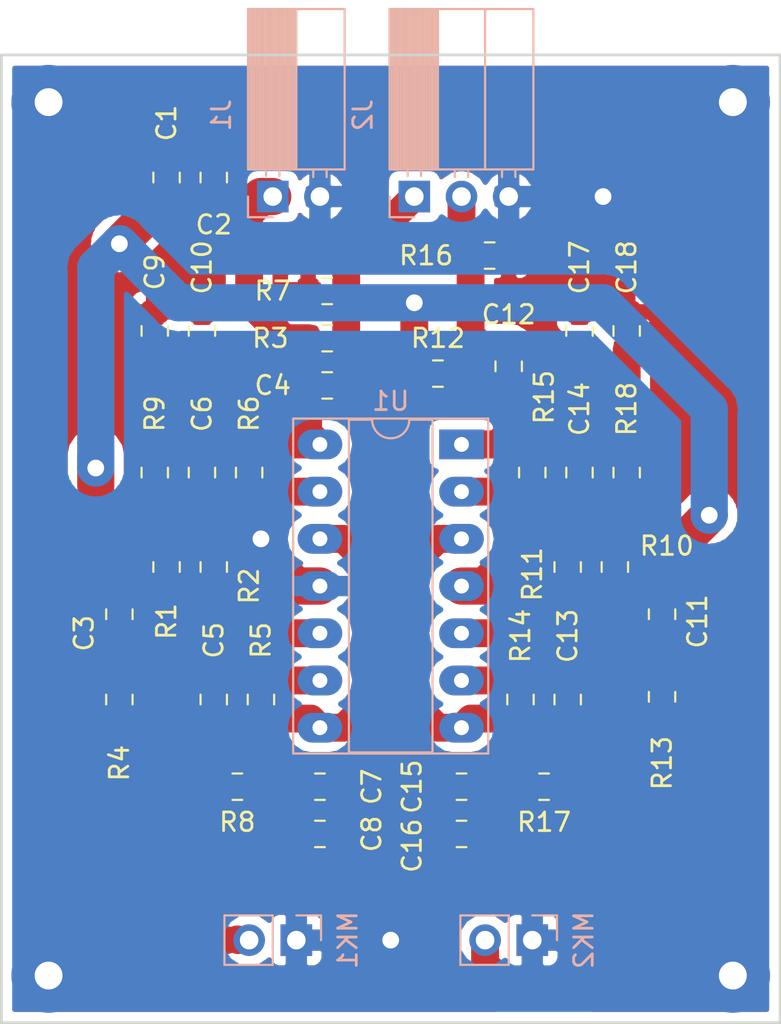
<source format=kicad_pcb>
(kicad_pcb (version 20171130) (host pcbnew "(5.0.2)-1")

  (general
    (thickness 1.6)
    (drawings 4)
    (tracks 142)
    (zones 0)
    (modules 41)
    (nets 21)
  )

  (page A4)
  (layers
    (0 F.Cu signal)
    (31 B.Cu signal)
    (32 B.Adhes user)
    (33 F.Adhes user)
    (34 B.Paste user)
    (35 F.Paste user)
    (36 B.SilkS user)
    (37 F.SilkS user)
    (38 B.Mask user)
    (39 F.Mask user)
    (40 Dwgs.User user)
    (41 Cmts.User user)
    (42 Eco1.User user)
    (43 Eco2.User user)
    (44 Edge.Cuts user)
    (45 Margin user)
    (46 B.CrtYd user)
    (47 F.CrtYd user)
    (48 B.Fab user hide)
    (49 F.Fab user hide)
  )

  (setup
    (last_trace_width 1.5)
    (user_trace_width 0.5)
    (user_trace_width 0.75)
    (user_trace_width 1)
    (user_trace_width 1.25)
    (user_trace_width 1.5)
    (user_trace_width 1.75)
    (user_trace_width 2)
    (user_trace_width 2.5)
    (trace_clearance 0.2)
    (zone_clearance 0.508)
    (zone_45_only no)
    (trace_min 0.5)
    (segment_width 0.2)
    (edge_width 0.15)
    (via_size 2)
    (via_drill 0.9)
    (via_min_size 2)
    (via_min_drill 0.3)
    (user_via 2 0.9)
    (user_via 4 1.5)
    (uvia_size 0.3)
    (uvia_drill 0.1)
    (uvias_allowed no)
    (uvia_min_size 0.2)
    (uvia_min_drill 0.1)
    (pcb_text_width 0.3)
    (pcb_text_size 1.5 1.5)
    (mod_edge_width 0.15)
    (mod_text_size 1 1)
    (mod_text_width 0.15)
    (pad_size 1.524 1.524)
    (pad_drill 0.762)
    (pad_to_mask_clearance 0.051)
    (solder_mask_min_width 0.25)
    (aux_axis_origin 0 0)
    (visible_elements 7FFFF7FF)
    (pcbplotparams
      (layerselection 0x010fc_ffffffff)
      (usegerberextensions false)
      (usegerberattributes false)
      (usegerberadvancedattributes false)
      (creategerberjobfile false)
      (excludeedgelayer true)
      (linewidth 0.100000)
      (plotframeref false)
      (viasonmask false)
      (mode 1)
      (useauxorigin false)
      (hpglpennumber 1)
      (hpglpenspeed 20)
      (hpglpendiameter 15.000000)
      (psnegative false)
      (psa4output false)
      (plotreference true)
      (plotvalue true)
      (plotinvisibletext false)
      (padsonsilk false)
      (subtractmaskfromsilk false)
      (outputformat 1)
      (mirror false)
      (drillshape 1)
      (scaleselection 1)
      (outputdirectory ""))
  )

  (net 0 "")
  (net 1 +5V)
  (net 2 GND)
  (net 3 /MicLeft)
  (net 4 "Net-(C4-Pad2)")
  (net 5 "Net-(C11-Pad2)")
  (net 6 "Net-(C11-Pad1)")
  (net 7 "Net-(C12-Pad2)")
  (net 8 /MicRight)
  (net 9 "Net-(C13-Pad1)")
  (net 10 "Net-(C15-Pad1)")
  (net 11 "Net-(C17-Pad1)")
  (net 12 "Net-(C3-Pad2)")
  (net 13 "Net-(C5-Pad2)")
  (net 14 "Net-(C6-Pad2)")
  (net 15 "Net-(C3-Pad1)")
  (net 16 "Net-(C5-Pad1)")
  (net 17 "Net-(C7-Pad1)")
  (net 18 "Net-(C10-Pad1)")
  (net 19 "Net-(C13-Pad2)")
  (net 20 "Net-(C14-Pad2)")

  (net_class Default "To jest domyślna klasa połączeń."
    (clearance 0.2)
    (trace_width 0.5)
    (via_dia 2)
    (via_drill 0.9)
    (uvia_dia 0.3)
    (uvia_drill 0.1)
    (diff_pair_gap 0.25)
    (diff_pair_width 2)
    (add_net +5V)
    (add_net /MicLeft)
    (add_net /MicRight)
    (add_net GND)
    (add_net "Net-(C10-Pad1)")
    (add_net "Net-(C11-Pad1)")
    (add_net "Net-(C11-Pad2)")
    (add_net "Net-(C12-Pad2)")
    (add_net "Net-(C13-Pad1)")
    (add_net "Net-(C13-Pad2)")
    (add_net "Net-(C14-Pad2)")
    (add_net "Net-(C15-Pad1)")
    (add_net "Net-(C17-Pad1)")
    (add_net "Net-(C3-Pad1)")
    (add_net "Net-(C3-Pad2)")
    (add_net "Net-(C4-Pad2)")
    (add_net "Net-(C5-Pad1)")
    (add_net "Net-(C5-Pad2)")
    (add_net "Net-(C6-Pad2)")
    (add_net "Net-(C7-Pad1)")
  )

  (module Resistor_SMD:R_0805_2012Metric_Pad1.15x1.40mm_HandSolder (layer F.Cu) (tedit 5B36C52B) (tstamp 5D9C47DB)
    (at 85.09 47.87 270)
    (descr "Resistor SMD 0805 (2012 Metric), square (rectangular) end terminal, IPC_7351 nominal with elongated pad for handsoldering. (Body size source: https://docs.google.com/spreadsheets/d/1BsfQQcO9C6DZCsRaXUlFlo91Tg2WpOkGARC1WS5S8t0/edit?usp=sharing), generated with kicad-footprint-generator")
    (tags "resistor handsolder")
    (path /5D952002)
    (attr smd)
    (fp_text reference R11 (at 0.39 1.905 270) (layer F.SilkS)
      (effects (font (size 1 1) (thickness 0.15)))
    )
    (fp_text value 47k (at 0 1.65 270) (layer F.Fab)
      (effects (font (size 1 1) (thickness 0.15)))
    )
    (fp_line (start -1 0.6) (end -1 -0.6) (layer F.Fab) (width 0.1))
    (fp_line (start -1 -0.6) (end 1 -0.6) (layer F.Fab) (width 0.1))
    (fp_line (start 1 -0.6) (end 1 0.6) (layer F.Fab) (width 0.1))
    (fp_line (start 1 0.6) (end -1 0.6) (layer F.Fab) (width 0.1))
    (fp_line (start -0.261252 -0.71) (end 0.261252 -0.71) (layer F.SilkS) (width 0.12))
    (fp_line (start -0.261252 0.71) (end 0.261252 0.71) (layer F.SilkS) (width 0.12))
    (fp_line (start -1.85 0.95) (end -1.85 -0.95) (layer F.CrtYd) (width 0.05))
    (fp_line (start -1.85 -0.95) (end 1.85 -0.95) (layer F.CrtYd) (width 0.05))
    (fp_line (start 1.85 -0.95) (end 1.85 0.95) (layer F.CrtYd) (width 0.05))
    (fp_line (start 1.85 0.95) (end -1.85 0.95) (layer F.CrtYd) (width 0.05))
    (fp_text user %R (at 0 0 270) (layer F.Fab)
      (effects (font (size 0.5 0.5) (thickness 0.08)))
    )
    (pad 1 smd roundrect (at -1.025 0 270) (size 1.15 1.4) (layers F.Cu F.Paste F.Mask) (roundrect_rratio 0.217391)
      (net 1 +5V))
    (pad 2 smd roundrect (at 1.025 0 270) (size 1.15 1.4) (layers F.Cu F.Paste F.Mask) (roundrect_rratio 0.217391)
      (net 6 "Net-(C11-Pad1)"))
    (model ${KISYS3DMOD}/Resistor_SMD.3dshapes/R_0805_2012Metric.wrl
      (at (xyz 0 0 0))
      (scale (xyz 1 1 1))
      (rotate (xyz 0 0 0))
    )
  )

  (module Capacitor_SMD:C_0805_2012Metric_Pad1.15x1.40mm_HandSolder (layer F.Cu) (tedit 5B36C52B) (tstamp 5D9C650E)
    (at 71.755 59.69)
    (descr "Capacitor SMD 0805 (2012 Metric), square (rectangular) end terminal, IPC_7351 nominal with elongated pad for handsoldering. (Body size source: https://docs.google.com/spreadsheets/d/1BsfQQcO9C6DZCsRaXUlFlo91Tg2WpOkGARC1WS5S8t0/edit?usp=sharing), generated with kicad-footprint-generator")
    (tags "capacitor handsolder")
    (path /5DA72D68)
    (attr smd)
    (fp_text reference C7 (at 2.785 0 90) (layer F.SilkS)
      (effects (font (size 1 1) (thickness 0.15)))
    )
    (fp_text value 1u (at 0 1.65) (layer F.Fab)
      (effects (font (size 1 1) (thickness 0.15)))
    )
    (fp_line (start -1 0.6) (end -1 -0.6) (layer F.Fab) (width 0.1))
    (fp_line (start -1 -0.6) (end 1 -0.6) (layer F.Fab) (width 0.1))
    (fp_line (start 1 -0.6) (end 1 0.6) (layer F.Fab) (width 0.1))
    (fp_line (start 1 0.6) (end -1 0.6) (layer F.Fab) (width 0.1))
    (fp_line (start -0.261252 -0.71) (end 0.261252 -0.71) (layer F.SilkS) (width 0.12))
    (fp_line (start -0.261252 0.71) (end 0.261252 0.71) (layer F.SilkS) (width 0.12))
    (fp_line (start -1.85 0.95) (end -1.85 -0.95) (layer F.CrtYd) (width 0.05))
    (fp_line (start -1.85 -0.95) (end 1.85 -0.95) (layer F.CrtYd) (width 0.05))
    (fp_line (start 1.85 -0.95) (end 1.85 0.95) (layer F.CrtYd) (width 0.05))
    (fp_line (start 1.85 0.95) (end -1.85 0.95) (layer F.CrtYd) (width 0.05))
    (fp_text user %R (at 0 0) (layer F.Fab)
      (effects (font (size 0.5 0.5) (thickness 0.08)))
    )
    (pad 1 smd roundrect (at -1.025 0) (size 1.15 1.4) (layers F.Cu F.Paste F.Mask) (roundrect_rratio 0.217391)
      (net 17 "Net-(C7-Pad1)"))
    (pad 2 smd roundrect (at 1.025 0) (size 1.15 1.4) (layers F.Cu F.Paste F.Mask) (roundrect_rratio 0.217391)
      (net 2 GND))
    (model ${KISYS3DMOD}/Capacitor_SMD.3dshapes/C_0805_2012Metric.wrl
      (at (xyz 0 0 0))
      (scale (xyz 1 1 1))
      (rotate (xyz 0 0 0))
    )
  )

  (module Capacitor_SMD:C_0805_2012Metric_Pad1.15x1.40mm_HandSolder (layer F.Cu) (tedit 5B36C52B) (tstamp 5D9C475D)
    (at 85.725 35.17 90)
    (descr "Capacitor SMD 0805 (2012 Metric), square (rectangular) end terminal, IPC_7351 nominal with elongated pad for handsoldering. (Body size source: https://docs.google.com/spreadsheets/d/1BsfQQcO9C6DZCsRaXUlFlo91Tg2WpOkGARC1WS5S8t0/edit?usp=sharing), generated with kicad-footprint-generator")
    (tags "capacitor handsolder")
    (path /5D9EF9E6)
    (attr smd)
    (fp_text reference C17 (at 3.42 0 90) (layer F.SilkS)
      (effects (font (size 1 1) (thickness 0.15)))
    )
    (fp_text value 1u (at 0 1.65 90) (layer F.Fab)
      (effects (font (size 1 1) (thickness 0.15)))
    )
    (fp_text user %R (at 0 0 90) (layer F.Fab)
      (effects (font (size 0.5 0.5) (thickness 0.08)))
    )
    (fp_line (start 1.85 0.95) (end -1.85 0.95) (layer F.CrtYd) (width 0.05))
    (fp_line (start 1.85 -0.95) (end 1.85 0.95) (layer F.CrtYd) (width 0.05))
    (fp_line (start -1.85 -0.95) (end 1.85 -0.95) (layer F.CrtYd) (width 0.05))
    (fp_line (start -1.85 0.95) (end -1.85 -0.95) (layer F.CrtYd) (width 0.05))
    (fp_line (start -0.261252 0.71) (end 0.261252 0.71) (layer F.SilkS) (width 0.12))
    (fp_line (start -0.261252 -0.71) (end 0.261252 -0.71) (layer F.SilkS) (width 0.12))
    (fp_line (start 1 0.6) (end -1 0.6) (layer F.Fab) (width 0.1))
    (fp_line (start 1 -0.6) (end 1 0.6) (layer F.Fab) (width 0.1))
    (fp_line (start -1 -0.6) (end 1 -0.6) (layer F.Fab) (width 0.1))
    (fp_line (start -1 0.6) (end -1 -0.6) (layer F.Fab) (width 0.1))
    (pad 2 smd roundrect (at 1.025 0 90) (size 1.15 1.4) (layers F.Cu F.Paste F.Mask) (roundrect_rratio 0.217391)
      (net 2 GND))
    (pad 1 smd roundrect (at -1.025 0 90) (size 1.15 1.4) (layers F.Cu F.Paste F.Mask) (roundrect_rratio 0.217391)
      (net 11 "Net-(C17-Pad1)"))
    (model ${KISYS3DMOD}/Capacitor_SMD.3dshapes/C_0805_2012Metric.wrl
      (at (xyz 0 0 0))
      (scale (xyz 1 1 1))
      (rotate (xyz 0 0 0))
    )
  )

  (module Capacitor_SMD:C_0805_2012Metric_Pad1.15x1.40mm_HandSolder (layer F.Cu) (tedit 5B36C52B) (tstamp 5D9C476E)
    (at 88.265 35.17 90)
    (descr "Capacitor SMD 0805 (2012 Metric), square (rectangular) end terminal, IPC_7351 nominal with elongated pad for handsoldering. (Body size source: https://docs.google.com/spreadsheets/d/1BsfQQcO9C6DZCsRaXUlFlo91Tg2WpOkGARC1WS5S8t0/edit?usp=sharing), generated with kicad-footprint-generator")
    (tags "capacitor handsolder")
    (path /5D9EF9F3)
    (attr smd)
    (fp_text reference C18 (at 3.42 0 90) (layer F.SilkS)
      (effects (font (size 1 1) (thickness 0.15)))
    )
    (fp_text value 1u (at 0 1.65 90) (layer F.Fab)
      (effects (font (size 1 1) (thickness 0.15)))
    )
    (fp_text user %R (at 0 0 90) (layer F.Fab)
      (effects (font (size 0.5 0.5) (thickness 0.08)))
    )
    (fp_line (start 1.85 0.95) (end -1.85 0.95) (layer F.CrtYd) (width 0.05))
    (fp_line (start 1.85 -0.95) (end 1.85 0.95) (layer F.CrtYd) (width 0.05))
    (fp_line (start -1.85 -0.95) (end 1.85 -0.95) (layer F.CrtYd) (width 0.05))
    (fp_line (start -1.85 0.95) (end -1.85 -0.95) (layer F.CrtYd) (width 0.05))
    (fp_line (start -0.261252 0.71) (end 0.261252 0.71) (layer F.SilkS) (width 0.12))
    (fp_line (start -0.261252 -0.71) (end 0.261252 -0.71) (layer F.SilkS) (width 0.12))
    (fp_line (start 1 0.6) (end -1 0.6) (layer F.Fab) (width 0.1))
    (fp_line (start 1 -0.6) (end 1 0.6) (layer F.Fab) (width 0.1))
    (fp_line (start -1 -0.6) (end 1 -0.6) (layer F.Fab) (width 0.1))
    (fp_line (start -1 0.6) (end -1 -0.6) (layer F.Fab) (width 0.1))
    (pad 2 smd roundrect (at 1.025 0 90) (size 1.15 1.4) (layers F.Cu F.Paste F.Mask) (roundrect_rratio 0.217391)
      (net 2 GND))
    (pad 1 smd roundrect (at -1.025 0 90) (size 1.15 1.4) (layers F.Cu F.Paste F.Mask) (roundrect_rratio 0.217391)
      (net 11 "Net-(C17-Pad1)"))
    (model ${KISYS3DMOD}/Capacitor_SMD.3dshapes/C_0805_2012Metric.wrl
      (at (xyz 0 0 0))
      (scale (xyz 1 1 1))
      (rotate (xyz 0 0 0))
    )
  )

  (module Capacitor_SMD:C_0805_2012Metric_Pad1.15x1.40mm_HandSolder (layer F.Cu) (tedit 5B36C52B) (tstamp 5D9C659E)
    (at 66.04 55 90)
    (descr "Capacitor SMD 0805 (2012 Metric), square (rectangular) end terminal, IPC_7351 nominal with elongated pad for handsoldering. (Body size source: https://docs.google.com/spreadsheets/d/1BsfQQcO9C6DZCsRaXUlFlo91Tg2WpOkGARC1WS5S8t0/edit?usp=sharing), generated with kicad-footprint-generator")
    (tags "capacitor handsolder")
    (path /5DA72D6F)
    (attr smd)
    (fp_text reference C5 (at 3.184 0 90) (layer F.SilkS)
      (effects (font (size 1 1) (thickness 0.15)))
    )
    (fp_text value 40p (at 0 1.65 90) (layer F.Fab)
      (effects (font (size 1 1) (thickness 0.15)))
    )
    (fp_line (start -1 0.6) (end -1 -0.6) (layer F.Fab) (width 0.1))
    (fp_line (start -1 -0.6) (end 1 -0.6) (layer F.Fab) (width 0.1))
    (fp_line (start 1 -0.6) (end 1 0.6) (layer F.Fab) (width 0.1))
    (fp_line (start 1 0.6) (end -1 0.6) (layer F.Fab) (width 0.1))
    (fp_line (start -0.261252 -0.71) (end 0.261252 -0.71) (layer F.SilkS) (width 0.12))
    (fp_line (start -0.261252 0.71) (end 0.261252 0.71) (layer F.SilkS) (width 0.12))
    (fp_line (start -1.85 0.95) (end -1.85 -0.95) (layer F.CrtYd) (width 0.05))
    (fp_line (start -1.85 -0.95) (end 1.85 -0.95) (layer F.CrtYd) (width 0.05))
    (fp_line (start 1.85 -0.95) (end 1.85 0.95) (layer F.CrtYd) (width 0.05))
    (fp_line (start 1.85 0.95) (end -1.85 0.95) (layer F.CrtYd) (width 0.05))
    (fp_text user %R (at 0 0 90) (layer F.Fab)
      (effects (font (size 0.5 0.5) (thickness 0.08)))
    )
    (pad 1 smd roundrect (at -1.025 0 90) (size 1.15 1.4) (layers F.Cu F.Paste F.Mask) (roundrect_rratio 0.217391)
      (net 16 "Net-(C5-Pad1)"))
    (pad 2 smd roundrect (at 1.025 0 90) (size 1.15 1.4) (layers F.Cu F.Paste F.Mask) (roundrect_rratio 0.217391)
      (net 13 "Net-(C5-Pad2)"))
    (model ${KISYS3DMOD}/Capacitor_SMD.3dshapes/C_0805_2012Metric.wrl
      (at (xyz 0 0 0))
      (scale (xyz 1 1 1))
      (rotate (xyz 0 0 0))
    )
  )

  (module Capacitor_SMD:C_0805_2012Metric_Pad1.15x1.40mm_HandSolder (layer F.Cu) (tedit 5B36C52B) (tstamp 5DA5ABDA)
    (at 63.5 26.915 270)
    (descr "Capacitor SMD 0805 (2012 Metric), square (rectangular) end terminal, IPC_7351 nominal with elongated pad for handsoldering. (Body size source: https://docs.google.com/spreadsheets/d/1BsfQQcO9C6DZCsRaXUlFlo91Tg2WpOkGARC1WS5S8t0/edit?usp=sharing), generated with kicad-footprint-generator")
    (tags "capacitor handsolder")
    (path /5D934145)
    (attr smd)
    (fp_text reference C1 (at -2.93 0 270) (layer F.SilkS)
      (effects (font (size 1 1) (thickness 0.15)))
    )
    (fp_text value 10u (at 0 1.65 270) (layer F.Fab)
      (effects (font (size 1 1) (thickness 0.15)))
    )
    (fp_line (start -1 0.6) (end -1 -0.6) (layer F.Fab) (width 0.1))
    (fp_line (start -1 -0.6) (end 1 -0.6) (layer F.Fab) (width 0.1))
    (fp_line (start 1 -0.6) (end 1 0.6) (layer F.Fab) (width 0.1))
    (fp_line (start 1 0.6) (end -1 0.6) (layer F.Fab) (width 0.1))
    (fp_line (start -0.261252 -0.71) (end 0.261252 -0.71) (layer F.SilkS) (width 0.12))
    (fp_line (start -0.261252 0.71) (end 0.261252 0.71) (layer F.SilkS) (width 0.12))
    (fp_line (start -1.85 0.95) (end -1.85 -0.95) (layer F.CrtYd) (width 0.05))
    (fp_line (start -1.85 -0.95) (end 1.85 -0.95) (layer F.CrtYd) (width 0.05))
    (fp_line (start 1.85 -0.95) (end 1.85 0.95) (layer F.CrtYd) (width 0.05))
    (fp_line (start 1.85 0.95) (end -1.85 0.95) (layer F.CrtYd) (width 0.05))
    (fp_text user %R (at 0 0 270) (layer F.Fab)
      (effects (font (size 0.5 0.5) (thickness 0.08)))
    )
    (pad 1 smd roundrect (at -1.025 0 270) (size 1.15 1.4) (layers F.Cu F.Paste F.Mask) (roundrect_rratio 0.217391)
      (net 2 GND))
    (pad 2 smd roundrect (at 1.025 0 270) (size 1.15 1.4) (layers F.Cu F.Paste F.Mask) (roundrect_rratio 0.217391)
      (net 1 +5V))
    (model ${KISYS3DMOD}/Capacitor_SMD.3dshapes/C_0805_2012Metric.wrl
      (at (xyz 0 0 0))
      (scale (xyz 1 1 1))
      (rotate (xyz 0 0 0))
    )
  )

  (module Capacitor_SMD:C_0805_2012Metric_Pad1.15x1.40mm_HandSolder (layer F.Cu) (tedit 5B36C52B) (tstamp 5DA5ABEB)
    (at 66.04 26.915 270)
    (descr "Capacitor SMD 0805 (2012 Metric), square (rectangular) end terminal, IPC_7351 nominal with elongated pad for handsoldering. (Body size source: https://docs.google.com/spreadsheets/d/1BsfQQcO9C6DZCsRaXUlFlo91Tg2WpOkGARC1WS5S8t0/edit?usp=sharing), generated with kicad-footprint-generator")
    (tags "capacitor handsolder")
    (path /5D9A623F)
    (attr smd)
    (fp_text reference C2 (at 2.54 0 180) (layer F.SilkS)
      (effects (font (size 1 1) (thickness 0.15)))
    )
    (fp_text value 100n (at 0 1.65 270) (layer F.Fab)
      (effects (font (size 1 1) (thickness 0.15)))
    )
    (fp_line (start -1 0.6) (end -1 -0.6) (layer F.Fab) (width 0.1))
    (fp_line (start -1 -0.6) (end 1 -0.6) (layer F.Fab) (width 0.1))
    (fp_line (start 1 -0.6) (end 1 0.6) (layer F.Fab) (width 0.1))
    (fp_line (start 1 0.6) (end -1 0.6) (layer F.Fab) (width 0.1))
    (fp_line (start -0.261252 -0.71) (end 0.261252 -0.71) (layer F.SilkS) (width 0.12))
    (fp_line (start -0.261252 0.71) (end 0.261252 0.71) (layer F.SilkS) (width 0.12))
    (fp_line (start -1.85 0.95) (end -1.85 -0.95) (layer F.CrtYd) (width 0.05))
    (fp_line (start -1.85 -0.95) (end 1.85 -0.95) (layer F.CrtYd) (width 0.05))
    (fp_line (start 1.85 -0.95) (end 1.85 0.95) (layer F.CrtYd) (width 0.05))
    (fp_line (start 1.85 0.95) (end -1.85 0.95) (layer F.CrtYd) (width 0.05))
    (fp_text user %R (at 0 0 270) (layer F.Fab)
      (effects (font (size 0.5 0.5) (thickness 0.08)))
    )
    (pad 1 smd roundrect (at -1.025 0 270) (size 1.15 1.4) (layers F.Cu F.Paste F.Mask) (roundrect_rratio 0.217391)
      (net 2 GND))
    (pad 2 smd roundrect (at 1.025 0 270) (size 1.15 1.4) (layers F.Cu F.Paste F.Mask) (roundrect_rratio 0.217391)
      (net 1 +5V))
    (model ${KISYS3DMOD}/Capacitor_SMD.3dshapes/C_0805_2012Metric.wrl
      (at (xyz 0 0 0))
      (scale (xyz 1 1 1))
      (rotate (xyz 0 0 0))
    )
  )

  (module Capacitor_SMD:C_0805_2012Metric_Pad1.15x1.40mm_HandSolder (layer F.Cu) (tedit 5B36C52B) (tstamp 5DA5ABFC)
    (at 60.96 50.41 90)
    (descr "Capacitor SMD 0805 (2012 Metric), square (rectangular) end terminal, IPC_7351 nominal with elongated pad for handsoldering. (Body size source: https://docs.google.com/spreadsheets/d/1BsfQQcO9C6DZCsRaXUlFlo91Tg2WpOkGARC1WS5S8t0/edit?usp=sharing), generated with kicad-footprint-generator")
    (tags "capacitor handsolder")
    (path /5DA72CC1)
    (attr smd)
    (fp_text reference C3 (at -1.025 -1.905 270) (layer F.SilkS)
      (effects (font (size 1 1) (thickness 0.15)))
    )
    (fp_text value 1u (at 0 1.65 90) (layer F.Fab)
      (effects (font (size 1 1) (thickness 0.15)))
    )
    (fp_line (start -1 0.6) (end -1 -0.6) (layer F.Fab) (width 0.1))
    (fp_line (start -1 -0.6) (end 1 -0.6) (layer F.Fab) (width 0.1))
    (fp_line (start 1 -0.6) (end 1 0.6) (layer F.Fab) (width 0.1))
    (fp_line (start 1 0.6) (end -1 0.6) (layer F.Fab) (width 0.1))
    (fp_line (start -0.261252 -0.71) (end 0.261252 -0.71) (layer F.SilkS) (width 0.12))
    (fp_line (start -0.261252 0.71) (end 0.261252 0.71) (layer F.SilkS) (width 0.12))
    (fp_line (start -1.85 0.95) (end -1.85 -0.95) (layer F.CrtYd) (width 0.05))
    (fp_line (start -1.85 -0.95) (end 1.85 -0.95) (layer F.CrtYd) (width 0.05))
    (fp_line (start 1.85 -0.95) (end 1.85 0.95) (layer F.CrtYd) (width 0.05))
    (fp_line (start 1.85 0.95) (end -1.85 0.95) (layer F.CrtYd) (width 0.05))
    (fp_text user %R (at 0 0 90) (layer F.Fab)
      (effects (font (size 0.5 0.5) (thickness 0.08)))
    )
    (pad 1 smd roundrect (at -1.025 0 90) (size 1.15 1.4) (layers F.Cu F.Paste F.Mask) (roundrect_rratio 0.217391)
      (net 15 "Net-(C3-Pad1)"))
    (pad 2 smd roundrect (at 1.025 0 90) (size 1.15 1.4) (layers F.Cu F.Paste F.Mask) (roundrect_rratio 0.217391)
      (net 12 "Net-(C3-Pad2)"))
    (model ${KISYS3DMOD}/Capacitor_SMD.3dshapes/C_0805_2012Metric.wrl
      (at (xyz 0 0 0))
      (scale (xyz 1 1 1))
      (rotate (xyz 0 0 0))
    )
  )

  (module Capacitor_SMD:C_0805_2012Metric_Pad1.15x1.40mm_HandSolder (layer F.Cu) (tedit 5B36C52B) (tstamp 5DA5AC0D)
    (at 72.145 38.1 180)
    (descr "Capacitor SMD 0805 (2012 Metric), square (rectangular) end terminal, IPC_7351 nominal with elongated pad for handsoldering. (Body size source: https://docs.google.com/spreadsheets/d/1BsfQQcO9C6DZCsRaXUlFlo91Tg2WpOkGARC1WS5S8t0/edit?usp=sharing), generated with kicad-footprint-generator")
    (tags "capacitor handsolder")
    (path /5DA72CC8)
    (attr smd)
    (fp_text reference C4 (at 2.93 0) (layer F.SilkS)
      (effects (font (size 1 1) (thickness 0.15)))
    )
    (fp_text value 1u (at 0 1.65 180) (layer F.Fab)
      (effects (font (size 1 1) (thickness 0.15)))
    )
    (fp_text user %R (at 0 0 180) (layer F.Fab)
      (effects (font (size 0.5 0.5) (thickness 0.08)))
    )
    (fp_line (start 1.85 0.95) (end -1.85 0.95) (layer F.CrtYd) (width 0.05))
    (fp_line (start 1.85 -0.95) (end 1.85 0.95) (layer F.CrtYd) (width 0.05))
    (fp_line (start -1.85 -0.95) (end 1.85 -0.95) (layer F.CrtYd) (width 0.05))
    (fp_line (start -1.85 0.95) (end -1.85 -0.95) (layer F.CrtYd) (width 0.05))
    (fp_line (start -0.261252 0.71) (end 0.261252 0.71) (layer F.SilkS) (width 0.12))
    (fp_line (start -0.261252 -0.71) (end 0.261252 -0.71) (layer F.SilkS) (width 0.12))
    (fp_line (start 1 0.6) (end -1 0.6) (layer F.Fab) (width 0.1))
    (fp_line (start 1 -0.6) (end 1 0.6) (layer F.Fab) (width 0.1))
    (fp_line (start -1 -0.6) (end 1 -0.6) (layer F.Fab) (width 0.1))
    (fp_line (start -1 0.6) (end -1 -0.6) (layer F.Fab) (width 0.1))
    (pad 2 smd roundrect (at 1.025 0 180) (size 1.15 1.4) (layers F.Cu F.Paste F.Mask) (roundrect_rratio 0.217391)
      (net 4 "Net-(C4-Pad2)"))
    (pad 1 smd roundrect (at -1.025 0 180) (size 1.15 1.4) (layers F.Cu F.Paste F.Mask) (roundrect_rratio 0.217391)
      (net 3 /MicLeft))
    (model ${KISYS3DMOD}/Capacitor_SMD.3dshapes/C_0805_2012Metric.wrl
      (at (xyz 0 0 0))
      (scale (xyz 1 1 1))
      (rotate (xyz 0 0 0))
    )
  )

  (module Capacitor_SMD:C_0805_2012Metric_Pad1.15x1.40mm_HandSolder (layer F.Cu) (tedit 5B36C52B) (tstamp 5DA5AC2F)
    (at 65.405 42.79 270)
    (descr "Capacitor SMD 0805 (2012 Metric), square (rectangular) end terminal, IPC_7351 nominal with elongated pad for handsoldering. (Body size source: https://docs.google.com/spreadsheets/d/1BsfQQcO9C6DZCsRaXUlFlo91Tg2WpOkGARC1WS5S8t0/edit?usp=sharing), generated with kicad-footprint-generator")
    (tags "capacitor handsolder")
    (path /5DA72D3B)
    (attr smd)
    (fp_text reference C6 (at -3.166 0 270) (layer F.SilkS)
      (effects (font (size 1 1) (thickness 0.15)))
    )
    (fp_text value 40p (at 0 1.65 270) (layer F.Fab)
      (effects (font (size 1 1) (thickness 0.15)))
    )
    (fp_line (start -1 0.6) (end -1 -0.6) (layer F.Fab) (width 0.1))
    (fp_line (start -1 -0.6) (end 1 -0.6) (layer F.Fab) (width 0.1))
    (fp_line (start 1 -0.6) (end 1 0.6) (layer F.Fab) (width 0.1))
    (fp_line (start 1 0.6) (end -1 0.6) (layer F.Fab) (width 0.1))
    (fp_line (start -0.261252 -0.71) (end 0.261252 -0.71) (layer F.SilkS) (width 0.12))
    (fp_line (start -0.261252 0.71) (end 0.261252 0.71) (layer F.SilkS) (width 0.12))
    (fp_line (start -1.85 0.95) (end -1.85 -0.95) (layer F.CrtYd) (width 0.05))
    (fp_line (start -1.85 -0.95) (end 1.85 -0.95) (layer F.CrtYd) (width 0.05))
    (fp_line (start 1.85 -0.95) (end 1.85 0.95) (layer F.CrtYd) (width 0.05))
    (fp_line (start 1.85 0.95) (end -1.85 0.95) (layer F.CrtYd) (width 0.05))
    (fp_text user %R (at 0 0 270) (layer F.Fab)
      (effects (font (size 0.5 0.5) (thickness 0.08)))
    )
    (pad 1 smd roundrect (at -1.025 0 270) (size 1.15 1.4) (layers F.Cu F.Paste F.Mask) (roundrect_rratio 0.217391)
      (net 4 "Net-(C4-Pad2)"))
    (pad 2 smd roundrect (at 1.025 0 270) (size 1.15 1.4) (layers F.Cu F.Paste F.Mask) (roundrect_rratio 0.217391)
      (net 14 "Net-(C6-Pad2)"))
    (model ${KISYS3DMOD}/Capacitor_SMD.3dshapes/C_0805_2012Metric.wrl
      (at (xyz 0 0 0))
      (scale (xyz 1 1 1))
      (rotate (xyz 0 0 0))
    )
  )

  (module Capacitor_SMD:C_0805_2012Metric_Pad1.15x1.40mm_HandSolder (layer F.Cu) (tedit 5B36C52B) (tstamp 5D9C656E)
    (at 71.755 62.23)
    (descr "Capacitor SMD 0805 (2012 Metric), square (rectangular) end terminal, IPC_7351 nominal with elongated pad for handsoldering. (Body size source: https://docs.google.com/spreadsheets/d/1BsfQQcO9C6DZCsRaXUlFlo91Tg2WpOkGARC1WS5S8t0/edit?usp=sharing), generated with kicad-footprint-generator")
    (tags "capacitor handsolder")
    (path /5D9C80D3)
    (attr smd)
    (fp_text reference C8 (at 2.785 0 90) (layer F.SilkS)
      (effects (font (size 1 1) (thickness 0.15)))
    )
    (fp_text value 1u (at 0 1.65) (layer F.Fab)
      (effects (font (size 1 1) (thickness 0.15)))
    )
    (fp_text user %R (at 0 0) (layer F.Fab)
      (effects (font (size 0.5 0.5) (thickness 0.08)))
    )
    (fp_line (start 1.85 0.95) (end -1.85 0.95) (layer F.CrtYd) (width 0.05))
    (fp_line (start 1.85 -0.95) (end 1.85 0.95) (layer F.CrtYd) (width 0.05))
    (fp_line (start -1.85 -0.95) (end 1.85 -0.95) (layer F.CrtYd) (width 0.05))
    (fp_line (start -1.85 0.95) (end -1.85 -0.95) (layer F.CrtYd) (width 0.05))
    (fp_line (start -0.261252 0.71) (end 0.261252 0.71) (layer F.SilkS) (width 0.12))
    (fp_line (start -0.261252 -0.71) (end 0.261252 -0.71) (layer F.SilkS) (width 0.12))
    (fp_line (start 1 0.6) (end -1 0.6) (layer F.Fab) (width 0.1))
    (fp_line (start 1 -0.6) (end 1 0.6) (layer F.Fab) (width 0.1))
    (fp_line (start -1 -0.6) (end 1 -0.6) (layer F.Fab) (width 0.1))
    (fp_line (start -1 0.6) (end -1 -0.6) (layer F.Fab) (width 0.1))
    (pad 2 smd roundrect (at 1.025 0) (size 1.15 1.4) (layers F.Cu F.Paste F.Mask) (roundrect_rratio 0.217391)
      (net 2 GND))
    (pad 1 smd roundrect (at -1.025 0) (size 1.15 1.4) (layers F.Cu F.Paste F.Mask) (roundrect_rratio 0.217391)
      (net 17 "Net-(C7-Pad1)"))
    (model ${KISYS3DMOD}/Capacitor_SMD.3dshapes/C_0805_2012Metric.wrl
      (at (xyz 0 0 0))
      (scale (xyz 1 1 1))
      (rotate (xyz 0 0 0))
    )
  )

  (module Capacitor_SMD:C_0805_2012Metric_Pad1.15x1.40mm_HandSolder (layer F.Cu) (tedit 5B36C52B) (tstamp 5DA5AC62)
    (at 62.865 35.17 90)
    (descr "Capacitor SMD 0805 (2012 Metric), square (rectangular) end terminal, IPC_7351 nominal with elongated pad for handsoldering. (Body size source: https://docs.google.com/spreadsheets/d/1BsfQQcO9C6DZCsRaXUlFlo91Tg2WpOkGARC1WS5S8t0/edit?usp=sharing), generated with kicad-footprint-generator")
    (tags "capacitor handsolder")
    (path /5D9F4ECC)
    (attr smd)
    (fp_text reference C9 (at 3.166 0 270) (layer F.SilkS)
      (effects (font (size 1 1) (thickness 0.15)))
    )
    (fp_text value 1u (at 0 1.65 90) (layer F.Fab)
      (effects (font (size 1 1) (thickness 0.15)))
    )
    (fp_line (start -1 0.6) (end -1 -0.6) (layer F.Fab) (width 0.1))
    (fp_line (start -1 -0.6) (end 1 -0.6) (layer F.Fab) (width 0.1))
    (fp_line (start 1 -0.6) (end 1 0.6) (layer F.Fab) (width 0.1))
    (fp_line (start 1 0.6) (end -1 0.6) (layer F.Fab) (width 0.1))
    (fp_line (start -0.261252 -0.71) (end 0.261252 -0.71) (layer F.SilkS) (width 0.12))
    (fp_line (start -0.261252 0.71) (end 0.261252 0.71) (layer F.SilkS) (width 0.12))
    (fp_line (start -1.85 0.95) (end -1.85 -0.95) (layer F.CrtYd) (width 0.05))
    (fp_line (start -1.85 -0.95) (end 1.85 -0.95) (layer F.CrtYd) (width 0.05))
    (fp_line (start 1.85 -0.95) (end 1.85 0.95) (layer F.CrtYd) (width 0.05))
    (fp_line (start 1.85 0.95) (end -1.85 0.95) (layer F.CrtYd) (width 0.05))
    (fp_text user %R (at 0 0 90) (layer F.Fab)
      (effects (font (size 0.5 0.5) (thickness 0.08)))
    )
    (pad 1 smd roundrect (at -1.025 0 90) (size 1.15 1.4) (layers F.Cu F.Paste F.Mask) (roundrect_rratio 0.217391)
      (net 18 "Net-(C10-Pad1)"))
    (pad 2 smd roundrect (at 1.025 0 90) (size 1.15 1.4) (layers F.Cu F.Paste F.Mask) (roundrect_rratio 0.217391)
      (net 2 GND))
    (model ${KISYS3DMOD}/Capacitor_SMD.3dshapes/C_0805_2012Metric.wrl
      (at (xyz 0 0 0))
      (scale (xyz 1 1 1))
      (rotate (xyz 0 0 0))
    )
  )

  (module Capacitor_SMD:C_0805_2012Metric_Pad1.15x1.40mm_HandSolder (layer F.Cu) (tedit 5B36C52B) (tstamp 5DA5AC73)
    (at 65.405 35.17 90)
    (descr "Capacitor SMD 0805 (2012 Metric), square (rectangular) end terminal, IPC_7351 nominal with elongated pad for handsoldering. (Body size source: https://docs.google.com/spreadsheets/d/1BsfQQcO9C6DZCsRaXUlFlo91Tg2WpOkGARC1WS5S8t0/edit?usp=sharing), generated with kicad-footprint-generator")
    (tags "capacitor handsolder")
    (path /5D9F4ED9)
    (attr smd)
    (fp_text reference C10 (at 3.42 0 270) (layer F.SilkS)
      (effects (font (size 1 1) (thickness 0.15)))
    )
    (fp_text value 1u (at 0 1.65 90) (layer F.Fab)
      (effects (font (size 1 1) (thickness 0.15)))
    )
    (fp_text user %R (at 0 0 90) (layer F.Fab)
      (effects (font (size 0.5 0.5) (thickness 0.08)))
    )
    (fp_line (start 1.85 0.95) (end -1.85 0.95) (layer F.CrtYd) (width 0.05))
    (fp_line (start 1.85 -0.95) (end 1.85 0.95) (layer F.CrtYd) (width 0.05))
    (fp_line (start -1.85 -0.95) (end 1.85 -0.95) (layer F.CrtYd) (width 0.05))
    (fp_line (start -1.85 0.95) (end -1.85 -0.95) (layer F.CrtYd) (width 0.05))
    (fp_line (start -0.261252 0.71) (end 0.261252 0.71) (layer F.SilkS) (width 0.12))
    (fp_line (start -0.261252 -0.71) (end 0.261252 -0.71) (layer F.SilkS) (width 0.12))
    (fp_line (start 1 0.6) (end -1 0.6) (layer F.Fab) (width 0.1))
    (fp_line (start 1 -0.6) (end 1 0.6) (layer F.Fab) (width 0.1))
    (fp_line (start -1 -0.6) (end 1 -0.6) (layer F.Fab) (width 0.1))
    (fp_line (start -1 0.6) (end -1 -0.6) (layer F.Fab) (width 0.1))
    (pad 2 smd roundrect (at 1.025 0 90) (size 1.15 1.4) (layers F.Cu F.Paste F.Mask) (roundrect_rratio 0.217391)
      (net 2 GND))
    (pad 1 smd roundrect (at -1.025 0 90) (size 1.15 1.4) (layers F.Cu F.Paste F.Mask) (roundrect_rratio 0.217391)
      (net 18 "Net-(C10-Pad1)"))
    (model ${KISYS3DMOD}/Capacitor_SMD.3dshapes/C_0805_2012Metric.wrl
      (at (xyz 0 0 0))
      (scale (xyz 1 1 1))
      (rotate (xyz 0 0 0))
    )
  )

  (module Resistor_SMD:R_0805_2012Metric_Pad1.15x1.40mm_HandSolder (layer F.Cu) (tedit 5B36C52B) (tstamp 5DA5ACC8)
    (at 63.5 47.87 270)
    (descr "Resistor SMD 0805 (2012 Metric), square (rectangular) end terminal, IPC_7351 nominal with elongated pad for handsoldering. (Body size source: https://docs.google.com/spreadsheets/d/1BsfQQcO9C6DZCsRaXUlFlo91Tg2WpOkGARC1WS5S8t0/edit?usp=sharing), generated with kicad-footprint-generator")
    (tags "resistor handsolder")
    (path /5DA72CAC)
    (attr smd)
    (fp_text reference R1 (at 2.93 0 90) (layer F.SilkS)
      (effects (font (size 1 1) (thickness 0.15)))
    )
    (fp_text value 4k7 (at 0 1.65 270) (layer F.Fab)
      (effects (font (size 1 1) (thickness 0.15)))
    )
    (fp_line (start -1 0.6) (end -1 -0.6) (layer F.Fab) (width 0.1))
    (fp_line (start -1 -0.6) (end 1 -0.6) (layer F.Fab) (width 0.1))
    (fp_line (start 1 -0.6) (end 1 0.6) (layer F.Fab) (width 0.1))
    (fp_line (start 1 0.6) (end -1 0.6) (layer F.Fab) (width 0.1))
    (fp_line (start -0.261252 -0.71) (end 0.261252 -0.71) (layer F.SilkS) (width 0.12))
    (fp_line (start -0.261252 0.71) (end 0.261252 0.71) (layer F.SilkS) (width 0.12))
    (fp_line (start -1.85 0.95) (end -1.85 -0.95) (layer F.CrtYd) (width 0.05))
    (fp_line (start -1.85 -0.95) (end 1.85 -0.95) (layer F.CrtYd) (width 0.05))
    (fp_line (start 1.85 -0.95) (end 1.85 0.95) (layer F.CrtYd) (width 0.05))
    (fp_line (start 1.85 0.95) (end -1.85 0.95) (layer F.CrtYd) (width 0.05))
    (fp_text user %R (at 0 0 270) (layer F.Fab)
      (effects (font (size 0.5 0.5) (thickness 0.08)))
    )
    (pad 1 smd roundrect (at -1.025 0 270) (size 1.15 1.4) (layers F.Cu F.Paste F.Mask) (roundrect_rratio 0.217391)
      (net 1 +5V))
    (pad 2 smd roundrect (at 1.025 0 270) (size 1.15 1.4) (layers F.Cu F.Paste F.Mask) (roundrect_rratio 0.217391)
      (net 12 "Net-(C3-Pad2)"))
    (model ${KISYS3DMOD}/Resistor_SMD.3dshapes/R_0805_2012Metric.wrl
      (at (xyz 0 0 0))
      (scale (xyz 1 1 1))
      (rotate (xyz 0 0 0))
    )
  )

  (module Resistor_SMD:R_0805_2012Metric_Pad1.15x1.40mm_HandSolder (layer F.Cu) (tedit 5B36C52B) (tstamp 5DA5ACD9)
    (at 66.04 47.87 270)
    (descr "Resistor SMD 0805 (2012 Metric), square (rectangular) end terminal, IPC_7351 nominal with elongated pad for handsoldering. (Body size source: https://docs.google.com/spreadsheets/d/1BsfQQcO9C6DZCsRaXUlFlo91Tg2WpOkGARC1WS5S8t0/edit?usp=sharing), generated with kicad-footprint-generator")
    (tags "resistor handsolder")
    (path /5DA72CEA)
    (attr smd)
    (fp_text reference R2 (at 1.025 -1.905 90) (layer F.SilkS)
      (effects (font (size 1 1) (thickness 0.15)))
    )
    (fp_text value 47k (at 0 1.65 270) (layer F.Fab)
      (effects (font (size 1 1) (thickness 0.15)))
    )
    (fp_line (start -1 0.6) (end -1 -0.6) (layer F.Fab) (width 0.1))
    (fp_line (start -1 -0.6) (end 1 -0.6) (layer F.Fab) (width 0.1))
    (fp_line (start 1 -0.6) (end 1 0.6) (layer F.Fab) (width 0.1))
    (fp_line (start 1 0.6) (end -1 0.6) (layer F.Fab) (width 0.1))
    (fp_line (start -0.261252 -0.71) (end 0.261252 -0.71) (layer F.SilkS) (width 0.12))
    (fp_line (start -0.261252 0.71) (end 0.261252 0.71) (layer F.SilkS) (width 0.12))
    (fp_line (start -1.85 0.95) (end -1.85 -0.95) (layer F.CrtYd) (width 0.05))
    (fp_line (start -1.85 -0.95) (end 1.85 -0.95) (layer F.CrtYd) (width 0.05))
    (fp_line (start 1.85 -0.95) (end 1.85 0.95) (layer F.CrtYd) (width 0.05))
    (fp_line (start 1.85 0.95) (end -1.85 0.95) (layer F.CrtYd) (width 0.05))
    (fp_text user %R (at 0 0 270) (layer F.Fab)
      (effects (font (size 0.5 0.5) (thickness 0.08)))
    )
    (pad 1 smd roundrect (at -1.025 0 270) (size 1.15 1.4) (layers F.Cu F.Paste F.Mask) (roundrect_rratio 0.217391)
      (net 1 +5V))
    (pad 2 smd roundrect (at 1.025 0 270) (size 1.15 1.4) (layers F.Cu F.Paste F.Mask) (roundrect_rratio 0.217391)
      (net 15 "Net-(C3-Pad1)"))
    (model ${KISYS3DMOD}/Resistor_SMD.3dshapes/R_0805_2012Metric.wrl
      (at (xyz 0 0 0))
      (scale (xyz 1 1 1))
      (rotate (xyz 0 0 0))
    )
  )

  (module Resistor_SMD:R_0805_2012Metric_Pad1.15x1.40mm_HandSolder (layer F.Cu) (tedit 5B36C52B) (tstamp 5DA5ACEA)
    (at 60.96 55 270)
    (descr "Resistor SMD 0805 (2012 Metric), square (rectangular) end terminal, IPC_7351 nominal with elongated pad for handsoldering. (Body size source: https://docs.google.com/spreadsheets/d/1BsfQQcO9C6DZCsRaXUlFlo91Tg2WpOkGARC1WS5S8t0/edit?usp=sharing), generated with kicad-footprint-generator")
    (tags "resistor handsolder")
    (path /5DA72CA5)
    (attr smd)
    (fp_text reference R4 (at 3.42 0 90) (layer F.SilkS)
      (effects (font (size 1 1) (thickness 0.15)))
    )
    (fp_text value 47k (at 0 1.65 270) (layer F.Fab)
      (effects (font (size 1 1) (thickness 0.15)))
    )
    (fp_text user %R (at 0 0 270) (layer F.Fab)
      (effects (font (size 0.5 0.5) (thickness 0.08)))
    )
    (fp_line (start 1.85 0.95) (end -1.85 0.95) (layer F.CrtYd) (width 0.05))
    (fp_line (start 1.85 -0.95) (end 1.85 0.95) (layer F.CrtYd) (width 0.05))
    (fp_line (start -1.85 -0.95) (end 1.85 -0.95) (layer F.CrtYd) (width 0.05))
    (fp_line (start -1.85 0.95) (end -1.85 -0.95) (layer F.CrtYd) (width 0.05))
    (fp_line (start -0.261252 0.71) (end 0.261252 0.71) (layer F.SilkS) (width 0.12))
    (fp_line (start -0.261252 -0.71) (end 0.261252 -0.71) (layer F.SilkS) (width 0.12))
    (fp_line (start 1 0.6) (end -1 0.6) (layer F.Fab) (width 0.1))
    (fp_line (start 1 -0.6) (end 1 0.6) (layer F.Fab) (width 0.1))
    (fp_line (start -1 -0.6) (end 1 -0.6) (layer F.Fab) (width 0.1))
    (fp_line (start -1 0.6) (end -1 -0.6) (layer F.Fab) (width 0.1))
    (pad 2 smd roundrect (at 1.025 0 270) (size 1.15 1.4) (layers F.Cu F.Paste F.Mask) (roundrect_rratio 0.217391)
      (net 2 GND))
    (pad 1 smd roundrect (at -1.025 0 270) (size 1.15 1.4) (layers F.Cu F.Paste F.Mask) (roundrect_rratio 0.217391)
      (net 15 "Net-(C3-Pad1)"))
    (model ${KISYS3DMOD}/Resistor_SMD.3dshapes/R_0805_2012Metric.wrl
      (at (xyz 0 0 0))
      (scale (xyz 1 1 1))
      (rotate (xyz 0 0 0))
    )
  )

  (module Resistor_SMD:R_0805_2012Metric_Pad1.15x1.40mm_HandSolder (layer F.Cu) (tedit 5B36C52B) (tstamp 5D9C653E)
    (at 68.58 55 90)
    (descr "Resistor SMD 0805 (2012 Metric), square (rectangular) end terminal, IPC_7351 nominal with elongated pad for handsoldering. (Body size source: https://docs.google.com/spreadsheets/d/1BsfQQcO9C6DZCsRaXUlFlo91Tg2WpOkGARC1WS5S8t0/edit?usp=sharing), generated with kicad-footprint-generator")
    (tags "resistor handsolder")
    (path /5DA72D61)
    (attr smd)
    (fp_text reference R5 (at 3.184 0 270) (layer F.SilkS)
      (effects (font (size 1 1) (thickness 0.15)))
    )
    (fp_text value 90k (at 0 1.65 90) (layer F.Fab)
      (effects (font (size 1 1) (thickness 0.15)))
    )
    (fp_line (start -1 0.6) (end -1 -0.6) (layer F.Fab) (width 0.1))
    (fp_line (start -1 -0.6) (end 1 -0.6) (layer F.Fab) (width 0.1))
    (fp_line (start 1 -0.6) (end 1 0.6) (layer F.Fab) (width 0.1))
    (fp_line (start 1 0.6) (end -1 0.6) (layer F.Fab) (width 0.1))
    (fp_line (start -0.261252 -0.71) (end 0.261252 -0.71) (layer F.SilkS) (width 0.12))
    (fp_line (start -0.261252 0.71) (end 0.261252 0.71) (layer F.SilkS) (width 0.12))
    (fp_line (start -1.85 0.95) (end -1.85 -0.95) (layer F.CrtYd) (width 0.05))
    (fp_line (start -1.85 -0.95) (end 1.85 -0.95) (layer F.CrtYd) (width 0.05))
    (fp_line (start 1.85 -0.95) (end 1.85 0.95) (layer F.CrtYd) (width 0.05))
    (fp_line (start 1.85 0.95) (end -1.85 0.95) (layer F.CrtYd) (width 0.05))
    (fp_text user %R (at 0 0 90) (layer F.Fab)
      (effects (font (size 0.5 0.5) (thickness 0.08)))
    )
    (pad 1 smd roundrect (at -1.025 0 90) (size 1.15 1.4) (layers F.Cu F.Paste F.Mask) (roundrect_rratio 0.217391)
      (net 16 "Net-(C5-Pad1)"))
    (pad 2 smd roundrect (at 1.025 0 90) (size 1.15 1.4) (layers F.Cu F.Paste F.Mask) (roundrect_rratio 0.217391)
      (net 13 "Net-(C5-Pad2)"))
    (model ${KISYS3DMOD}/Resistor_SMD.3dshapes/R_0805_2012Metric.wrl
      (at (xyz 0 0 0))
      (scale (xyz 1 1 1))
      (rotate (xyz 0 0 0))
    )
  )

  (module Resistor_SMD:R_0805_2012Metric_Pad1.15x1.40mm_HandSolder (layer F.Cu) (tedit 5B36C52B) (tstamp 5DA5AD0C)
    (at 72.145 33.02 180)
    (descr "Resistor SMD 0805 (2012 Metric), square (rectangular) end terminal, IPC_7351 nominal with elongated pad for handsoldering. (Body size source: https://docs.google.com/spreadsheets/d/1BsfQQcO9C6DZCsRaXUlFlo91Tg2WpOkGARC1WS5S8t0/edit?usp=sharing), generated with kicad-footprint-generator")
    (tags "resistor handsolder")
    (path /5DA72CBA)
    (attr smd)
    (fp_text reference R7 (at 2.93 0 180) (layer F.SilkS)
      (effects (font (size 1 1) (thickness 0.15)))
    )
    (fp_text value 47k (at 0 1.65 180) (layer F.Fab)
      (effects (font (size 1 1) (thickness 0.15)))
    )
    (fp_text user %R (at 0 0 180) (layer F.Fab)
      (effects (font (size 0.5 0.5) (thickness 0.08)))
    )
    (fp_line (start 1.85 0.95) (end -1.85 0.95) (layer F.CrtYd) (width 0.05))
    (fp_line (start 1.85 -0.95) (end 1.85 0.95) (layer F.CrtYd) (width 0.05))
    (fp_line (start -1.85 -0.95) (end 1.85 -0.95) (layer F.CrtYd) (width 0.05))
    (fp_line (start -1.85 0.95) (end -1.85 -0.95) (layer F.CrtYd) (width 0.05))
    (fp_line (start -0.261252 0.71) (end 0.261252 0.71) (layer F.SilkS) (width 0.12))
    (fp_line (start -0.261252 -0.71) (end 0.261252 -0.71) (layer F.SilkS) (width 0.12))
    (fp_line (start 1 0.6) (end -1 0.6) (layer F.Fab) (width 0.1))
    (fp_line (start 1 -0.6) (end 1 0.6) (layer F.Fab) (width 0.1))
    (fp_line (start -1 -0.6) (end 1 -0.6) (layer F.Fab) (width 0.1))
    (fp_line (start -1 0.6) (end -1 -0.6) (layer F.Fab) (width 0.1))
    (pad 2 smd roundrect (at 1.025 0 180) (size 1.15 1.4) (layers F.Cu F.Paste F.Mask) (roundrect_rratio 0.217391)
      (net 2 GND))
    (pad 1 smd roundrect (at -1.025 0 180) (size 1.15 1.4) (layers F.Cu F.Paste F.Mask) (roundrect_rratio 0.217391)
      (net 3 /MicLeft))
    (model ${KISYS3DMOD}/Resistor_SMD.3dshapes/R_0805_2012Metric.wrl
      (at (xyz 0 0 0))
      (scale (xyz 1 1 1))
      (rotate (xyz 0 0 0))
    )
  )

  (module Resistor_SMD:R_0805_2012Metric_Pad1.15x1.40mm_HandSolder (layer F.Cu) (tedit 5B36C52B) (tstamp 5DA5AD1D)
    (at 87.63 47.87 270)
    (descr "Resistor SMD 0805 (2012 Metric), square (rectangular) end terminal, IPC_7351 nominal with elongated pad for handsoldering. (Body size source: https://docs.google.com/spreadsheets/d/1BsfQQcO9C6DZCsRaXUlFlo91Tg2WpOkGARC1WS5S8t0/edit?usp=sharing), generated with kicad-footprint-generator")
    (tags "resistor handsolder")
    (path /5D951FA8)
    (attr smd)
    (fp_text reference R10 (at -1.134 -2.794) (layer F.SilkS)
      (effects (font (size 1 1) (thickness 0.15)))
    )
    (fp_text value 4k7 (at 0 1.65 270) (layer F.Fab)
      (effects (font (size 1 1) (thickness 0.15)))
    )
    (fp_line (start -1 0.6) (end -1 -0.6) (layer F.Fab) (width 0.1))
    (fp_line (start -1 -0.6) (end 1 -0.6) (layer F.Fab) (width 0.1))
    (fp_line (start 1 -0.6) (end 1 0.6) (layer F.Fab) (width 0.1))
    (fp_line (start 1 0.6) (end -1 0.6) (layer F.Fab) (width 0.1))
    (fp_line (start -0.261252 -0.71) (end 0.261252 -0.71) (layer F.SilkS) (width 0.12))
    (fp_line (start -0.261252 0.71) (end 0.261252 0.71) (layer F.SilkS) (width 0.12))
    (fp_line (start -1.85 0.95) (end -1.85 -0.95) (layer F.CrtYd) (width 0.05))
    (fp_line (start -1.85 -0.95) (end 1.85 -0.95) (layer F.CrtYd) (width 0.05))
    (fp_line (start 1.85 -0.95) (end 1.85 0.95) (layer F.CrtYd) (width 0.05))
    (fp_line (start 1.85 0.95) (end -1.85 0.95) (layer F.CrtYd) (width 0.05))
    (fp_text user %R (at 0 0 270) (layer F.Fab)
      (effects (font (size 0.5 0.5) (thickness 0.08)))
    )
    (pad 1 smd roundrect (at -1.025 0 270) (size 1.15 1.4) (layers F.Cu F.Paste F.Mask) (roundrect_rratio 0.217391)
      (net 1 +5V))
    (pad 2 smd roundrect (at 1.025 0 270) (size 1.15 1.4) (layers F.Cu F.Paste F.Mask) (roundrect_rratio 0.217391)
      (net 5 "Net-(C11-Pad2)"))
    (model ${KISYS3DMOD}/Resistor_SMD.3dshapes/R_0805_2012Metric.wrl
      (at (xyz 0 0 0))
      (scale (xyz 1 1 1))
      (rotate (xyz 0 0 0))
    )
  )

  (module Resistor_SMD:R_0805_2012Metric_Pad1.15x1.40mm_HandSolder (layer F.Cu) (tedit 5B36C52B) (tstamp 5DA5AD2E)
    (at 78.105 37.465)
    (descr "Resistor SMD 0805 (2012 Metric), square (rectangular) end terminal, IPC_7351 nominal with elongated pad for handsoldering. (Body size source: https://docs.google.com/spreadsheets/d/1BsfQQcO9C6DZCsRaXUlFlo91Tg2WpOkGARC1WS5S8t0/edit?usp=sharing), generated with kicad-footprint-generator")
    (tags "resistor handsolder")
    (path /5D951FAF)
    (attr smd)
    (fp_text reference R12 (at 0 -1.905) (layer F.SilkS)
      (effects (font (size 1 1) (thickness 0.15)))
    )
    (fp_text value 100k (at 0 1.65) (layer F.Fab)
      (effects (font (size 1 1) (thickness 0.15)))
    )
    (fp_text user %R (at 0 0) (layer F.Fab)
      (effects (font (size 0.5 0.5) (thickness 0.08)))
    )
    (fp_line (start 1.85 0.95) (end -1.85 0.95) (layer F.CrtYd) (width 0.05))
    (fp_line (start 1.85 -0.95) (end 1.85 0.95) (layer F.CrtYd) (width 0.05))
    (fp_line (start -1.85 -0.95) (end 1.85 -0.95) (layer F.CrtYd) (width 0.05))
    (fp_line (start -1.85 0.95) (end -1.85 -0.95) (layer F.CrtYd) (width 0.05))
    (fp_line (start -0.261252 0.71) (end 0.261252 0.71) (layer F.SilkS) (width 0.12))
    (fp_line (start -0.261252 -0.71) (end 0.261252 -0.71) (layer F.SilkS) (width 0.12))
    (fp_line (start 1 0.6) (end -1 0.6) (layer F.Fab) (width 0.1))
    (fp_line (start 1 -0.6) (end 1 0.6) (layer F.Fab) (width 0.1))
    (fp_line (start -1 -0.6) (end 1 -0.6) (layer F.Fab) (width 0.1))
    (fp_line (start -1 0.6) (end -1 -0.6) (layer F.Fab) (width 0.1))
    (pad 2 smd roundrect (at 1.025 0) (size 1.15 1.4) (layers F.Cu F.Paste F.Mask) (roundrect_rratio 0.217391)
      (net 8 /MicRight))
    (pad 1 smd roundrect (at -1.025 0) (size 1.15 1.4) (layers F.Cu F.Paste F.Mask) (roundrect_rratio 0.217391)
      (net 1 +5V))
    (model ${KISYS3DMOD}/Resistor_SMD.3dshapes/R_0805_2012Metric.wrl
      (at (xyz 0 0 0))
      (scale (xyz 1 1 1))
      (rotate (xyz 0 0 0))
    )
  )

  (module Resistor_SMD:R_0805_2012Metric_Pad1.15x1.40mm_HandSolder (layer F.Cu) (tedit 5B36C52B) (tstamp 5DA9556A)
    (at 90.17 54.855 270)
    (descr "Resistor SMD 0805 (2012 Metric), square (rectangular) end terminal, IPC_7351 nominal with elongated pad for handsoldering. (Body size source: https://docs.google.com/spreadsheets/d/1BsfQQcO9C6DZCsRaXUlFlo91Tg2WpOkGARC1WS5S8t0/edit?usp=sharing), generated with kicad-footprint-generator")
    (tags "resistor handsolder")
    (path /5D951FA1)
    (attr smd)
    (fp_text reference R13 (at 3.565 0 90) (layer F.SilkS)
      (effects (font (size 1 1) (thickness 0.15)))
    )
    (fp_text value 47k (at 0 1.65 270) (layer F.Fab)
      (effects (font (size 1 1) (thickness 0.15)))
    )
    (fp_text user %R (at 0 0 270) (layer F.Fab)
      (effects (font (size 0.5 0.5) (thickness 0.08)))
    )
    (fp_line (start 1.85 0.95) (end -1.85 0.95) (layer F.CrtYd) (width 0.05))
    (fp_line (start 1.85 -0.95) (end 1.85 0.95) (layer F.CrtYd) (width 0.05))
    (fp_line (start -1.85 -0.95) (end 1.85 -0.95) (layer F.CrtYd) (width 0.05))
    (fp_line (start -1.85 0.95) (end -1.85 -0.95) (layer F.CrtYd) (width 0.05))
    (fp_line (start -0.261252 0.71) (end 0.261252 0.71) (layer F.SilkS) (width 0.12))
    (fp_line (start -0.261252 -0.71) (end 0.261252 -0.71) (layer F.SilkS) (width 0.12))
    (fp_line (start 1 0.6) (end -1 0.6) (layer F.Fab) (width 0.1))
    (fp_line (start 1 -0.6) (end 1 0.6) (layer F.Fab) (width 0.1))
    (fp_line (start -1 -0.6) (end 1 -0.6) (layer F.Fab) (width 0.1))
    (fp_line (start -1 0.6) (end -1 -0.6) (layer F.Fab) (width 0.1))
    (pad 2 smd roundrect (at 1.025 0 270) (size 1.15 1.4) (layers F.Cu F.Paste F.Mask) (roundrect_rratio 0.217391)
      (net 2 GND))
    (pad 1 smd roundrect (at -1.025 0 270) (size 1.15 1.4) (layers F.Cu F.Paste F.Mask) (roundrect_rratio 0.217391)
      (net 6 "Net-(C11-Pad1)"))
    (model ${KISYS3DMOD}/Resistor_SMD.3dshapes/R_0805_2012Metric.wrl
      (at (xyz 0 0 0))
      (scale (xyz 1 1 1))
      (rotate (xyz 0 0 0))
    )
  )

  (module Resistor_SMD:R_0805_2012Metric_Pad1.15x1.40mm_HandSolder (layer F.Cu) (tedit 5B36C52B) (tstamp 5DA9BEFE)
    (at 82.55 55 90)
    (descr "Resistor SMD 0805 (2012 Metric), square (rectangular) end terminal, IPC_7351 nominal with elongated pad for handsoldering. (Body size source: https://docs.google.com/spreadsheets/d/1BsfQQcO9C6DZCsRaXUlFlo91Tg2WpOkGARC1WS5S8t0/edit?usp=sharing), generated with kicad-footprint-generator")
    (tags "resistor handsolder")
    (path /5D9EED7D)
    (attr smd)
    (fp_text reference R14 (at 3.42 0 90) (layer F.SilkS)
      (effects (font (size 1 1) (thickness 0.15)))
    )
    (fp_text value 90k (at 0 1.65 90) (layer F.Fab)
      (effects (font (size 1 1) (thickness 0.15)))
    )
    (fp_line (start -1 0.6) (end -1 -0.6) (layer F.Fab) (width 0.1))
    (fp_line (start -1 -0.6) (end 1 -0.6) (layer F.Fab) (width 0.1))
    (fp_line (start 1 -0.6) (end 1 0.6) (layer F.Fab) (width 0.1))
    (fp_line (start 1 0.6) (end -1 0.6) (layer F.Fab) (width 0.1))
    (fp_line (start -0.261252 -0.71) (end 0.261252 -0.71) (layer F.SilkS) (width 0.12))
    (fp_line (start -0.261252 0.71) (end 0.261252 0.71) (layer F.SilkS) (width 0.12))
    (fp_line (start -1.85 0.95) (end -1.85 -0.95) (layer F.CrtYd) (width 0.05))
    (fp_line (start -1.85 -0.95) (end 1.85 -0.95) (layer F.CrtYd) (width 0.05))
    (fp_line (start 1.85 -0.95) (end 1.85 0.95) (layer F.CrtYd) (width 0.05))
    (fp_line (start 1.85 0.95) (end -1.85 0.95) (layer F.CrtYd) (width 0.05))
    (fp_text user %R (at 0 0 90) (layer F.Fab)
      (effects (font (size 0.5 0.5) (thickness 0.08)))
    )
    (pad 1 smd roundrect (at -1.025 0 90) (size 1.15 1.4) (layers F.Cu F.Paste F.Mask) (roundrect_rratio 0.217391)
      (net 9 "Net-(C13-Pad1)"))
    (pad 2 smd roundrect (at 1.025 0 90) (size 1.15 1.4) (layers F.Cu F.Paste F.Mask) (roundrect_rratio 0.217391)
      (net 19 "Net-(C13-Pad2)"))
    (model ${KISYS3DMOD}/Resistor_SMD.3dshapes/R_0805_2012Metric.wrl
      (at (xyz 0 0 0))
      (scale (xyz 1 1 1))
      (rotate (xyz 0 0 0))
    )
  )

  (module Capacitor_SMD:C_0805_2012Metric_Pad1.15x1.40mm_HandSolder (layer F.Cu) (tedit 5B36C52B) (tstamp 5D9C46F7)
    (at 90.17 50.41 90)
    (descr "Capacitor SMD 0805 (2012 Metric), square (rectangular) end terminal, IPC_7351 nominal with elongated pad for handsoldering. (Body size source: https://docs.google.com/spreadsheets/d/1BsfQQcO9C6DZCsRaXUlFlo91Tg2WpOkGARC1WS5S8t0/edit?usp=sharing), generated with kicad-footprint-generator")
    (tags "capacitor handsolder")
    (path /5D951FCB)
    (attr smd)
    (fp_text reference C11 (at -0.39 1.905 270) (layer F.SilkS)
      (effects (font (size 1 1) (thickness 0.15)))
    )
    (fp_text value 1u (at 0 1.65 90) (layer F.Fab)
      (effects (font (size 1 1) (thickness 0.15)))
    )
    (fp_text user %R (at 0 0 90) (layer F.Fab)
      (effects (font (size 0.5 0.5) (thickness 0.08)))
    )
    (fp_line (start 1.85 0.95) (end -1.85 0.95) (layer F.CrtYd) (width 0.05))
    (fp_line (start 1.85 -0.95) (end 1.85 0.95) (layer F.CrtYd) (width 0.05))
    (fp_line (start -1.85 -0.95) (end 1.85 -0.95) (layer F.CrtYd) (width 0.05))
    (fp_line (start -1.85 0.95) (end -1.85 -0.95) (layer F.CrtYd) (width 0.05))
    (fp_line (start -0.261252 0.71) (end 0.261252 0.71) (layer F.SilkS) (width 0.12))
    (fp_line (start -0.261252 -0.71) (end 0.261252 -0.71) (layer F.SilkS) (width 0.12))
    (fp_line (start 1 0.6) (end -1 0.6) (layer F.Fab) (width 0.1))
    (fp_line (start 1 -0.6) (end 1 0.6) (layer F.Fab) (width 0.1))
    (fp_line (start -1 -0.6) (end 1 -0.6) (layer F.Fab) (width 0.1))
    (fp_line (start -1 0.6) (end -1 -0.6) (layer F.Fab) (width 0.1))
    (pad 2 smd roundrect (at 1.025 0 90) (size 1.15 1.4) (layers F.Cu F.Paste F.Mask) (roundrect_rratio 0.217391)
      (net 5 "Net-(C11-Pad2)"))
    (pad 1 smd roundrect (at -1.025 0 90) (size 1.15 1.4) (layers F.Cu F.Paste F.Mask) (roundrect_rratio 0.217391)
      (net 6 "Net-(C11-Pad1)"))
    (model ${KISYS3DMOD}/Capacitor_SMD.3dshapes/C_0805_2012Metric.wrl
      (at (xyz 0 0 0))
      (scale (xyz 1 1 1))
      (rotate (xyz 0 0 0))
    )
  )

  (module Capacitor_SMD:C_0805_2012Metric_Pad1.15x1.40mm_HandSolder (layer F.Cu) (tedit 5B36C52B) (tstamp 5D9C4708)
    (at 81.915 37.075 270)
    (descr "Capacitor SMD 0805 (2012 Metric), square (rectangular) end terminal, IPC_7351 nominal with elongated pad for handsoldering. (Body size source: https://docs.google.com/spreadsheets/d/1BsfQQcO9C6DZCsRaXUlFlo91Tg2WpOkGARC1WS5S8t0/edit?usp=sharing), generated with kicad-footprint-generator")
    (tags "capacitor handsolder")
    (path /5D951FE0)
    (attr smd)
    (fp_text reference C12 (at -2.785 0 180) (layer F.SilkS)
      (effects (font (size 1 1) (thickness 0.15)))
    )
    (fp_text value 1u (at 0 1.65 270) (layer F.Fab)
      (effects (font (size 1 1) (thickness 0.15)))
    )
    (fp_text user %R (at 0 0 270) (layer F.Fab)
      (effects (font (size 0.5 0.5) (thickness 0.08)))
    )
    (fp_line (start 1.85 0.95) (end -1.85 0.95) (layer F.CrtYd) (width 0.05))
    (fp_line (start 1.85 -0.95) (end 1.85 0.95) (layer F.CrtYd) (width 0.05))
    (fp_line (start -1.85 -0.95) (end 1.85 -0.95) (layer F.CrtYd) (width 0.05))
    (fp_line (start -1.85 0.95) (end -1.85 -0.95) (layer F.CrtYd) (width 0.05))
    (fp_line (start -0.261252 0.71) (end 0.261252 0.71) (layer F.SilkS) (width 0.12))
    (fp_line (start -0.261252 -0.71) (end 0.261252 -0.71) (layer F.SilkS) (width 0.12))
    (fp_line (start 1 0.6) (end -1 0.6) (layer F.Fab) (width 0.1))
    (fp_line (start 1 -0.6) (end 1 0.6) (layer F.Fab) (width 0.1))
    (fp_line (start -1 -0.6) (end 1 -0.6) (layer F.Fab) (width 0.1))
    (fp_line (start -1 0.6) (end -1 -0.6) (layer F.Fab) (width 0.1))
    (pad 2 smd roundrect (at 1.025 0 270) (size 1.15 1.4) (layers F.Cu F.Paste F.Mask) (roundrect_rratio 0.217391)
      (net 7 "Net-(C12-Pad2)"))
    (pad 1 smd roundrect (at -1.025 0 270) (size 1.15 1.4) (layers F.Cu F.Paste F.Mask) (roundrect_rratio 0.217391)
      (net 8 /MicRight))
    (model ${KISYS3DMOD}/Capacitor_SMD.3dshapes/C_0805_2012Metric.wrl
      (at (xyz 0 0 0))
      (scale (xyz 1 1 1))
      (rotate (xyz 0 0 0))
    )
  )

  (module Capacitor_SMD:C_0805_2012Metric_Pad1.15x1.40mm_HandSolder (layer F.Cu) (tedit 5B36C52B) (tstamp 5D9C4719)
    (at 85.09 55 90)
    (descr "Capacitor SMD 0805 (2012 Metric), square (rectangular) end terminal, IPC_7351 nominal with elongated pad for handsoldering. (Body size source: https://docs.google.com/spreadsheets/d/1BsfQQcO9C6DZCsRaXUlFlo91Tg2WpOkGARC1WS5S8t0/edit?usp=sharing), generated with kicad-footprint-generator")
    (tags "capacitor handsolder")
    (path /5D9EED8B)
    (attr smd)
    (fp_text reference C13 (at 3.42 0 90) (layer F.SilkS)
      (effects (font (size 1 1) (thickness 0.15)))
    )
    (fp_text value 40p (at 0 1.65 90) (layer F.Fab)
      (effects (font (size 1 1) (thickness 0.15)))
    )
    (fp_line (start -1 0.6) (end -1 -0.6) (layer F.Fab) (width 0.1))
    (fp_line (start -1 -0.6) (end 1 -0.6) (layer F.Fab) (width 0.1))
    (fp_line (start 1 -0.6) (end 1 0.6) (layer F.Fab) (width 0.1))
    (fp_line (start 1 0.6) (end -1 0.6) (layer F.Fab) (width 0.1))
    (fp_line (start -0.261252 -0.71) (end 0.261252 -0.71) (layer F.SilkS) (width 0.12))
    (fp_line (start -0.261252 0.71) (end 0.261252 0.71) (layer F.SilkS) (width 0.12))
    (fp_line (start -1.85 0.95) (end -1.85 -0.95) (layer F.CrtYd) (width 0.05))
    (fp_line (start -1.85 -0.95) (end 1.85 -0.95) (layer F.CrtYd) (width 0.05))
    (fp_line (start 1.85 -0.95) (end 1.85 0.95) (layer F.CrtYd) (width 0.05))
    (fp_line (start 1.85 0.95) (end -1.85 0.95) (layer F.CrtYd) (width 0.05))
    (fp_text user %R (at 0 0 90) (layer F.Fab)
      (effects (font (size 0.5 0.5) (thickness 0.08)))
    )
    (pad 1 smd roundrect (at -1.025 0 90) (size 1.15 1.4) (layers F.Cu F.Paste F.Mask) (roundrect_rratio 0.217391)
      (net 9 "Net-(C13-Pad1)"))
    (pad 2 smd roundrect (at 1.025 0 90) (size 1.15 1.4) (layers F.Cu F.Paste F.Mask) (roundrect_rratio 0.217391)
      (net 19 "Net-(C13-Pad2)"))
    (model ${KISYS3DMOD}/Capacitor_SMD.3dshapes/C_0805_2012Metric.wrl
      (at (xyz 0 0 0))
      (scale (xyz 1 1 1))
      (rotate (xyz 0 0 0))
    )
  )

  (module Capacitor_SMD:C_0805_2012Metric_Pad1.15x1.40mm_HandSolder (layer F.Cu) (tedit 5B36C52B) (tstamp 5D9C472A)
    (at 85.725 42.79 270)
    (descr "Capacitor SMD 0805 (2012 Metric), square (rectangular) end terminal, IPC_7351 nominal with elongated pad for handsoldering. (Body size source: https://docs.google.com/spreadsheets/d/1BsfQQcO9C6DZCsRaXUlFlo91Tg2WpOkGARC1WS5S8t0/edit?usp=sharing), generated with kicad-footprint-generator")
    (tags "capacitor handsolder")
    (path /5D9E7146)
    (attr smd)
    (fp_text reference C14 (at -3.42 0 270) (layer F.SilkS)
      (effects (font (size 1 1) (thickness 0.15)))
    )
    (fp_text value 40p (at 0 1.65 270) (layer F.Fab)
      (effects (font (size 1 1) (thickness 0.15)))
    )
    (fp_line (start -1 0.6) (end -1 -0.6) (layer F.Fab) (width 0.1))
    (fp_line (start -1 -0.6) (end 1 -0.6) (layer F.Fab) (width 0.1))
    (fp_line (start 1 -0.6) (end 1 0.6) (layer F.Fab) (width 0.1))
    (fp_line (start 1 0.6) (end -1 0.6) (layer F.Fab) (width 0.1))
    (fp_line (start -0.261252 -0.71) (end 0.261252 -0.71) (layer F.SilkS) (width 0.12))
    (fp_line (start -0.261252 0.71) (end 0.261252 0.71) (layer F.SilkS) (width 0.12))
    (fp_line (start -1.85 0.95) (end -1.85 -0.95) (layer F.CrtYd) (width 0.05))
    (fp_line (start -1.85 -0.95) (end 1.85 -0.95) (layer F.CrtYd) (width 0.05))
    (fp_line (start 1.85 -0.95) (end 1.85 0.95) (layer F.CrtYd) (width 0.05))
    (fp_line (start 1.85 0.95) (end -1.85 0.95) (layer F.CrtYd) (width 0.05))
    (fp_text user %R (at 0 0 270) (layer F.Fab)
      (effects (font (size 0.5 0.5) (thickness 0.08)))
    )
    (pad 1 smd roundrect (at -1.025 0 270) (size 1.15 1.4) (layers F.Cu F.Paste F.Mask) (roundrect_rratio 0.217391)
      (net 7 "Net-(C12-Pad2)"))
    (pad 2 smd roundrect (at 1.025 0 270) (size 1.15 1.4) (layers F.Cu F.Paste F.Mask) (roundrect_rratio 0.217391)
      (net 20 "Net-(C14-Pad2)"))
    (model ${KISYS3DMOD}/Capacitor_SMD.3dshapes/C_0805_2012Metric.wrl
      (at (xyz 0 0 0))
      (scale (xyz 1 1 1))
      (rotate (xyz 0 0 0))
    )
  )

  (module Capacitor_SMD:C_0805_2012Metric_Pad1.15x1.40mm_HandSolder (layer F.Cu) (tedit 5B36C52B) (tstamp 5D9C473B)
    (at 79.375 59.69 180)
    (descr "Capacitor SMD 0805 (2012 Metric), square (rectangular) end terminal, IPC_7351 nominal with elongated pad for handsoldering. (Body size source: https://docs.google.com/spreadsheets/d/1BsfQQcO9C6DZCsRaXUlFlo91Tg2WpOkGARC1WS5S8t0/edit?usp=sharing), generated with kicad-footprint-generator")
    (tags "capacitor handsolder")
    (path /5D9E6176)
    (attr smd)
    (fp_text reference C15 (at 2.667 0 270) (layer F.SilkS)
      (effects (font (size 1 1) (thickness 0.15)))
    )
    (fp_text value 1u (at 0 1.65 180) (layer F.Fab)
      (effects (font (size 1 1) (thickness 0.15)))
    )
    (fp_line (start -1 0.6) (end -1 -0.6) (layer F.Fab) (width 0.1))
    (fp_line (start -1 -0.6) (end 1 -0.6) (layer F.Fab) (width 0.1))
    (fp_line (start 1 -0.6) (end 1 0.6) (layer F.Fab) (width 0.1))
    (fp_line (start 1 0.6) (end -1 0.6) (layer F.Fab) (width 0.1))
    (fp_line (start -0.261252 -0.71) (end 0.261252 -0.71) (layer F.SilkS) (width 0.12))
    (fp_line (start -0.261252 0.71) (end 0.261252 0.71) (layer F.SilkS) (width 0.12))
    (fp_line (start -1.85 0.95) (end -1.85 -0.95) (layer F.CrtYd) (width 0.05))
    (fp_line (start -1.85 -0.95) (end 1.85 -0.95) (layer F.CrtYd) (width 0.05))
    (fp_line (start 1.85 -0.95) (end 1.85 0.95) (layer F.CrtYd) (width 0.05))
    (fp_line (start 1.85 0.95) (end -1.85 0.95) (layer F.CrtYd) (width 0.05))
    (fp_text user %R (at 0 0 180) (layer F.Fab)
      (effects (font (size 0.5 0.5) (thickness 0.08)))
    )
    (pad 1 smd roundrect (at -1.025 0 180) (size 1.15 1.4) (layers F.Cu F.Paste F.Mask) (roundrect_rratio 0.217391)
      (net 10 "Net-(C15-Pad1)"))
    (pad 2 smd roundrect (at 1.025 0 180) (size 1.15 1.4) (layers F.Cu F.Paste F.Mask) (roundrect_rratio 0.217391)
      (net 2 GND))
    (model ${KISYS3DMOD}/Capacitor_SMD.3dshapes/C_0805_2012Metric.wrl
      (at (xyz 0 0 0))
      (scale (xyz 1 1 1))
      (rotate (xyz 0 0 0))
    )
  )

  (module Capacitor_SMD:C_0805_2012Metric_Pad1.15x1.40mm_HandSolder (layer F.Cu) (tedit 5B36C52B) (tstamp 5D9C474C)
    (at 79.375 62.23 180)
    (descr "Capacitor SMD 0805 (2012 Metric), square (rectangular) end terminal, IPC_7351 nominal with elongated pad for handsoldering. (Body size source: https://docs.google.com/spreadsheets/d/1BsfQQcO9C6DZCsRaXUlFlo91Tg2WpOkGARC1WS5S8t0/edit?usp=sharing), generated with kicad-footprint-generator")
    (tags "capacitor handsolder")
    (path /5D9E6183)
    (attr smd)
    (fp_text reference C16 (at 2.667 -0.635 90) (layer F.SilkS)
      (effects (font (size 1 1) (thickness 0.15)))
    )
    (fp_text value 1u (at 0 1.65 180) (layer F.Fab)
      (effects (font (size 1 1) (thickness 0.15)))
    )
    (fp_line (start -1 0.6) (end -1 -0.6) (layer F.Fab) (width 0.1))
    (fp_line (start -1 -0.6) (end 1 -0.6) (layer F.Fab) (width 0.1))
    (fp_line (start 1 -0.6) (end 1 0.6) (layer F.Fab) (width 0.1))
    (fp_line (start 1 0.6) (end -1 0.6) (layer F.Fab) (width 0.1))
    (fp_line (start -0.261252 -0.71) (end 0.261252 -0.71) (layer F.SilkS) (width 0.12))
    (fp_line (start -0.261252 0.71) (end 0.261252 0.71) (layer F.SilkS) (width 0.12))
    (fp_line (start -1.85 0.95) (end -1.85 -0.95) (layer F.CrtYd) (width 0.05))
    (fp_line (start -1.85 -0.95) (end 1.85 -0.95) (layer F.CrtYd) (width 0.05))
    (fp_line (start 1.85 -0.95) (end 1.85 0.95) (layer F.CrtYd) (width 0.05))
    (fp_line (start 1.85 0.95) (end -1.85 0.95) (layer F.CrtYd) (width 0.05))
    (fp_text user %R (at 0 0 180) (layer F.Fab)
      (effects (font (size 0.5 0.5) (thickness 0.08)))
    )
    (pad 1 smd roundrect (at -1.025 0 180) (size 1.15 1.4) (layers F.Cu F.Paste F.Mask) (roundrect_rratio 0.217391)
      (net 10 "Net-(C15-Pad1)"))
    (pad 2 smd roundrect (at 1.025 0 180) (size 1.15 1.4) (layers F.Cu F.Paste F.Mask) (roundrect_rratio 0.217391)
      (net 2 GND))
    (model ${KISYS3DMOD}/Capacitor_SMD.3dshapes/C_0805_2012Metric.wrl
      (at (xyz 0 0 0))
      (scale (xyz 1 1 1))
      (rotate (xyz 0 0 0))
    )
  )

  (module Resistor_SMD:R_0805_2012Metric_Pad1.15x1.40mm_HandSolder (layer F.Cu) (tedit 5B36C52B) (tstamp 5D9C4797)
    (at 72.145 35.56)
    (descr "Resistor SMD 0805 (2012 Metric), square (rectangular) end terminal, IPC_7351 nominal with elongated pad for handsoldering. (Body size source: https://docs.google.com/spreadsheets/d/1BsfQQcO9C6DZCsRaXUlFlo91Tg2WpOkGARC1WS5S8t0/edit?usp=sharing), generated with kicad-footprint-generator")
    (tags "resistor handsolder")
    (path /5DA72CB3)
    (attr smd)
    (fp_text reference R3 (at -3.057 0) (layer F.SilkS)
      (effects (font (size 1 1) (thickness 0.15)))
    )
    (fp_text value 100k (at 0 1.65) (layer F.Fab)
      (effects (font (size 1 1) (thickness 0.15)))
    )
    (fp_line (start -1 0.6) (end -1 -0.6) (layer F.Fab) (width 0.1))
    (fp_line (start -1 -0.6) (end 1 -0.6) (layer F.Fab) (width 0.1))
    (fp_line (start 1 -0.6) (end 1 0.6) (layer F.Fab) (width 0.1))
    (fp_line (start 1 0.6) (end -1 0.6) (layer F.Fab) (width 0.1))
    (fp_line (start -0.261252 -0.71) (end 0.261252 -0.71) (layer F.SilkS) (width 0.12))
    (fp_line (start -0.261252 0.71) (end 0.261252 0.71) (layer F.SilkS) (width 0.12))
    (fp_line (start -1.85 0.95) (end -1.85 -0.95) (layer F.CrtYd) (width 0.05))
    (fp_line (start -1.85 -0.95) (end 1.85 -0.95) (layer F.CrtYd) (width 0.05))
    (fp_line (start 1.85 -0.95) (end 1.85 0.95) (layer F.CrtYd) (width 0.05))
    (fp_line (start 1.85 0.95) (end -1.85 0.95) (layer F.CrtYd) (width 0.05))
    (fp_text user %R (at 0 0) (layer F.Fab)
      (effects (font (size 0.5 0.5) (thickness 0.08)))
    )
    (pad 1 smd roundrect (at -1.025 0) (size 1.15 1.4) (layers F.Cu F.Paste F.Mask) (roundrect_rratio 0.217391)
      (net 1 +5V))
    (pad 2 smd roundrect (at 1.025 0) (size 1.15 1.4) (layers F.Cu F.Paste F.Mask) (roundrect_rratio 0.217391)
      (net 3 /MicLeft))
    (model ${KISYS3DMOD}/Resistor_SMD.3dshapes/R_0805_2012Metric.wrl
      (at (xyz 0 0 0))
      (scale (xyz 1 1 1))
      (rotate (xyz 0 0 0))
    )
  )

  (module Resistor_SMD:R_0805_2012Metric_Pad1.15x1.40mm_HandSolder (layer F.Cu) (tedit 5B36C52B) (tstamp 5DA91032)
    (at 67.945 42.79 270)
    (descr "Resistor SMD 0805 (2012 Metric), square (rectangular) end terminal, IPC_7351 nominal with elongated pad for handsoldering. (Body size source: https://docs.google.com/spreadsheets/d/1BsfQQcO9C6DZCsRaXUlFlo91Tg2WpOkGARC1WS5S8t0/edit?usp=sharing), generated with kicad-footprint-generator")
    (tags "resistor handsolder")
    (path /5DA72D2D)
    (attr smd)
    (fp_text reference R6 (at -3.166 0 270) (layer F.SilkS)
      (effects (font (size 1 1) (thickness 0.15)))
    )
    (fp_text value 90k (at 0 1.65 270) (layer F.Fab)
      (effects (font (size 1 1) (thickness 0.15)))
    )
    (fp_line (start -1 0.6) (end -1 -0.6) (layer F.Fab) (width 0.1))
    (fp_line (start -1 -0.6) (end 1 -0.6) (layer F.Fab) (width 0.1))
    (fp_line (start 1 -0.6) (end 1 0.6) (layer F.Fab) (width 0.1))
    (fp_line (start 1 0.6) (end -1 0.6) (layer F.Fab) (width 0.1))
    (fp_line (start -0.261252 -0.71) (end 0.261252 -0.71) (layer F.SilkS) (width 0.12))
    (fp_line (start -0.261252 0.71) (end 0.261252 0.71) (layer F.SilkS) (width 0.12))
    (fp_line (start -1.85 0.95) (end -1.85 -0.95) (layer F.CrtYd) (width 0.05))
    (fp_line (start -1.85 -0.95) (end 1.85 -0.95) (layer F.CrtYd) (width 0.05))
    (fp_line (start 1.85 -0.95) (end 1.85 0.95) (layer F.CrtYd) (width 0.05))
    (fp_line (start 1.85 0.95) (end -1.85 0.95) (layer F.CrtYd) (width 0.05))
    (fp_text user %R (at 0 0 270) (layer F.Fab)
      (effects (font (size 0.5 0.5) (thickness 0.08)))
    )
    (pad 1 smd roundrect (at -1.025 0 270) (size 1.15 1.4) (layers F.Cu F.Paste F.Mask) (roundrect_rratio 0.217391)
      (net 4 "Net-(C4-Pad2)"))
    (pad 2 smd roundrect (at 1.025 0 270) (size 1.15 1.4) (layers F.Cu F.Paste F.Mask) (roundrect_rratio 0.217391)
      (net 14 "Net-(C6-Pad2)"))
    (model ${KISYS3DMOD}/Resistor_SMD.3dshapes/R_0805_2012Metric.wrl
      (at (xyz 0 0 0))
      (scale (xyz 1 1 1))
      (rotate (xyz 0 0 0))
    )
  )

  (module Resistor_SMD:R_0805_2012Metric_Pad1.15x1.40mm_HandSolder (layer F.Cu) (tedit 5B36C52B) (tstamp 5D9C65CE)
    (at 67.31 59.69)
    (descr "Resistor SMD 0805 (2012 Metric), square (rectangular) end terminal, IPC_7351 nominal with elongated pad for handsoldering. (Body size source: https://docs.google.com/spreadsheets/d/1BsfQQcO9C6DZCsRaXUlFlo91Tg2WpOkGARC1WS5S8t0/edit?usp=sharing), generated with kicad-footprint-generator")
    (tags "resistor handsolder")
    (path /5DA72D5A)
    (attr smd)
    (fp_text reference R8 (at 0 1.905 180) (layer F.SilkS)
      (effects (font (size 1 1) (thickness 0.15)))
    )
    (fp_text value 10k (at 0 1.65) (layer F.Fab)
      (effects (font (size 1 1) (thickness 0.15)))
    )
    (fp_text user %R (at 0 0) (layer F.Fab)
      (effects (font (size 0.5 0.5) (thickness 0.08)))
    )
    (fp_line (start 1.85 0.95) (end -1.85 0.95) (layer F.CrtYd) (width 0.05))
    (fp_line (start 1.85 -0.95) (end 1.85 0.95) (layer F.CrtYd) (width 0.05))
    (fp_line (start -1.85 -0.95) (end 1.85 -0.95) (layer F.CrtYd) (width 0.05))
    (fp_line (start -1.85 0.95) (end -1.85 -0.95) (layer F.CrtYd) (width 0.05))
    (fp_line (start -0.261252 0.71) (end 0.261252 0.71) (layer F.SilkS) (width 0.12))
    (fp_line (start -0.261252 -0.71) (end 0.261252 -0.71) (layer F.SilkS) (width 0.12))
    (fp_line (start 1 0.6) (end -1 0.6) (layer F.Fab) (width 0.1))
    (fp_line (start 1 -0.6) (end 1 0.6) (layer F.Fab) (width 0.1))
    (fp_line (start -1 -0.6) (end 1 -0.6) (layer F.Fab) (width 0.1))
    (fp_line (start -1 0.6) (end -1 -0.6) (layer F.Fab) (width 0.1))
    (pad 2 smd roundrect (at 1.025 0) (size 1.15 1.4) (layers F.Cu F.Paste F.Mask) (roundrect_rratio 0.217391)
      (net 17 "Net-(C7-Pad1)"))
    (pad 1 smd roundrect (at -1.025 0) (size 1.15 1.4) (layers F.Cu F.Paste F.Mask) (roundrect_rratio 0.217391)
      (net 13 "Net-(C5-Pad2)"))
    (model ${KISYS3DMOD}/Resistor_SMD.3dshapes/R_0805_2012Metric.wrl
      (at (xyz 0 0 0))
      (scale (xyz 1 1 1))
      (rotate (xyz 0 0 0))
    )
  )

  (module Resistor_SMD:R_0805_2012Metric_Pad1.15x1.40mm_HandSolder (layer F.Cu) (tedit 5B36C52B) (tstamp 5D9C47CA)
    (at 62.865 42.79 90)
    (descr "Resistor SMD 0805 (2012 Metric), square (rectangular) end terminal, IPC_7351 nominal with elongated pad for handsoldering. (Body size source: https://docs.google.com/spreadsheets/d/1BsfQQcO9C6DZCsRaXUlFlo91Tg2WpOkGARC1WS5S8t0/edit?usp=sharing), generated with kicad-footprint-generator")
    (tags "resistor handsolder")
    (path /5DA72D26)
    (attr smd)
    (fp_text reference R9 (at 3.166 0 90) (layer F.SilkS)
      (effects (font (size 1 1) (thickness 0.15)))
    )
    (fp_text value 10k (at 0 1.65 90) (layer F.Fab)
      (effects (font (size 1 1) (thickness 0.15)))
    )
    (fp_text user %R (at 0 0 90) (layer F.Fab)
      (effects (font (size 0.5 0.5) (thickness 0.08)))
    )
    (fp_line (start 1.85 0.95) (end -1.85 0.95) (layer F.CrtYd) (width 0.05))
    (fp_line (start 1.85 -0.95) (end 1.85 0.95) (layer F.CrtYd) (width 0.05))
    (fp_line (start -1.85 -0.95) (end 1.85 -0.95) (layer F.CrtYd) (width 0.05))
    (fp_line (start -1.85 0.95) (end -1.85 -0.95) (layer F.CrtYd) (width 0.05))
    (fp_line (start -0.261252 0.71) (end 0.261252 0.71) (layer F.SilkS) (width 0.12))
    (fp_line (start -0.261252 -0.71) (end 0.261252 -0.71) (layer F.SilkS) (width 0.12))
    (fp_line (start 1 0.6) (end -1 0.6) (layer F.Fab) (width 0.1))
    (fp_line (start 1 -0.6) (end 1 0.6) (layer F.Fab) (width 0.1))
    (fp_line (start -1 -0.6) (end 1 -0.6) (layer F.Fab) (width 0.1))
    (fp_line (start -1 0.6) (end -1 -0.6) (layer F.Fab) (width 0.1))
    (pad 2 smd roundrect (at 1.025 0 90) (size 1.15 1.4) (layers F.Cu F.Paste F.Mask) (roundrect_rratio 0.217391)
      (net 18 "Net-(C10-Pad1)"))
    (pad 1 smd roundrect (at -1.025 0 90) (size 1.15 1.4) (layers F.Cu F.Paste F.Mask) (roundrect_rratio 0.217391)
      (net 14 "Net-(C6-Pad2)"))
    (model ${KISYS3DMOD}/Resistor_SMD.3dshapes/R_0805_2012Metric.wrl
      (at (xyz 0 0 0))
      (scale (xyz 1 1 1))
      (rotate (xyz 0 0 0))
    )
  )

  (module Resistor_SMD:R_0805_2012Metric_Pad1.15x1.40mm_HandSolder (layer F.Cu) (tedit 5B36C52B) (tstamp 5D9C47EC)
    (at 83.185 42.79 270)
    (descr "Resistor SMD 0805 (2012 Metric), square (rectangular) end terminal, IPC_7351 nominal with elongated pad for handsoldering. (Body size source: https://docs.google.com/spreadsheets/d/1BsfQQcO9C6DZCsRaXUlFlo91Tg2WpOkGARC1WS5S8t0/edit?usp=sharing), generated with kicad-footprint-generator")
    (tags "resistor handsolder")
    (path /5D9E7138)
    (attr smd)
    (fp_text reference R15 (at -4.055 -0.635 90) (layer F.SilkS)
      (effects (font (size 1 1) (thickness 0.15)))
    )
    (fp_text value 90k (at 0 1.65 270) (layer F.Fab)
      (effects (font (size 1 1) (thickness 0.15)))
    )
    (fp_line (start -1 0.6) (end -1 -0.6) (layer F.Fab) (width 0.1))
    (fp_line (start -1 -0.6) (end 1 -0.6) (layer F.Fab) (width 0.1))
    (fp_line (start 1 -0.6) (end 1 0.6) (layer F.Fab) (width 0.1))
    (fp_line (start 1 0.6) (end -1 0.6) (layer F.Fab) (width 0.1))
    (fp_line (start -0.261252 -0.71) (end 0.261252 -0.71) (layer F.SilkS) (width 0.12))
    (fp_line (start -0.261252 0.71) (end 0.261252 0.71) (layer F.SilkS) (width 0.12))
    (fp_line (start -1.85 0.95) (end -1.85 -0.95) (layer F.CrtYd) (width 0.05))
    (fp_line (start -1.85 -0.95) (end 1.85 -0.95) (layer F.CrtYd) (width 0.05))
    (fp_line (start 1.85 -0.95) (end 1.85 0.95) (layer F.CrtYd) (width 0.05))
    (fp_line (start 1.85 0.95) (end -1.85 0.95) (layer F.CrtYd) (width 0.05))
    (fp_text user %R (at 0 0 270) (layer F.Fab)
      (effects (font (size 0.5 0.5) (thickness 0.08)))
    )
    (pad 1 smd roundrect (at -1.025 0 270) (size 1.15 1.4) (layers F.Cu F.Paste F.Mask) (roundrect_rratio 0.217391)
      (net 7 "Net-(C12-Pad2)"))
    (pad 2 smd roundrect (at 1.025 0 270) (size 1.15 1.4) (layers F.Cu F.Paste F.Mask) (roundrect_rratio 0.217391)
      (net 20 "Net-(C14-Pad2)"))
    (model ${KISYS3DMOD}/Resistor_SMD.3dshapes/R_0805_2012Metric.wrl
      (at (xyz 0 0 0))
      (scale (xyz 1 1 1))
      (rotate (xyz 0 0 0))
    )
  )

  (module Resistor_SMD:R_0805_2012Metric_Pad1.15x1.40mm_HandSolder (layer F.Cu) (tedit 5B36C52B) (tstamp 5D9C47FD)
    (at 80.89 31.115)
    (descr "Resistor SMD 0805 (2012 Metric), square (rectangular) end terminal, IPC_7351 nominal with elongated pad for handsoldering. (Body size source: https://docs.google.com/spreadsheets/d/1BsfQQcO9C6DZCsRaXUlFlo91Tg2WpOkGARC1WS5S8t0/edit?usp=sharing), generated with kicad-footprint-generator")
    (tags "resistor handsolder")
    (path /5D951FB6)
    (attr smd)
    (fp_text reference R16 (at -3.42 0) (layer F.SilkS)
      (effects (font (size 1 1) (thickness 0.15)))
    )
    (fp_text value 47k (at 0 1.65) (layer F.Fab)
      (effects (font (size 1 1) (thickness 0.15)))
    )
    (fp_line (start -1 0.6) (end -1 -0.6) (layer F.Fab) (width 0.1))
    (fp_line (start -1 -0.6) (end 1 -0.6) (layer F.Fab) (width 0.1))
    (fp_line (start 1 -0.6) (end 1 0.6) (layer F.Fab) (width 0.1))
    (fp_line (start 1 0.6) (end -1 0.6) (layer F.Fab) (width 0.1))
    (fp_line (start -0.261252 -0.71) (end 0.261252 -0.71) (layer F.SilkS) (width 0.12))
    (fp_line (start -0.261252 0.71) (end 0.261252 0.71) (layer F.SilkS) (width 0.12))
    (fp_line (start -1.85 0.95) (end -1.85 -0.95) (layer F.CrtYd) (width 0.05))
    (fp_line (start -1.85 -0.95) (end 1.85 -0.95) (layer F.CrtYd) (width 0.05))
    (fp_line (start 1.85 -0.95) (end 1.85 0.95) (layer F.CrtYd) (width 0.05))
    (fp_line (start 1.85 0.95) (end -1.85 0.95) (layer F.CrtYd) (width 0.05))
    (fp_text user %R (at 0 0) (layer F.Fab)
      (effects (font (size 0.5 0.5) (thickness 0.08)))
    )
    (pad 1 smd roundrect (at -1.025 0) (size 1.15 1.4) (layers F.Cu F.Paste F.Mask) (roundrect_rratio 0.217391)
      (net 8 /MicRight))
    (pad 2 smd roundrect (at 1.025 0) (size 1.15 1.4) (layers F.Cu F.Paste F.Mask) (roundrect_rratio 0.217391)
      (net 2 GND))
    (model ${KISYS3DMOD}/Resistor_SMD.3dshapes/R_0805_2012Metric.wrl
      (at (xyz 0 0 0))
      (scale (xyz 1 1 1))
      (rotate (xyz 0 0 0))
    )
  )

  (module Resistor_SMD:R_0805_2012Metric_Pad1.15x1.40mm_HandSolder (layer F.Cu) (tedit 5B36C52B) (tstamp 5D9C480E)
    (at 83.82 59.69 180)
    (descr "Resistor SMD 0805 (2012 Metric), square (rectangular) end terminal, IPC_7351 nominal with elongated pad for handsoldering. (Body size source: https://docs.google.com/spreadsheets/d/1BsfQQcO9C6DZCsRaXUlFlo91Tg2WpOkGARC1WS5S8t0/edit?usp=sharing), generated with kicad-footprint-generator")
    (tags "resistor handsolder")
    (path /5D9EED76)
    (attr smd)
    (fp_text reference R17 (at 0 -1.905 180) (layer F.SilkS)
      (effects (font (size 1 1) (thickness 0.15)))
    )
    (fp_text value 10k (at 0 1.65 180) (layer F.Fab)
      (effects (font (size 1 1) (thickness 0.15)))
    )
    (fp_text user %R (at 0 0 180) (layer F.Fab)
      (effects (font (size 0.5 0.5) (thickness 0.08)))
    )
    (fp_line (start 1.85 0.95) (end -1.85 0.95) (layer F.CrtYd) (width 0.05))
    (fp_line (start 1.85 -0.95) (end 1.85 0.95) (layer F.CrtYd) (width 0.05))
    (fp_line (start -1.85 -0.95) (end 1.85 -0.95) (layer F.CrtYd) (width 0.05))
    (fp_line (start -1.85 0.95) (end -1.85 -0.95) (layer F.CrtYd) (width 0.05))
    (fp_line (start -0.261252 0.71) (end 0.261252 0.71) (layer F.SilkS) (width 0.12))
    (fp_line (start -0.261252 -0.71) (end 0.261252 -0.71) (layer F.SilkS) (width 0.12))
    (fp_line (start 1 0.6) (end -1 0.6) (layer F.Fab) (width 0.1))
    (fp_line (start 1 -0.6) (end 1 0.6) (layer F.Fab) (width 0.1))
    (fp_line (start -1 -0.6) (end 1 -0.6) (layer F.Fab) (width 0.1))
    (fp_line (start -1 0.6) (end -1 -0.6) (layer F.Fab) (width 0.1))
    (pad 2 smd roundrect (at 1.025 0 180) (size 1.15 1.4) (layers F.Cu F.Paste F.Mask) (roundrect_rratio 0.217391)
      (net 10 "Net-(C15-Pad1)"))
    (pad 1 smd roundrect (at -1.025 0 180) (size 1.15 1.4) (layers F.Cu F.Paste F.Mask) (roundrect_rratio 0.217391)
      (net 19 "Net-(C13-Pad2)"))
    (model ${KISYS3DMOD}/Resistor_SMD.3dshapes/R_0805_2012Metric.wrl
      (at (xyz 0 0 0))
      (scale (xyz 1 1 1))
      (rotate (xyz 0 0 0))
    )
  )

  (module Resistor_SMD:R_0805_2012Metric_Pad1.15x1.40mm_HandSolder (layer F.Cu) (tedit 5B36C52B) (tstamp 5D9C481F)
    (at 88.265 42.79 90)
    (descr "Resistor SMD 0805 (2012 Metric), square (rectangular) end terminal, IPC_7351 nominal with elongated pad for handsoldering. (Body size source: https://docs.google.com/spreadsheets/d/1BsfQQcO9C6DZCsRaXUlFlo91Tg2WpOkGARC1WS5S8t0/edit?usp=sharing), generated with kicad-footprint-generator")
    (tags "resistor handsolder")
    (path /5D9E7131)
    (attr smd)
    (fp_text reference R18 (at 3.42 0 90) (layer F.SilkS)
      (effects (font (size 1 1) (thickness 0.15)))
    )
    (fp_text value 10k (at 0 1.65 90) (layer F.Fab)
      (effects (font (size 1 1) (thickness 0.15)))
    )
    (fp_text user %R (at 0 0 90) (layer F.Fab)
      (effects (font (size 0.5 0.5) (thickness 0.08)))
    )
    (fp_line (start 1.85 0.95) (end -1.85 0.95) (layer F.CrtYd) (width 0.05))
    (fp_line (start 1.85 -0.95) (end 1.85 0.95) (layer F.CrtYd) (width 0.05))
    (fp_line (start -1.85 -0.95) (end 1.85 -0.95) (layer F.CrtYd) (width 0.05))
    (fp_line (start -1.85 0.95) (end -1.85 -0.95) (layer F.CrtYd) (width 0.05))
    (fp_line (start -0.261252 0.71) (end 0.261252 0.71) (layer F.SilkS) (width 0.12))
    (fp_line (start -0.261252 -0.71) (end 0.261252 -0.71) (layer F.SilkS) (width 0.12))
    (fp_line (start 1 0.6) (end -1 0.6) (layer F.Fab) (width 0.1))
    (fp_line (start 1 -0.6) (end 1 0.6) (layer F.Fab) (width 0.1))
    (fp_line (start -1 -0.6) (end 1 -0.6) (layer F.Fab) (width 0.1))
    (fp_line (start -1 0.6) (end -1 -0.6) (layer F.Fab) (width 0.1))
    (pad 2 smd roundrect (at 1.025 0 90) (size 1.15 1.4) (layers F.Cu F.Paste F.Mask) (roundrect_rratio 0.217391)
      (net 11 "Net-(C17-Pad1)"))
    (pad 1 smd roundrect (at -1.025 0 90) (size 1.15 1.4) (layers F.Cu F.Paste F.Mask) (roundrect_rratio 0.217391)
      (net 20 "Net-(C14-Pad2)"))
    (model ${KISYS3DMOD}/Resistor_SMD.3dshapes/R_0805_2012Metric.wrl
      (at (xyz 0 0 0))
      (scale (xyz 1 1 1))
      (rotate (xyz 0 0 0))
    )
  )

  (module Package_DIP:DIP-14_W7.62mm_Socket_LongPads (layer B.Cu) (tedit 5A02E8C5) (tstamp 5DA8F6B0)
    (at 79.375 41.275 180)
    (descr "14-lead though-hole mounted DIP package, row spacing 7.62 mm (300 mils), Socket, LongPads")
    (tags "THT DIP DIL PDIP 2.54mm 7.62mm 300mil Socket LongPads")
    (path /5D9C5F5D)
    (fp_text reference U1 (at 3.81 2.33 180) (layer B.SilkS)
      (effects (font (size 1 1) (thickness 0.15)) (justify mirror))
    )
    (fp_text value TL074 (at 3.81 -17.57 180) (layer B.Fab)
      (effects (font (size 1 1) (thickness 0.15)) (justify mirror))
    )
    (fp_arc (start 3.81 1.33) (end 2.81 1.33) (angle 180) (layer B.SilkS) (width 0.12))
    (fp_line (start 1.635 1.27) (end 6.985 1.27) (layer B.Fab) (width 0.1))
    (fp_line (start 6.985 1.27) (end 6.985 -16.51) (layer B.Fab) (width 0.1))
    (fp_line (start 6.985 -16.51) (end 0.635 -16.51) (layer B.Fab) (width 0.1))
    (fp_line (start 0.635 -16.51) (end 0.635 0.27) (layer B.Fab) (width 0.1))
    (fp_line (start 0.635 0.27) (end 1.635 1.27) (layer B.Fab) (width 0.1))
    (fp_line (start -1.27 1.33) (end -1.27 -16.57) (layer B.Fab) (width 0.1))
    (fp_line (start -1.27 -16.57) (end 8.89 -16.57) (layer B.Fab) (width 0.1))
    (fp_line (start 8.89 -16.57) (end 8.89 1.33) (layer B.Fab) (width 0.1))
    (fp_line (start 8.89 1.33) (end -1.27 1.33) (layer B.Fab) (width 0.1))
    (fp_line (start 2.81 1.33) (end 1.56 1.33) (layer B.SilkS) (width 0.12))
    (fp_line (start 1.56 1.33) (end 1.56 -16.57) (layer B.SilkS) (width 0.12))
    (fp_line (start 1.56 -16.57) (end 6.06 -16.57) (layer B.SilkS) (width 0.12))
    (fp_line (start 6.06 -16.57) (end 6.06 1.33) (layer B.SilkS) (width 0.12))
    (fp_line (start 6.06 1.33) (end 4.81 1.33) (layer B.SilkS) (width 0.12))
    (fp_line (start -1.44 1.39) (end -1.44 -16.63) (layer B.SilkS) (width 0.12))
    (fp_line (start -1.44 -16.63) (end 9.06 -16.63) (layer B.SilkS) (width 0.12))
    (fp_line (start 9.06 -16.63) (end 9.06 1.39) (layer B.SilkS) (width 0.12))
    (fp_line (start 9.06 1.39) (end -1.44 1.39) (layer B.SilkS) (width 0.12))
    (fp_line (start -1.55 1.6) (end -1.55 -16.85) (layer B.CrtYd) (width 0.05))
    (fp_line (start -1.55 -16.85) (end 9.15 -16.85) (layer B.CrtYd) (width 0.05))
    (fp_line (start 9.15 -16.85) (end 9.15 1.6) (layer B.CrtYd) (width 0.05))
    (fp_line (start 9.15 1.6) (end -1.55 1.6) (layer B.CrtYd) (width 0.05))
    (fp_text user %R (at 3.81 -7.62 180) (layer B.Fab)
      (effects (font (size 1 1) (thickness 0.15)) (justify mirror))
    )
    (pad 1 thru_hole rect (at 0 0 180) (size 2.4 1.6) (drill 0.8) (layers *.Cu *.Mask)
      (net 7 "Net-(C12-Pad2)"))
    (pad 8 thru_hole oval (at 7.62 -15.24 180) (size 2.4 1.6) (drill 0.8) (layers *.Cu *.Mask)
      (net 16 "Net-(C5-Pad1)"))
    (pad 2 thru_hole oval (at 0 -2.54 180) (size 2.4 1.6) (drill 0.8) (layers *.Cu *.Mask)
      (net 20 "Net-(C14-Pad2)"))
    (pad 9 thru_hole oval (at 7.62 -12.7 180) (size 2.4 1.6) (drill 0.8) (layers *.Cu *.Mask)
      (net 13 "Net-(C5-Pad2)"))
    (pad 3 thru_hole oval (at 0 -5.08 180) (size 2.4 1.6) (drill 0.8) (layers *.Cu *.Mask)
      (net 9 "Net-(C13-Pad1)"))
    (pad 10 thru_hole oval (at 7.62 -10.16 180) (size 2.4 1.6) (drill 0.8) (layers *.Cu *.Mask)
      (net 15 "Net-(C3-Pad1)"))
    (pad 4 thru_hole oval (at 0 -7.62 180) (size 2.4 1.6) (drill 0.8) (layers *.Cu *.Mask)
      (net 1 +5V))
    (pad 11 thru_hole oval (at 7.62 -7.62 180) (size 2.4 1.6) (drill 0.8) (layers *.Cu *.Mask)
      (net 2 GND))
    (pad 5 thru_hole oval (at 0 -10.16 180) (size 2.4 1.6) (drill 0.8) (layers *.Cu *.Mask)
      (net 6 "Net-(C11-Pad1)"))
    (pad 12 thru_hole oval (at 7.62 -5.08 180) (size 2.4 1.6) (drill 0.8) (layers *.Cu *.Mask)
      (net 16 "Net-(C5-Pad1)"))
    (pad 6 thru_hole oval (at 0 -12.7 180) (size 2.4 1.6) (drill 0.8) (layers *.Cu *.Mask)
      (net 19 "Net-(C13-Pad2)"))
    (pad 13 thru_hole oval (at 7.62 -2.54 180) (size 2.4 1.6) (drill 0.8) (layers *.Cu *.Mask)
      (net 14 "Net-(C6-Pad2)"))
    (pad 7 thru_hole oval (at 0 -15.24 180) (size 2.4 1.6) (drill 0.8) (layers *.Cu *.Mask)
      (net 9 "Net-(C13-Pad1)"))
    (pad 14 thru_hole oval (at 7.62 0 180) (size 2.4 1.6) (drill 0.8) (layers *.Cu *.Mask)
      (net 4 "Net-(C4-Pad2)"))
    (model ${KISYS3DMOD}/Package_DIP.3dshapes/DIP-14_W7.62mm_Socket.wrl
      (at (xyz 0 0 0))
      (scale (xyz 1 1 1))
      (rotate (xyz 0 0 0))
    )
  )

  (module Connector_PinSocket_2.54mm:PinSocket_1x02_P2.54mm_Vertical (layer B.Cu) (tedit 5A19A420) (tstamp 5DA9E9EC)
    (at 70.485 67.945 90)
    (descr "Through hole straight socket strip, 1x02, 2.54mm pitch, single row (from Kicad 4.0.7), script generated")
    (tags "Through hole socket strip THT 1x02 2.54mm single row")
    (path /5D92E449)
    (fp_text reference MK1 (at 0 2.77 90) (layer B.SilkS)
      (effects (font (size 1 1) (thickness 0.15)) (justify mirror))
    )
    (fp_text value MicLeft (at 0 -5.31 90) (layer B.Fab)
      (effects (font (size 1 1) (thickness 0.15)) (justify mirror))
    )
    (fp_line (start -1.27 1.27) (end 0.635 1.27) (layer B.Fab) (width 0.1))
    (fp_line (start 0.635 1.27) (end 1.27 0.635) (layer B.Fab) (width 0.1))
    (fp_line (start 1.27 0.635) (end 1.27 -3.81) (layer B.Fab) (width 0.1))
    (fp_line (start 1.27 -3.81) (end -1.27 -3.81) (layer B.Fab) (width 0.1))
    (fp_line (start -1.27 -3.81) (end -1.27 1.27) (layer B.Fab) (width 0.1))
    (fp_line (start -1.33 -1.27) (end 1.33 -1.27) (layer B.SilkS) (width 0.12))
    (fp_line (start -1.33 -1.27) (end -1.33 -3.87) (layer B.SilkS) (width 0.12))
    (fp_line (start -1.33 -3.87) (end 1.33 -3.87) (layer B.SilkS) (width 0.12))
    (fp_line (start 1.33 -1.27) (end 1.33 -3.87) (layer B.SilkS) (width 0.12))
    (fp_line (start 1.33 1.33) (end 1.33 0) (layer B.SilkS) (width 0.12))
    (fp_line (start 0 1.33) (end 1.33 1.33) (layer B.SilkS) (width 0.12))
    (fp_line (start -1.8 1.8) (end 1.75 1.8) (layer B.CrtYd) (width 0.05))
    (fp_line (start 1.75 1.8) (end 1.75 -4.3) (layer B.CrtYd) (width 0.05))
    (fp_line (start 1.75 -4.3) (end -1.8 -4.3) (layer B.CrtYd) (width 0.05))
    (fp_line (start -1.8 -4.3) (end -1.8 1.8) (layer B.CrtYd) (width 0.05))
    (fp_text user %R (at 0 -1.27) (layer B.Fab)
      (effects (font (size 1 1) (thickness 0.15)) (justify mirror))
    )
    (pad 1 thru_hole rect (at 0 0 90) (size 1.7 1.7) (drill 1) (layers *.Cu *.Mask)
      (net 2 GND))
    (pad 2 thru_hole oval (at 0 -2.54 90) (size 1.7 1.7) (drill 1) (layers *.Cu *.Mask)
      (net 12 "Net-(C3-Pad2)"))
    (model ${KISYS3DMOD}/Connector_PinSocket_2.54mm.3dshapes/PinSocket_1x02_P2.54mm_Vertical.wrl
      (at (xyz 0 0 0))
      (scale (xyz 1 1 1))
      (rotate (xyz 0 0 0))
    )
  )

  (module Connector_PinSocket_2.54mm:PinSocket_1x02_P2.54mm_Vertical (layer B.Cu) (tedit 5A19A420) (tstamp 5DA9EA01)
    (at 83.185 67.945 90)
    (descr "Through hole straight socket strip, 1x02, 2.54mm pitch, single row (from Kicad 4.0.7), script generated")
    (tags "Through hole socket strip THT 1x02 2.54mm single row")
    (path /5D951FE7)
    (fp_text reference MK2 (at 0 2.77 90) (layer B.SilkS)
      (effects (font (size 1 1) (thickness 0.15)) (justify mirror))
    )
    (fp_text value MicRight (at 0 -5.31 90) (layer B.Fab)
      (effects (font (size 1 1) (thickness 0.15)) (justify mirror))
    )
    (fp_text user %R (at 0 -1.27) (layer B.Fab)
      (effects (font (size 1 1) (thickness 0.15)) (justify mirror))
    )
    (fp_line (start -1.8 -4.3) (end -1.8 1.8) (layer B.CrtYd) (width 0.05))
    (fp_line (start 1.75 -4.3) (end -1.8 -4.3) (layer B.CrtYd) (width 0.05))
    (fp_line (start 1.75 1.8) (end 1.75 -4.3) (layer B.CrtYd) (width 0.05))
    (fp_line (start -1.8 1.8) (end 1.75 1.8) (layer B.CrtYd) (width 0.05))
    (fp_line (start 0 1.33) (end 1.33 1.33) (layer B.SilkS) (width 0.12))
    (fp_line (start 1.33 1.33) (end 1.33 0) (layer B.SilkS) (width 0.12))
    (fp_line (start 1.33 -1.27) (end 1.33 -3.87) (layer B.SilkS) (width 0.12))
    (fp_line (start -1.33 -3.87) (end 1.33 -3.87) (layer B.SilkS) (width 0.12))
    (fp_line (start -1.33 -1.27) (end -1.33 -3.87) (layer B.SilkS) (width 0.12))
    (fp_line (start -1.33 -1.27) (end 1.33 -1.27) (layer B.SilkS) (width 0.12))
    (fp_line (start -1.27 -3.81) (end -1.27 1.27) (layer B.Fab) (width 0.1))
    (fp_line (start 1.27 -3.81) (end -1.27 -3.81) (layer B.Fab) (width 0.1))
    (fp_line (start 1.27 0.635) (end 1.27 -3.81) (layer B.Fab) (width 0.1))
    (fp_line (start 0.635 1.27) (end 1.27 0.635) (layer B.Fab) (width 0.1))
    (fp_line (start -1.27 1.27) (end 0.635 1.27) (layer B.Fab) (width 0.1))
    (pad 2 thru_hole oval (at 0 -2.54 90) (size 1.7 1.7) (drill 1) (layers *.Cu *.Mask)
      (net 5 "Net-(C11-Pad2)"))
    (pad 1 thru_hole rect (at 0 0 90) (size 1.7 1.7) (drill 1) (layers *.Cu *.Mask)
      (net 2 GND))
    (model ${KISYS3DMOD}/Connector_PinSocket_2.54mm.3dshapes/PinSocket_1x02_P2.54mm_Vertical.wrl
      (at (xyz 0 0 0))
      (scale (xyz 1 1 1))
      (rotate (xyz 0 0 0))
    )
  )

  (module Connector_PinSocket_2.54mm:PinSocket_1x02_P2.54mm_Horizontal (layer B.Cu) (tedit 5A19A41B) (tstamp 5DA9F91E)
    (at 69.215 27.94 270)
    (descr "Through hole angled socket strip, 1x02, 2.54mm pitch, 8.51mm socket length, single row (from Kicad 4.0.7), script generated")
    (tags "Through hole angled socket strip THT 1x02 2.54mm single row")
    (path /5D95EFB8)
    (fp_text reference J1 (at -4.38 2.77 270) (layer B.SilkS)
      (effects (font (size 1 1) (thickness 0.15)) (justify mirror))
    )
    (fp_text value "Power - 5V" (at -4.38 -5.31 270) (layer B.Fab)
      (effects (font (size 1 1) (thickness 0.15)) (justify mirror))
    )
    (fp_line (start -10.03 1.27) (end -2.49 1.27) (layer B.Fab) (width 0.1))
    (fp_line (start -2.49 1.27) (end -1.52 0.3) (layer B.Fab) (width 0.1))
    (fp_line (start -1.52 0.3) (end -1.52 -3.81) (layer B.Fab) (width 0.1))
    (fp_line (start -1.52 -3.81) (end -10.03 -3.81) (layer B.Fab) (width 0.1))
    (fp_line (start -10.03 -3.81) (end -10.03 1.27) (layer B.Fab) (width 0.1))
    (fp_line (start 0 0.3) (end -1.52 0.3) (layer B.Fab) (width 0.1))
    (fp_line (start -1.52 -0.3) (end 0 -0.3) (layer B.Fab) (width 0.1))
    (fp_line (start 0 -0.3) (end 0 0.3) (layer B.Fab) (width 0.1))
    (fp_line (start 0 -2.24) (end -1.52 -2.24) (layer B.Fab) (width 0.1))
    (fp_line (start -1.52 -2.84) (end 0 -2.84) (layer B.Fab) (width 0.1))
    (fp_line (start 0 -2.84) (end 0 -2.24) (layer B.Fab) (width 0.1))
    (fp_line (start -10.09 1.21) (end -1.46 1.21) (layer B.SilkS) (width 0.12))
    (fp_line (start -10.09 1.091905) (end -1.46 1.091905) (layer B.SilkS) (width 0.12))
    (fp_line (start -10.09 0.97381) (end -1.46 0.97381) (layer B.SilkS) (width 0.12))
    (fp_line (start -10.09 0.855715) (end -1.46 0.855715) (layer B.SilkS) (width 0.12))
    (fp_line (start -10.09 0.73762) (end -1.46 0.73762) (layer B.SilkS) (width 0.12))
    (fp_line (start -10.09 0.619525) (end -1.46 0.619525) (layer B.SilkS) (width 0.12))
    (fp_line (start -10.09 0.50143) (end -1.46 0.50143) (layer B.SilkS) (width 0.12))
    (fp_line (start -10.09 0.383335) (end -1.46 0.383335) (layer B.SilkS) (width 0.12))
    (fp_line (start -10.09 0.26524) (end -1.46 0.26524) (layer B.SilkS) (width 0.12))
    (fp_line (start -10.09 0.147145) (end -1.46 0.147145) (layer B.SilkS) (width 0.12))
    (fp_line (start -10.09 0.02905) (end -1.46 0.02905) (layer B.SilkS) (width 0.12))
    (fp_line (start -10.09 -0.089045) (end -1.46 -0.089045) (layer B.SilkS) (width 0.12))
    (fp_line (start -10.09 -0.20714) (end -1.46 -0.20714) (layer B.SilkS) (width 0.12))
    (fp_line (start -10.09 -0.325235) (end -1.46 -0.325235) (layer B.SilkS) (width 0.12))
    (fp_line (start -10.09 -0.44333) (end -1.46 -0.44333) (layer B.SilkS) (width 0.12))
    (fp_line (start -10.09 -0.561425) (end -1.46 -0.561425) (layer B.SilkS) (width 0.12))
    (fp_line (start -10.09 -0.67952) (end -1.46 -0.67952) (layer B.SilkS) (width 0.12))
    (fp_line (start -10.09 -0.797615) (end -1.46 -0.797615) (layer B.SilkS) (width 0.12))
    (fp_line (start -10.09 -0.91571) (end -1.46 -0.91571) (layer B.SilkS) (width 0.12))
    (fp_line (start -10.09 -1.033805) (end -1.46 -1.033805) (layer B.SilkS) (width 0.12))
    (fp_line (start -10.09 -1.1519) (end -1.46 -1.1519) (layer B.SilkS) (width 0.12))
    (fp_line (start -1.46 0.36) (end -1.11 0.36) (layer B.SilkS) (width 0.12))
    (fp_line (start -1.46 -0.36) (end -1.11 -0.36) (layer B.SilkS) (width 0.12))
    (fp_line (start -1.46 -2.18) (end -1.05 -2.18) (layer B.SilkS) (width 0.12))
    (fp_line (start -1.46 -2.9) (end -1.05 -2.9) (layer B.SilkS) (width 0.12))
    (fp_line (start -10.09 -1.27) (end -1.46 -1.27) (layer B.SilkS) (width 0.12))
    (fp_line (start -10.09 1.33) (end -1.46 1.33) (layer B.SilkS) (width 0.12))
    (fp_line (start -1.46 1.33) (end -1.46 -3.87) (layer B.SilkS) (width 0.12))
    (fp_line (start -10.09 -3.87) (end -1.46 -3.87) (layer B.SilkS) (width 0.12))
    (fp_line (start -10.09 1.33) (end -10.09 -3.87) (layer B.SilkS) (width 0.12))
    (fp_line (start 1.11 1.33) (end 1.11 0) (layer B.SilkS) (width 0.12))
    (fp_line (start 0 1.33) (end 1.11 1.33) (layer B.SilkS) (width 0.12))
    (fp_line (start 1.75 1.75) (end -10.55 1.75) (layer B.CrtYd) (width 0.05))
    (fp_line (start -10.55 1.75) (end -10.55 -4.35) (layer B.CrtYd) (width 0.05))
    (fp_line (start -10.55 -4.35) (end 1.75 -4.35) (layer B.CrtYd) (width 0.05))
    (fp_line (start 1.75 -4.35) (end 1.75 1.75) (layer B.CrtYd) (width 0.05))
    (fp_text user %R (at -5.775 -1.27 270) (layer B.Fab)
      (effects (font (size 1 1) (thickness 0.15)) (justify mirror))
    )
    (pad 1 thru_hole rect (at 0 0 270) (size 1.7 1.7) (drill 1) (layers *.Cu *.Mask)
      (net 1 +5V))
    (pad 2 thru_hole oval (at 0 -2.54 270) (size 1.7 1.7) (drill 1) (layers *.Cu *.Mask)
      (net 2 GND))
    (model ${KISYS3DMOD}/Connector_PinSocket_2.54mm.3dshapes/PinSocket_1x02_P2.54mm_Horizontal.wrl
      (at (xyz 0 0 0))
      (scale (xyz 1 1 1))
      (rotate (xyz 0 0 0))
    )
  )

  (module Connector_PinSocket_2.54mm:PinSocket_1x03_P2.54mm_Horizontal (layer B.Cu) (tedit 5A19A429) (tstamp 5DA9F953)
    (at 76.835 27.94 270)
    (descr "Through hole angled socket strip, 1x03, 2.54mm pitch, 8.51mm socket length, single row (from Kicad 4.0.7), script generated")
    (tags "Through hole angled socket strip THT 1x03 2.54mm single row")
    (path /5D9D77D6)
    (fp_text reference J2 (at -4.38 2.77 270) (layer B.SilkS)
      (effects (font (size 1 1) (thickness 0.15)) (justify mirror))
    )
    (fp_text value "Audio - Left/Right chanel" (at -4.38 -7.85 270) (layer B.Fab)
      (effects (font (size 1 1) (thickness 0.15)) (justify mirror))
    )
    (fp_line (start -10.03 1.27) (end -2.49 1.27) (layer B.Fab) (width 0.1))
    (fp_line (start -2.49 1.27) (end -1.52 0.3) (layer B.Fab) (width 0.1))
    (fp_line (start -1.52 0.3) (end -1.52 -6.35) (layer B.Fab) (width 0.1))
    (fp_line (start -1.52 -6.35) (end -10.03 -6.35) (layer B.Fab) (width 0.1))
    (fp_line (start -10.03 -6.35) (end -10.03 1.27) (layer B.Fab) (width 0.1))
    (fp_line (start 0 0.3) (end -1.52 0.3) (layer B.Fab) (width 0.1))
    (fp_line (start -1.52 -0.3) (end 0 -0.3) (layer B.Fab) (width 0.1))
    (fp_line (start 0 -0.3) (end 0 0.3) (layer B.Fab) (width 0.1))
    (fp_line (start 0 -2.24) (end -1.52 -2.24) (layer B.Fab) (width 0.1))
    (fp_line (start -1.52 -2.84) (end 0 -2.84) (layer B.Fab) (width 0.1))
    (fp_line (start 0 -2.84) (end 0 -2.24) (layer B.Fab) (width 0.1))
    (fp_line (start 0 -4.78) (end -1.52 -4.78) (layer B.Fab) (width 0.1))
    (fp_line (start -1.52 -5.38) (end 0 -5.38) (layer B.Fab) (width 0.1))
    (fp_line (start 0 -5.38) (end 0 -4.78) (layer B.Fab) (width 0.1))
    (fp_line (start -10.09 1.21) (end -1.46 1.21) (layer B.SilkS) (width 0.12))
    (fp_line (start -10.09 1.091905) (end -1.46 1.091905) (layer B.SilkS) (width 0.12))
    (fp_line (start -10.09 0.97381) (end -1.46 0.97381) (layer B.SilkS) (width 0.12))
    (fp_line (start -10.09 0.855715) (end -1.46 0.855715) (layer B.SilkS) (width 0.12))
    (fp_line (start -10.09 0.73762) (end -1.46 0.73762) (layer B.SilkS) (width 0.12))
    (fp_line (start -10.09 0.619525) (end -1.46 0.619525) (layer B.SilkS) (width 0.12))
    (fp_line (start -10.09 0.50143) (end -1.46 0.50143) (layer B.SilkS) (width 0.12))
    (fp_line (start -10.09 0.383335) (end -1.46 0.383335) (layer B.SilkS) (width 0.12))
    (fp_line (start -10.09 0.26524) (end -1.46 0.26524) (layer B.SilkS) (width 0.12))
    (fp_line (start -10.09 0.147145) (end -1.46 0.147145) (layer B.SilkS) (width 0.12))
    (fp_line (start -10.09 0.02905) (end -1.46 0.02905) (layer B.SilkS) (width 0.12))
    (fp_line (start -10.09 -0.089045) (end -1.46 -0.089045) (layer B.SilkS) (width 0.12))
    (fp_line (start -10.09 -0.20714) (end -1.46 -0.20714) (layer B.SilkS) (width 0.12))
    (fp_line (start -10.09 -0.325235) (end -1.46 -0.325235) (layer B.SilkS) (width 0.12))
    (fp_line (start -10.09 -0.44333) (end -1.46 -0.44333) (layer B.SilkS) (width 0.12))
    (fp_line (start -10.09 -0.561425) (end -1.46 -0.561425) (layer B.SilkS) (width 0.12))
    (fp_line (start -10.09 -0.67952) (end -1.46 -0.67952) (layer B.SilkS) (width 0.12))
    (fp_line (start -10.09 -0.797615) (end -1.46 -0.797615) (layer B.SilkS) (width 0.12))
    (fp_line (start -10.09 -0.91571) (end -1.46 -0.91571) (layer B.SilkS) (width 0.12))
    (fp_line (start -10.09 -1.033805) (end -1.46 -1.033805) (layer B.SilkS) (width 0.12))
    (fp_line (start -10.09 -1.1519) (end -1.46 -1.1519) (layer B.SilkS) (width 0.12))
    (fp_line (start -1.46 0.36) (end -1.11 0.36) (layer B.SilkS) (width 0.12))
    (fp_line (start -1.46 -0.36) (end -1.11 -0.36) (layer B.SilkS) (width 0.12))
    (fp_line (start -1.46 -2.18) (end -1.05 -2.18) (layer B.SilkS) (width 0.12))
    (fp_line (start -1.46 -2.9) (end -1.05 -2.9) (layer B.SilkS) (width 0.12))
    (fp_line (start -1.46 -4.72) (end -1.05 -4.72) (layer B.SilkS) (width 0.12))
    (fp_line (start -1.46 -5.44) (end -1.05 -5.44) (layer B.SilkS) (width 0.12))
    (fp_line (start -10.09 -1.27) (end -1.46 -1.27) (layer B.SilkS) (width 0.12))
    (fp_line (start -10.09 -3.81) (end -1.46 -3.81) (layer B.SilkS) (width 0.12))
    (fp_line (start -10.09 1.33) (end -1.46 1.33) (layer B.SilkS) (width 0.12))
    (fp_line (start -1.46 1.33) (end -1.46 -6.41) (layer B.SilkS) (width 0.12))
    (fp_line (start -10.09 -6.41) (end -1.46 -6.41) (layer B.SilkS) (width 0.12))
    (fp_line (start -10.09 1.33) (end -10.09 -6.41) (layer B.SilkS) (width 0.12))
    (fp_line (start 1.11 1.33) (end 1.11 0) (layer B.SilkS) (width 0.12))
    (fp_line (start 0 1.33) (end 1.11 1.33) (layer B.SilkS) (width 0.12))
    (fp_line (start 1.75 1.8) (end -10.55 1.8) (layer B.CrtYd) (width 0.05))
    (fp_line (start -10.55 1.8) (end -10.55 -6.85) (layer B.CrtYd) (width 0.05))
    (fp_line (start -10.55 -6.85) (end 1.75 -6.85) (layer B.CrtYd) (width 0.05))
    (fp_line (start 1.75 -6.85) (end 1.75 1.8) (layer B.CrtYd) (width 0.05))
    (fp_text user %R (at -5.775 -2.54 270) (layer B.Fab)
      (effects (font (size 1 1) (thickness 0.15)) (justify mirror))
    )
    (pad 1 thru_hole rect (at 0 0 270) (size 1.7 1.7) (drill 1) (layers *.Cu *.Mask)
      (net 3 /MicLeft))
    (pad 2 thru_hole oval (at 0 -2.54 270) (size 1.7 1.7) (drill 1) (layers *.Cu *.Mask)
      (net 8 /MicRight))
    (pad 3 thru_hole oval (at 0 -5.08 270) (size 1.7 1.7) (drill 1) (layers *.Cu *.Mask)
      (net 2 GND))
    (model ${KISYS3DMOD}/Connector_PinSocket_2.54mm.3dshapes/PinSocket_1x03_P2.54mm_Horizontal.wrl
      (at (xyz 0 0 0))
      (scale (xyz 1 1 1))
      (rotate (xyz 0 0 0))
    )
  )

  (gr_line (start 54.61 72.39) (end 54.61 20.32) (layer Edge.Cuts) (width 0.15))
  (gr_line (start 96.52 72.39) (end 54.61 72.39) (layer Edge.Cuts) (width 0.15))
  (gr_line (start 96.52 20.32) (end 96.52 72.39) (layer Edge.Cuts) (width 0.15))
  (gr_line (start 54.61 20.32) (end 96.52 20.32) (layer Edge.Cuts) (width 0.15))

  (via (at 75.565 67.945) (size 2) (drill 0.9) (layers F.Cu B.Cu) (net 2) (tstamp 5DA9FFE9))
  (segment (start 79.375 48.895) (end 80.645 48.895) (width 2) (layer F.Cu) (net 1))
  (segment (start 80.645 48.895) (end 83.185 46.355) (width 2) (layer F.Cu) (net 1))
  (segment (start 86.215 46.5) (end 86.36 46.355) (width 1.5) (layer F.Cu) (net 1))
  (segment (start 83.185 46.355) (end 86.36 46.355) (width 2) (layer F.Cu) (net 1))
  (segment (start 86.36 46.355) (end 88.9 46.355) (width 2) (layer F.Cu) (net 1))
  (segment (start 69.215 27.94) (end 68.58 27.94) (width 2) (layer F.Cu) (net 1))
  (segment (start 68.58 27.94) (end 67.945 28.575) (width 2) (layer F.Cu) (net 1))
  (segment (start 67.945 28.575) (end 63.5 28.575) (width 2) (layer F.Cu) (net 1))
  (segment (start 71.12 35.56) (end 69.85 35.56) (width 1.5) (layer F.Cu) (net 1))
  (segment (start 67.945 33.655) (end 67.945 28.575) (width 1.5) (layer F.Cu) (net 1))
  (segment (start 69.85 35.56) (end 67.945 33.655) (width 1.5) (layer F.Cu) (net 1))
  (via (at 59.69 42.545) (size 2) (drill 0.9) (layers F.Cu B.Cu) (net 1))
  (segment (start 59.69 43.4975) (end 59.69 41.91) (width 2) (layer F.Cu) (net 1))
  (segment (start 66.04 46.845) (end 63.5 46.845) (width 1.5) (layer F.Cu) (net 1))
  (segment (start 62.7 46.845) (end 63.5 46.845) (width 1.5) (layer F.Cu) (net 1))
  (segment (start 61.45 46.845) (end 62.7 46.845) (width 1.5) (layer F.Cu) (net 1))
  (segment (start 59.69 42.545) (end 59.69 45.085) (width 1.5) (layer F.Cu) (net 1))
  (segment (start 59.69 45.085) (end 61.45 46.845) (width 1.5) (layer F.Cu) (net 1))
  (via (at 60.96 30.48) (size 2) (drill 0.9) (layers F.Cu B.Cu) (net 1))
  (segment (start 63.5 28.575) (end 62.865 28.575) (width 2) (layer F.Cu) (net 1))
  (segment (start 62.865 28.575) (end 60.96 30.48) (width 2) (layer F.Cu) (net 1))
  (segment (start 60.96 30.48) (end 59.69 31.75) (width 2) (layer B.Cu) (net 1))
  (segment (start 59.69 31.75) (end 59.69 42.545) (width 2) (layer B.Cu) (net 1))
  (via (at 92.71 45.085) (size 2) (drill 0.9) (layers F.Cu B.Cu) (net 1))
  (segment (start 88.9 46.355) (end 91.44 46.355) (width 2) (layer F.Cu) (net 1))
  (segment (start 91.44 46.355) (end 92.71 45.085) (width 2) (layer F.Cu) (net 1))
  (segment (start 64.135 33.655) (end 60.96 30.48) (width 2) (layer B.Cu) (net 1))
  (segment (start 76.2 33.655) (end 64.135 33.655) (width 2) (layer B.Cu) (net 1))
  (segment (start 92.71 39.37) (end 92.71 45.085) (width 2) (layer B.Cu) (net 1))
  (segment (start 76.2 33.655) (end 86.995 33.655) (width 2) (layer B.Cu) (net 1))
  (segment (start 86.995 33.655) (end 92.71 39.37) (width 2) (layer B.Cu) (net 1))
  (via (at 76.835 33.655) (size 2) (drill 0.9) (layers F.Cu B.Cu) (net 1))
  (segment (start 76.835 37.22) (end 77.08 37.465) (width 1.5) (layer F.Cu) (net 1))
  (segment (start 76.835 33.655) (end 76.835 37.22) (width 1.5) (layer F.Cu) (net 1))
  (via (at 57.15 22.86) (size 4) (drill 1.5) (layers F.Cu B.Cu) (net 2))
  (via (at 93.98 22.86) (size 4) (drill 1.5) (layers F.Cu B.Cu) (net 2))
  (via (at 93.98 69.85) (size 4) (drill 1.5) (layers F.Cu B.Cu) (net 2))
  (via (at 57.15 69.85) (size 4) (drill 1.5) (layers F.Cu B.Cu) (net 2))
  (segment (start 71.755 48.895) (end 71.066559 48.895) (width 2) (layer F.Cu) (net 2))
  (via (at 68.58 46.355) (size 2) (drill 0.9) (layers F.Cu B.Cu) (net 2))
  (segment (start 68.58 46.355) (end 68.58 46.99) (width 2) (layer F.Cu) (net 2))
  (segment (start 70.485 48.895) (end 71.755 48.895) (width 2) (layer F.Cu) (net 2))
  (segment (start 68.58 46.99) (end 70.485 48.895) (width 2) (layer F.Cu) (net 2))
  (via (at 86.995 27.94) (size 2) (drill 0.9) (layers F.Cu B.Cu) (net 2))
  (segment (start 73.17 33.02) (end 73.17 38.1) (width 1.5) (layer F.Cu) (net 3))
  (segment (start 73.17 31.605) (end 76.835 27.94) (width 1.5) (layer F.Cu) (net 3))
  (segment (start 73.17 33.02) (end 73.17 31.605) (width 1.5) (layer F.Cu) (net 3))
  (segment (start 65.895 41.275) (end 65.405 41.765) (width 1.5) (layer F.Cu) (net 4))
  (segment (start 71.755 41.275) (end 65.895 41.275) (width 1.5) (layer F.Cu) (net 4) (tstamp 5DA93007))
  (segment (start 68.435 41.275) (end 67.945 41.765) (width 1.5) (layer F.Cu) (net 4))
  (segment (start 71.755 41.275) (end 68.435 41.275) (width 1.5) (layer F.Cu) (net 4))
  (segment (start 71.12 40.64) (end 71.12 38.1) (width 1.5) (layer F.Cu) (net 4))
  (segment (start 71.755 41.275) (end 71.12 40.64) (width 1.5) (layer F.Cu) (net 4))
  (segment (start 89.68 48.895) (end 90.17 49.385) (width 1.5) (layer F.Cu) (net 5))
  (segment (start 87.63 48.895) (end 89.68 48.895) (width 1.5) (layer F.Cu) (net 5))
  (segment (start 87.63 64.77) (end 87.63 68.58) (width 1.5) (layer F.Cu) (net 5))
  (segment (start 81.915 70.485) (end 80.645 69.215) (width 1.5) (layer F.Cu) (net 5))
  (segment (start 85.725 70.485) (end 81.915 70.485) (width 1.5) (layer F.Cu) (net 5))
  (segment (start 87.63 68.58) (end 85.725 70.485) (width 1.5) (layer F.Cu) (net 5))
  (segment (start 93.98 58.42) (end 87.63 64.77) (width 1.5) (layer F.Cu) (net 5))
  (segment (start 93.98 51.435) (end 93.98 58.42) (width 1.5) (layer F.Cu) (net 5))
  (segment (start 91.44 48.895) (end 93.98 51.435) (width 1.5) (layer F.Cu) (net 5))
  (segment (start 87.63 48.895) (end 91.44 48.895) (width 1.5) (layer F.Cu) (net 5))
  (segment (start 80.645 69.215) (end 80.645 67.945) (width 1.5) (layer F.Cu) (net 5))
  (segment (start 83.185 51.435) (end 79.375 51.435) (width 1.5) (layer F.Cu) (net 6))
  (segment (start 85.725 51.435) (end 83.185 51.435) (width 1.5) (layer F.Cu) (net 6))
  (segment (start 85.09 50.8) (end 85.725 51.435) (width 1.5) (layer F.Cu) (net 6))
  (segment (start 85.09 48.895) (end 85.09 50.8) (width 1.5) (layer F.Cu) (net 6))
  (segment (start 90.17 52.07) (end 90.17 53.83) (width 1.5) (layer F.Cu) (net 6))
  (segment (start 85.725 51.435) (end 89.535 51.435) (width 1.5) (layer F.Cu) (net 6))
  (segment (start 89.535 51.435) (end 90.17 52.07) (width 1.5) (layer F.Cu) (net 6))
  (segment (start 82.695 41.275) (end 83.185 41.765) (width 1.5) (layer F.Cu) (net 7))
  (segment (start 79.375 41.275) (end 82.695 41.275) (width 1.5) (layer F.Cu) (net 7))
  (segment (start 85.235 41.275) (end 85.725 41.765) (width 1.5) (layer F.Cu) (net 7))
  (segment (start 79.375 41.275) (end 81.28 41.275) (width 1.5) (layer F.Cu) (net 7))
  (segment (start 81.28 41.275) (end 85.235 41.275) (width 1.5) (layer F.Cu) (net 7))
  (segment (start 81.915 40.64) (end 81.28 41.275) (width 1.5) (layer F.Cu) (net 7))
  (segment (start 81.915 38.1) (end 81.915 40.64) (width 1.5) (layer F.Cu) (net 7))
  (segment (start 79.13 37.465) (end 80.545 36.05) (width 1.5) (layer F.Cu) (net 8))
  (segment (start 81.915 36.05) (end 80.545 36.05) (width 1.5) (layer F.Cu) (net 8))
  (segment (start 79.865 35.37) (end 79.865 31.115) (width 1.5) (layer F.Cu) (net 8))
  (segment (start 80.545 36.05) (end 79.865 35.37) (width 1.5) (layer F.Cu) (net 8))
  (segment (start 79.375 30.625) (end 79.865 31.115) (width 1.5) (layer F.Cu) (net 8))
  (segment (start 79.375 27.94) (end 79.375 30.625) (width 1.5) (layer F.Cu) (net 8))
  (segment (start 78.105 56.515) (end 79.375 56.515) (width 1.5) (layer F.Cu) (net 9))
  (segment (start 76.835 55.245) (end 78.105 56.515) (width 1.5) (layer F.Cu) (net 9))
  (segment (start 76.835 47.625) (end 76.835 55.245) (width 1.5) (layer F.Cu) (net 9))
  (segment (start 79.375 46.355) (end 78.105 46.355) (width 1.5) (layer F.Cu) (net 9))
  (segment (start 78.105 46.355) (end 76.835 47.625) (width 1.5) (layer F.Cu) (net 9))
  (segment (start 79.865 56.025) (end 79.375 56.515) (width 1.5) (layer F.Cu) (net 9))
  (segment (start 85.09 56.025) (end 79.865 56.025) (width 1.5) (layer F.Cu) (net 9))
  (segment (start 80.4 59.69) (end 82.795 59.69) (width 1.5) (layer F.Cu) (net 10))
  (segment (start 80.4 62.23) (end 80.4 59.69) (width 1.5) (layer F.Cu) (net 10))
  (segment (start 85.725 36.195) (end 88.265 38.735) (width 1.5) (layer F.Cu) (net 11))
  (segment (start 88.265 36.195) (end 88.265 38.735) (width 1.5) (layer F.Cu) (net 11))
  (segment (start 88.265 38.1) (end 88.265 41.765) (width 1.5) (layer F.Cu) (net 11))
  (segment (start 61.45 48.895) (end 60.96 49.385) (width 1.5) (layer F.Cu) (net 12))
  (segment (start 63.5 48.895) (end 61.45 48.895) (width 1.5) (layer F.Cu) (net 12))
  (segment (start 59.69 48.895) (end 63.5 48.895) (width 1.5) (layer F.Cu) (net 12))
  (segment (start 57.15 51.435) (end 59.69 48.895) (width 1.5) (layer F.Cu) (net 12))
  (segment (start 57.15 57.785) (end 57.15 51.435) (width 1.5) (layer F.Cu) (net 12))
  (segment (start 57.15 59.23) (end 57.15 57.785) (width 1.5) (layer F.Cu) (net 12))
  (segment (start 65.865 67.945) (end 57.15 59.23) (width 1.5) (layer F.Cu) (net 12))
  (segment (start 66.715 67.945) (end 65.865 67.945) (width 1.5) (layer F.Cu) (net 12))
  (segment (start 67.31 67.905) (end 67.35 67.945) (width 1.5) (layer F.Cu) (net 12))
  (segment (start 71.755 53.975) (end 66.04 53.975) (width 1.5) (layer F.Cu) (net 13))
  (segment (start 64.77 53.975) (end 66.04 53.975) (width 1.5) (layer F.Cu) (net 13))
  (segment (start 63.5 55.245) (end 64.77 53.975) (width 1.5) (layer F.Cu) (net 13))
  (segment (start 63.5 57.785) (end 63.5 55.245) (width 1.5) (layer F.Cu) (net 13))
  (segment (start 66.285 59.69) (end 65.405 59.69) (width 1.5) (layer F.Cu) (net 13))
  (segment (start 65.405 59.69) (end 63.5 57.785) (width 1.5) (layer F.Cu) (net 13))
  (segment (start 71.755 43.815) (end 65.405 43.815) (width 1.5) (layer F.Cu) (net 14))
  (segment (start 65.405 43.815) (end 62.865 43.815) (width 1.5) (layer F.Cu) (net 14))
  (segment (start 65.405 51.435) (end 71.755 51.435) (width 1.5) (layer F.Cu) (net 15))
  (segment (start 65.405 51.435) (end 61.595 51.435) (width 1.5) (layer F.Cu) (net 15))
  (segment (start 60.96 52.07) (end 60.96 53.975) (width 1.5) (layer F.Cu) (net 15))
  (segment (start 61.595 51.435) (end 60.96 52.07) (width 1.5) (layer F.Cu) (net 15))
  (segment (start 66.04 50.8) (end 65.405 51.435) (width 1.5) (layer F.Cu) (net 15))
  (segment (start 66.04 48.895) (end 66.04 50.8) (width 1.5) (layer F.Cu) (net 15))
  (segment (start 71.755 56.515) (end 72.155 56.515) (width 1.5) (layer F.Cu) (net 16))
  (segment (start 73.025 46.355) (end 71.755 46.355) (width 1.5) (layer F.Cu) (net 16))
  (segment (start 74.295 47.625) (end 73.025 46.355) (width 1.5) (layer F.Cu) (net 16))
  (segment (start 74.295 55.245) (end 74.295 47.625) (width 1.5) (layer F.Cu) (net 16))
  (segment (start 71.755 56.515) (end 73.025 56.515) (width 1.5) (layer F.Cu) (net 16))
  (segment (start 73.025 56.515) (end 74.295 55.245) (width 1.5) (layer F.Cu) (net 16))
  (segment (start 66.04 56.025) (end 68.58 56.025) (width 1.5) (layer F.Cu) (net 16))
  (segment (start 71.265 56.025) (end 71.755 56.515) (width 1.5) (layer F.Cu) (net 16))
  (segment (start 68.58 56.025) (end 71.265 56.025) (width 1.5) (layer F.Cu) (net 16))
  (segment (start 68.335 59.69) (end 70.73 59.69) (width 1.5) (layer F.Cu) (net 17))
  (segment (start 70.73 62.23) (end 70.73 59.69) (width 1.5) (layer F.Cu) (net 17))
  (segment (start 65.405 36.195) (end 62.865 38.735) (width 1.5) (layer F.Cu) (net 18))
  (segment (start 62.865 36.195) (end 62.865 38.735) (width 1.5) (layer F.Cu) (net 18))
  (segment (start 62.865 38.735) (end 62.865 41.765) (width 1.5) (layer F.Cu) (net 18))
  (segment (start 79.375 53.975) (end 85.09 53.975) (width 1.5) (layer F.Cu) (net 19))
  (segment (start 84.845 59.69) (end 85.725 59.69) (width 1.5) (layer F.Cu) (net 19))
  (segment (start 85.725 59.69) (end 87.63 57.785) (width 1.5) (layer F.Cu) (net 19))
  (segment (start 87.63 57.785) (end 87.63 55.245) (width 1.5) (layer F.Cu) (net 19))
  (segment (start 86.36 53.975) (end 85.09 53.975) (width 1.5) (layer F.Cu) (net 19))
  (segment (start 87.63 55.245) (end 86.36 53.975) (width 1.5) (layer F.Cu) (net 19))
  (segment (start 79.375 43.815) (end 85.725 43.815) (width 1.5) (layer F.Cu) (net 20))
  (segment (start 88.265 43.815) (end 85.725 43.815) (width 1.5) (layer F.Cu) (net 20))

  (zone (net 2) (net_name GND) (layer F.Cu) (tstamp 5DA05720) (hatch edge 0.508)
    (connect_pads (clearance 0.508))
    (min_thickness 0.254)
    (fill yes (arc_segments 16) (thermal_gap 0.508) (thermal_bridge_width 1.5))
    (polygon
      (pts
        (xy 54.61 20.32) (xy 96.52 20.32) (xy 96.52 72.39) (xy 54.61 72.39)
      )
    )
    (filled_polygon
      (pts
        (xy 95.810001 71.68) (xy 86.429489 71.68) (xy 86.723529 71.483529) (xy 86.800799 71.367886) (xy 88.512888 69.655798)
        (xy 88.628529 69.578529) (xy 88.934641 69.1204) (xy 89.015 68.716407) (xy 89.042133 68.58) (xy 89.015 68.443593)
        (xy 89.015 65.343685) (xy 94.862888 59.495798) (xy 94.978529 59.418529) (xy 95.284641 58.9604) (xy 95.365 58.556407)
        (xy 95.392133 58.420001) (xy 95.365 58.283595) (xy 95.365 51.571401) (xy 95.392132 51.434999) (xy 95.365 51.298597)
        (xy 95.365 51.298593) (xy 95.284641 50.8946) (xy 94.978528 50.436471) (xy 94.862887 50.359202) (xy 92.5158 48.012115)
        (xy 92.438529 47.896471) (xy 92.257238 47.775336) (xy 92.618769 47.533769) (xy 92.709988 47.39725) (xy 93.979985 46.127254)
        (xy 94.096086 46.011153) (xy 94.15892 45.85946) (xy 94.250135 45.722946) (xy 94.282165 45.561918) (xy 94.345 45.410222)
        (xy 94.345 45.246027) (xy 94.37703 45.085001) (xy 94.345 44.923975) (xy 94.345 44.759778) (xy 94.282165 44.608081)
        (xy 94.250135 44.447055) (xy 94.158921 44.310544) (xy 94.096086 44.158847) (xy 93.979982 44.042743) (xy 93.888768 43.906232)
        (xy 93.752257 43.815018) (xy 93.636153 43.698914) (xy 93.484456 43.636079) (xy 93.347945 43.544865) (xy 93.186919 43.512835)
        (xy 93.035222 43.45) (xy 92.871025 43.45) (xy 92.709999 43.41797) (xy 92.548973 43.45) (xy 92.384778 43.45)
        (xy 92.233082 43.512835) (xy 92.072054 43.544865) (xy 91.93554 43.63608) (xy 91.783847 43.698914) (xy 91.667746 43.815015)
        (xy 90.762762 44.72) (xy 89.386059 44.72) (xy 89.544127 44.483436) (xy 89.569575 44.355499) (xy 89.569641 44.3554)
        (xy 89.677133 43.815) (xy 89.569641 43.2746) (xy 89.569575 43.274501) (xy 89.544127 43.146564) (xy 89.349586 42.855414)
        (xy 89.251687 42.79) (xy 89.349586 42.724586) (xy 89.544127 42.433436) (xy 89.569575 42.305499) (xy 89.569641 42.3054)
        (xy 89.65 41.901407) (xy 89.65 38.871401) (xy 89.677132 38.734999) (xy 89.65 38.598597) (xy 89.65 36.058593)
        (xy 89.569641 35.6546) (xy 89.569575 35.654501) (xy 89.544127 35.526564) (xy 89.349586 35.235414) (xy 89.348403 35.234623)
        (xy 89.503327 35.079698) (xy 89.6 34.846309) (xy 89.6 34.59125) (xy 89.44125 34.4325) (xy 88.615 34.4325)
        (xy 88.615 34.72) (xy 87.915 34.72) (xy 87.915 34.4325) (xy 87.08875 34.4325) (xy 86.995 34.52625)
        (xy 86.90125 34.4325) (xy 86.075 34.4325) (xy 86.075 34.72) (xy 85.375 34.72) (xy 85.375 34.4325)
        (xy 84.54875 34.4325) (xy 84.39 34.59125) (xy 84.39 34.846309) (xy 84.486673 35.079698) (xy 84.641597 35.234623)
        (xy 84.640414 35.235414) (xy 84.445873 35.526564) (xy 84.420425 35.654503) (xy 84.420359 35.654601) (xy 84.312867 36.195)
        (xy 84.420359 36.735399) (xy 84.420425 36.735497) (xy 84.445873 36.863436) (xy 84.640414 37.154586) (xy 84.898046 37.326731)
        (xy 86.88 39.308685) (xy 86.880001 40.910797) (xy 86.809586 40.805414) (xy 86.551954 40.633269) (xy 86.3108 40.392115)
        (xy 86.233529 40.276471) (xy 85.7754 39.970359) (xy 85.371407 39.89) (xy 85.235 39.862867) (xy 85.098593 39.89)
        (xy 83.3 39.89) (xy 83.3 37.963593) (xy 83.219641 37.5596) (xy 83.219575 37.559501) (xy 83.194127 37.431564)
        (xy 82.999586 37.140414) (xy 82.901687 37.075) (xy 82.999586 37.009586) (xy 83.194127 36.718436) (xy 83.219575 36.590499)
        (xy 83.219641 36.5904) (xy 83.327133 36.05) (xy 83.219641 35.5096) (xy 83.219575 35.509501) (xy 83.194127 35.381564)
        (xy 82.999586 35.090414) (xy 82.708436 34.895873) (xy 82.668887 34.888006) (xy 82.4554 34.745359) (xy 82.051407 34.665)
        (xy 81.25 34.665) (xy 81.25 33.443691) (xy 84.39 33.443691) (xy 84.39 33.69875) (xy 84.54875 33.8575)
        (xy 85.375 33.8575) (xy 85.375 33.09375) (xy 86.075 33.09375) (xy 86.075 33.8575) (xy 86.90125 33.8575)
        (xy 86.995 33.76375) (xy 87.08875 33.8575) (xy 87.915 33.8575) (xy 87.915 33.09375) (xy 88.615 33.09375)
        (xy 88.615 33.8575) (xy 89.44125 33.8575) (xy 89.6 33.69875) (xy 89.6 33.443691) (xy 89.503327 33.210302)
        (xy 89.324699 33.031673) (xy 89.09131 32.935) (xy 88.77375 32.935) (xy 88.615 33.09375) (xy 87.915 33.09375)
        (xy 87.75625 32.935) (xy 87.43869 32.935) (xy 87.205301 33.031673) (xy 87.026673 33.210302) (xy 86.995 33.286767)
        (xy 86.963327 33.210302) (xy 86.784699 33.031673) (xy 86.55131 32.935) (xy 86.23375 32.935) (xy 86.075 33.09375)
        (xy 85.375 33.09375) (xy 85.21625 32.935) (xy 84.89869 32.935) (xy 84.665301 33.031673) (xy 84.486673 33.210302)
        (xy 84.39 33.443691) (xy 81.25 33.443691) (xy 81.25 32.45) (xy 81.46875 32.45) (xy 81.6275 32.29125)
        (xy 81.6275 31.465) (xy 82.2025 31.465) (xy 82.2025 32.29125) (xy 82.36125 32.45) (xy 82.616309 32.45)
        (xy 82.849698 32.353327) (xy 83.028327 32.174699) (xy 83.125 31.94131) (xy 83.125 31.62375) (xy 82.96625 31.465)
        (xy 82.2025 31.465) (xy 81.6275 31.465) (xy 81.34 31.465) (xy 81.34 30.765) (xy 81.6275 30.765)
        (xy 81.6275 29.93875) (xy 82.2025 29.93875) (xy 82.2025 30.765) (xy 82.96625 30.765) (xy 83.125 30.60625)
        (xy 83.125 30.28869) (xy 83.028327 30.055301) (xy 82.849698 29.876673) (xy 82.616309 29.78) (xy 82.36125 29.78)
        (xy 82.2025 29.93875) (xy 81.6275 29.93875) (xy 81.46875 29.78) (xy 81.213691 29.78) (xy 80.980302 29.876673)
        (xy 80.825377 30.031597) (xy 80.824586 30.030414) (xy 80.76 29.987259) (xy 80.76 28.827491) (xy 80.923825 29.045845)
        (xy 81.272644 29.278881) (xy 81.49 29.19631) (xy 81.49 28.365) (xy 82.34 28.365) (xy 82.34 29.19631)
        (xy 82.557356 29.278881) (xy 82.906175 29.045845) (xy 83.253915 28.582361) (xy 83.179168 28.365) (xy 82.34 28.365)
        (xy 81.49 28.365) (xy 81.272 28.365) (xy 81.272 27.515) (xy 81.49 27.515) (xy 81.49 26.68369)
        (xy 82.34 26.68369) (xy 82.34 27.515) (xy 83.179168 27.515) (xy 83.253915 27.297639) (xy 82.906175 26.834155)
        (xy 82.557356 26.601119) (xy 82.34 26.68369) (xy 81.49 26.68369) (xy 81.272644 26.601119) (xy 80.923825 26.834155)
        (xy 80.658439 27.187874) (xy 80.445625 26.869375) (xy 79.954418 26.541161) (xy 79.521256 26.455) (xy 79.228744 26.455)
        (xy 78.795582 26.541161) (xy 78.304375 26.869375) (xy 78.292184 26.887619) (xy 78.283157 26.842235) (xy 78.142809 26.632191)
        (xy 77.932765 26.491843) (xy 77.685 26.44256) (xy 75.985 26.44256) (xy 75.737235 26.491843) (xy 75.527191 26.632191)
        (xy 75.386843 26.842235) (xy 75.33756 27.09) (xy 75.33756 27.478754) (xy 72.287112 30.529203) (xy 72.171472 30.606471)
        (xy 72.094203 30.722112) (xy 71.865359 31.064601) (xy 71.757867 31.605) (xy 71.77378 31.685) (xy 71.56625 31.685)
        (xy 71.4075 31.84375) (xy 71.4075 32.67) (xy 71.695 32.67) (xy 71.695 33.37) (xy 71.4075 33.37)
        (xy 71.4075 33.663) (xy 70.8325 33.663) (xy 70.8325 33.37) (xy 70.06875 33.37) (xy 69.91 33.52875)
        (xy 69.91 33.661314) (xy 69.33 33.081315) (xy 69.33 32.19369) (xy 69.91 32.19369) (xy 69.91 32.51125)
        (xy 70.06875 32.67) (xy 70.8325 32.67) (xy 70.8325 31.84375) (xy 70.67375 31.685) (xy 70.418691 31.685)
        (xy 70.185302 31.781673) (xy 70.006673 31.960301) (xy 69.91 32.19369) (xy 69.33 32.19369) (xy 69.33 29.575)
        (xy 69.376031 29.575) (xy 69.852945 29.480136) (xy 69.916844 29.43744) (xy 70.065 29.43744) (xy 70.312765 29.388157)
        (xy 70.522809 29.247809) (xy 70.663157 29.037765) (xy 70.682983 28.938094) (xy 70.763825 29.045845) (xy 71.112644 29.278881)
        (xy 71.33 29.19631) (xy 71.33 28.365) (xy 72.18 28.365) (xy 72.18 29.19631) (xy 72.397356 29.278881)
        (xy 72.746175 29.045845) (xy 73.093915 28.582361) (xy 73.019168 28.365) (xy 72.18 28.365) (xy 71.33 28.365)
        (xy 71.112 28.365) (xy 71.112 27.515) (xy 71.33 27.515) (xy 71.33 26.68369) (xy 72.18 26.68369)
        (xy 72.18 27.515) (xy 73.019168 27.515) (xy 73.093915 27.297639) (xy 72.746175 26.834155) (xy 72.397356 26.601119)
        (xy 72.18 26.68369) (xy 71.33 26.68369) (xy 71.112644 26.601119) (xy 70.763825 26.834155) (xy 70.682983 26.941906)
        (xy 70.663157 26.842235) (xy 70.522809 26.632191) (xy 70.312765 26.491843) (xy 70.065 26.44256) (xy 69.916844 26.44256)
        (xy 69.852945 26.399864) (xy 69.376031 26.305) (xy 68.741031 26.305) (xy 68.58 26.272969) (xy 68.418969 26.305)
        (xy 67.942055 26.399864) (xy 67.401231 26.761231) (xy 67.310012 26.89775) (xy 67.267762 26.94) (xy 67.163026 26.94)
        (xy 67.278327 26.824698) (xy 67.375 26.591309) (xy 67.375 26.33625) (xy 67.21625 26.1775) (xy 66.39 26.1775)
        (xy 66.39 26.465) (xy 65.69 26.465) (xy 65.69 26.1775) (xy 64.86375 26.1775) (xy 64.77 26.27125)
        (xy 64.67625 26.1775) (xy 63.85 26.1775) (xy 63.85 26.465) (xy 63.15 26.465) (xy 63.15 26.1775)
        (xy 62.32375 26.1775) (xy 62.165 26.33625) (xy 62.165 26.591309) (xy 62.261673 26.824698) (xy 62.416597 26.979623)
        (xy 62.415414 26.980414) (xy 62.402327 27) (xy 62.227055 27.034864) (xy 61.686231 27.396231) (xy 61.595014 27.532747)
        (xy 59.573914 29.553847) (xy 59.511079 29.705543) (xy 59.419865 29.842055) (xy 59.387834 30.003082) (xy 59.325 30.154778)
        (xy 59.325 30.31897) (xy 59.292969 30.48) (xy 59.325 30.64103) (xy 59.325 30.805222) (xy 59.387834 30.956918)
        (xy 59.419865 31.117945) (xy 59.511079 31.254456) (xy 59.573914 31.406153) (xy 59.690018 31.522257) (xy 59.781232 31.658768)
        (xy 59.917743 31.749982) (xy 60.033847 31.866086) (xy 60.185544 31.928921) (xy 60.322055 32.020135) (xy 60.483082 32.052166)
        (xy 60.634778 32.115) (xy 60.79897 32.115) (xy 60.96 32.147031) (xy 61.12103 32.115) (xy 61.285222 32.115)
        (xy 61.436918 32.052166) (xy 61.597945 32.020135) (xy 61.734457 31.928921) (xy 61.886153 31.866086) (xy 63.542239 30.21)
        (xy 66.560001 30.21) (xy 66.56 33.126975) (xy 66.464699 33.031673) (xy 66.23131 32.935) (xy 65.91375 32.935)
        (xy 65.755 33.09375) (xy 65.755 33.8575) (xy 66.048 33.8575) (xy 66.048 34.4325) (xy 65.755 34.4325)
        (xy 65.755 34.72) (xy 65.055 34.72) (xy 65.055 34.4325) (xy 64.22875 34.4325) (xy 64.135 34.52625)
        (xy 64.04125 34.4325) (xy 63.215 34.4325) (xy 63.215 34.72) (xy 62.515 34.72) (xy 62.515 34.4325)
        (xy 61.68875 34.4325) (xy 61.53 34.59125) (xy 61.53 34.846309) (xy 61.626673 35.079698) (xy 61.781597 35.234623)
        (xy 61.780414 35.235414) (xy 61.585873 35.526564) (xy 61.560425 35.654503) (xy 61.560359 35.654601) (xy 61.48 36.058594)
        (xy 61.480001 38.598589) (xy 61.452867 38.735) (xy 61.48 38.871407) (xy 61.480001 41.901407) (xy 61.56036 42.3054)
        (xy 61.560424 42.305496) (xy 61.585873 42.433436) (xy 61.780414 42.724586) (xy 61.878313 42.79) (xy 61.780414 42.855414)
        (xy 61.585873 43.146564) (xy 61.560425 43.274501) (xy 61.560359 43.2746) (xy 61.452867 43.815) (xy 61.560359 44.3554)
        (xy 61.560425 44.355499) (xy 61.585873 44.483436) (xy 61.780414 44.774586) (xy 62.071564 44.969127) (xy 62.111113 44.976994)
        (xy 62.3246 45.119641) (xy 62.728593 45.2) (xy 70.500649 45.2) (xy 70.320423 45.320423) (xy 70.00326 45.795091)
        (xy 69.891887 46.355) (xy 70.00326 46.914909) (xy 70.320423 47.389577) (xy 70.730871 47.66383) (xy 70.456852 47.812133)
        (xy 70.110824 48.238268) (xy 70.056417 48.284339) (xy 70.143054 48.495) (xy 71.155 48.495) (xy 71.155 48.252)
        (xy 72.355 48.252) (xy 72.355 48.495) (xy 72.398 48.495) (xy 72.398 49.295) (xy 72.355 49.295)
        (xy 72.355 49.538) (xy 71.155 49.538) (xy 71.155 49.295) (xy 70.143054 49.295) (xy 70.056417 49.505661)
        (xy 70.110824 49.551732) (xy 70.456852 49.977867) (xy 70.590132 50.05) (xy 67.425 50.05) (xy 67.425 48.758593)
        (xy 67.344641 48.3546) (xy 67.344575 48.354501) (xy 67.319127 48.226564) (xy 67.124586 47.935414) (xy 67.026687 47.87)
        (xy 67.124586 47.804586) (xy 67.319127 47.513436) (xy 67.344575 47.385499) (xy 67.344641 47.3854) (xy 67.452133 46.845)
        (xy 67.344641 46.3046) (xy 67.344575 46.304501) (xy 67.319127 46.176564) (xy 67.124586 45.885414) (xy 66.833436 45.690873)
        (xy 66.793887 45.683006) (xy 66.5804 45.540359) (xy 66.176407 45.46) (xy 62.023686 45.46) (xy 61.075 44.511315)
        (xy 61.075 44.367622) (xy 61.230136 44.135445) (xy 61.325 43.658531) (xy 61.325 41.748969) (xy 61.230136 41.272055)
        (xy 60.868769 40.731231) (xy 60.327945 40.369864) (xy 59.69 40.242969) (xy 59.052056 40.369864) (xy 58.511232 40.731231)
        (xy 58.149865 41.272055) (xy 58.055 41.748969) (xy 58.055 43.65853) (xy 58.149864 44.135444) (xy 58.305001 44.367623)
        (xy 58.305001 44.948589) (xy 58.277867 45.085) (xy 58.385359 45.625399) (xy 58.446602 45.717055) (xy 58.691472 46.083529)
        (xy 58.807112 46.160797) (xy 60.156314 47.51) (xy 59.826401 47.51) (xy 59.689999 47.482868) (xy 59.553597 47.51)
        (xy 59.553593 47.51) (xy 59.1496 47.590359) (xy 58.691471 47.896471) (xy 58.6142 48.012115) (xy 56.267113 50.359202)
        (xy 56.151472 50.436471) (xy 56.074204 50.552111) (xy 56.074203 50.552112) (xy 55.845359 50.894601) (xy 55.737867 51.435)
        (xy 55.765001 51.571412) (xy 55.765 57.648593) (xy 55.765 59.093593) (xy 55.737867 59.23) (xy 55.765 59.366406)
        (xy 55.845359 59.770399) (xy 56.151471 60.228528) (xy 56.267112 60.305797) (xy 64.789202 68.827888) (xy 64.866471 68.943529)
        (xy 65.3246 69.249641) (xy 65.728593 69.33) (xy 65.864999 69.357133) (xy 66.001405 69.33) (xy 66.851407 69.33)
        (xy 67.0325 69.293978) (xy 67.35 69.357133) (xy 67.391208 69.348936) (xy 67.798744 69.43) (xy 68.091256 69.43)
        (xy 68.524418 69.343839) (xy 69.015625 69.015625) (xy 69.030096 68.993967) (xy 69.096673 69.154698) (xy 69.275301 69.333327)
        (xy 69.50869 69.43) (xy 69.90125 69.43) (xy 70.06 69.27125) (xy 70.06 68.37) (xy 70.91 68.37)
        (xy 70.91 69.27125) (xy 71.06875 69.43) (xy 71.46131 69.43) (xy 71.694699 69.333327) (xy 71.873327 69.154698)
        (xy 71.97 68.921309) (xy 71.97 68.52875) (xy 71.81125 68.37) (xy 70.91 68.37) (xy 70.06 68.37)
        (xy 69.842 68.37) (xy 69.842 67.52) (xy 70.06 67.52) (xy 70.06 66.61875) (xy 70.91 66.61875)
        (xy 70.91 67.52) (xy 71.81125 67.52) (xy 71.97 67.36125) (xy 71.97 66.968691) (xy 71.873327 66.735302)
        (xy 71.694699 66.556673) (xy 71.46131 66.46) (xy 71.06875 66.46) (xy 70.91 66.61875) (xy 70.06 66.61875)
        (xy 69.90125 66.46) (xy 69.50869 66.46) (xy 69.275301 66.556673) (xy 69.096673 66.735302) (xy 69.030096 66.896033)
        (xy 69.015625 66.874375) (xy 68.524418 66.546161) (xy 68.091256 66.46) (xy 67.798744 66.46) (xy 67.471755 66.525042)
        (xy 67.31 66.492867) (xy 66.911953 66.572043) (xy 66.851407 66.56) (xy 66.438686 66.56) (xy 58.535 58.656315)
        (xy 58.535 56.47125) (xy 59.625 56.47125) (xy 59.625 56.726309) (xy 59.721673 56.959698) (xy 59.900301 57.138327)
        (xy 60.13369 57.235) (xy 60.45125 57.235) (xy 60.61 57.07625) (xy 60.61 56.3125) (xy 59.78375 56.3125)
        (xy 59.625 56.47125) (xy 58.535 56.47125) (xy 58.535 52.008685) (xy 59.656975 50.88671) (xy 59.61256 51.109999)
        (xy 59.61256 51.744766) (xy 59.547867 52.07) (xy 59.575 52.206407) (xy 59.575001 54.111407) (xy 59.65536 54.5154)
        (xy 59.655424 54.515496) (xy 59.680873 54.643436) (xy 59.875414 54.934586) (xy 59.876597 54.935377) (xy 59.721673 55.090302)
        (xy 59.625 55.323691) (xy 59.625 55.57875) (xy 59.78375 55.7375) (xy 60.61 55.7375) (xy 60.61 55.45)
        (xy 61.31 55.45) (xy 61.31 55.7375) (xy 61.603 55.7375) (xy 61.603 56.3125) (xy 61.31 56.3125)
        (xy 61.31 57.07625) (xy 61.46875 57.235) (xy 61.78631 57.235) (xy 62.019699 57.138327) (xy 62.115 57.043025)
        (xy 62.115 57.648593) (xy 62.087867 57.785) (xy 62.115 57.921406) (xy 62.195359 58.325399) (xy 62.501471 58.783528)
        (xy 62.617112 58.860797) (xy 64.329202 60.572888) (xy 64.406471 60.688529) (xy 64.672449 60.86625) (xy 64.8646 60.994641)
        (xy 65.405 61.102133) (xy 65.541407 61.075) (xy 66.421407 61.075) (xy 66.8254 60.994641) (xy 66.825499 60.994575)
        (xy 66.953436 60.969127) (xy 67.244586 60.774586) (xy 67.31 60.676687) (xy 67.375414 60.774586) (xy 67.666564 60.969127)
        (xy 67.794501 60.994575) (xy 67.7946 60.994641) (xy 68.198593 61.075) (xy 69.345 61.075) (xy 69.345 62.366406)
        (xy 69.425359 62.770399) (xy 69.568006 62.983885) (xy 69.575873 63.023436) (xy 69.770414 63.314586) (xy 70.061564 63.509127)
        (xy 70.189501 63.534575) (xy 70.1896 63.534641) (xy 70.73 63.642133) (xy 71.270399 63.534641) (xy 71.270497 63.534575)
        (xy 71.398436 63.509127) (xy 71.689586 63.314586) (xy 71.690377 63.313403) (xy 71.845302 63.468327) (xy 72.078691 63.565)
        (xy 72.33375 63.565) (xy 72.4925 63.40625) (xy 72.4925 62.58) (xy 73.0675 62.58) (xy 73.0675 63.40625)
        (xy 73.22625 63.565) (xy 73.481309 63.565) (xy 73.714698 63.468327) (xy 73.893327 63.289699) (xy 73.99 63.05631)
        (xy 73.99 62.73875) (xy 77.14 62.73875) (xy 77.14 63.05631) (xy 77.236673 63.289699) (xy 77.415302 63.468327)
        (xy 77.648691 63.565) (xy 77.90375 63.565) (xy 78.0625 63.40625) (xy 78.0625 62.58) (xy 77.29875 62.58)
        (xy 77.14 62.73875) (xy 73.99 62.73875) (xy 73.83125 62.58) (xy 73.0675 62.58) (xy 72.4925 62.58)
        (xy 72.205 62.58) (xy 72.205 61.88) (xy 72.4925 61.88) (xy 72.4925 61.05375) (xy 72.39875 60.96)
        (xy 72.4925 60.86625) (xy 72.4925 60.04) (xy 73.0675 60.04) (xy 73.0675 60.86625) (xy 73.16125 60.96)
        (xy 73.0675 61.05375) (xy 73.0675 61.88) (xy 73.83125 61.88) (xy 73.99 61.72125) (xy 73.99 61.40369)
        (xy 73.893327 61.170301) (xy 73.714698 60.991673) (xy 73.638233 60.96) (xy 73.714698 60.928327) (xy 73.893327 60.749699)
        (xy 73.99 60.51631) (xy 73.99 60.19875) (xy 77.14 60.19875) (xy 77.14 60.51631) (xy 77.236673 60.749699)
        (xy 77.415302 60.928327) (xy 77.491767 60.96) (xy 77.415302 60.991673) (xy 77.236673 61.170301) (xy 77.14 61.40369)
        (xy 77.14 61.72125) (xy 77.29875 61.88) (xy 78.0625 61.88) (xy 78.0625 61.05375) (xy 77.96875 60.96)
        (xy 78.0625 60.86625) (xy 78.0625 60.04) (xy 77.29875 60.04) (xy 77.14 60.19875) (xy 73.99 60.19875)
        (xy 73.83125 60.04) (xy 73.0675 60.04) (xy 72.4925 60.04) (xy 72.205 60.04) (xy 72.205 59.34)
        (xy 72.4925 59.34) (xy 72.4925 58.51375) (xy 73.0675 58.51375) (xy 73.0675 59.34) (xy 73.83125 59.34)
        (xy 73.99 59.18125) (xy 73.99 58.86369) (xy 77.14 58.86369) (xy 77.14 59.18125) (xy 77.29875 59.34)
        (xy 78.0625 59.34) (xy 78.0625 58.51375) (xy 77.90375 58.355) (xy 77.648691 58.355) (xy 77.415302 58.451673)
        (xy 77.236673 58.630301) (xy 77.14 58.86369) (xy 73.99 58.86369) (xy 73.893327 58.630301) (xy 73.714698 58.451673)
        (xy 73.481309 58.355) (xy 73.22625 58.355) (xy 73.0675 58.51375) (xy 72.4925 58.51375) (xy 72.33375 58.355)
        (xy 72.078691 58.355) (xy 71.845302 58.451673) (xy 71.690377 58.606597) (xy 71.689586 58.605414) (xy 71.398436 58.410873)
        (xy 71.270499 58.385425) (xy 71.2704 58.385359) (xy 70.866407 58.305) (xy 70.73 58.277867) (xy 70.593593 58.305)
        (xy 68.198593 58.305) (xy 67.7946 58.385359) (xy 67.794501 58.385425) (xy 67.666564 58.410873) (xy 67.375414 58.605414)
        (xy 67.31 58.703313) (xy 67.244586 58.605414) (xy 66.953436 58.410873) (xy 66.825499 58.385425) (xy 66.8254 58.385359)
        (xy 66.421407 58.305) (xy 65.978686 58.305) (xy 64.885 57.211315) (xy 64.885 56.879204) (xy 64.955414 56.984586)
        (xy 65.246564 57.179127) (xy 65.286113 57.186994) (xy 65.4996 57.329641) (xy 65.903593 57.41) (xy 70.227161 57.41)
        (xy 70.320423 57.549577) (xy 70.795091 57.86674) (xy 71.213667 57.95) (xy 72.296333 57.95) (xy 72.5477 57.9)
        (xy 72.888593 57.9) (xy 73.025 57.927133) (xy 73.161407 57.9) (xy 73.5654 57.819641) (xy 74.023529 57.513529)
        (xy 74.100799 57.397886) (xy 75.17789 56.320796) (xy 75.293528 56.243529) (xy 75.370795 56.127891) (xy 75.370797 56.127889)
        (xy 75.565 55.837243) (xy 75.759203 56.127888) (xy 75.836472 56.243529) (xy 75.952112 56.320797) (xy 77.029202 57.397888)
        (xy 77.106471 57.513529) (xy 77.5646 57.819641) (xy 77.968593 57.9) (xy 78.104999 57.927133) (xy 78.241405 57.9)
        (xy 78.5823 57.9) (xy 78.833667 57.95) (xy 79.916333 57.95) (xy 80.334909 57.86674) (xy 80.809577 57.549577)
        (xy 80.902839 57.41) (xy 85.226407 57.41) (xy 85.6304 57.329641) (xy 85.843887 57.186994) (xy 85.883436 57.179127)
        (xy 86.174586 56.984586) (xy 86.245 56.879204) (xy 86.245 57.211314) (xy 85.151315 58.305) (xy 84.708593 58.305)
        (xy 84.3046 58.385359) (xy 84.304501 58.385425) (xy 84.176564 58.410873) (xy 83.885414 58.605414) (xy 83.82 58.703313)
        (xy 83.754586 58.605414) (xy 83.463436 58.410873) (xy 83.335499 58.385425) (xy 83.3354 58.385359) (xy 82.931407 58.305)
        (xy 80.536407 58.305) (xy 80.4 58.277867) (xy 80.263593 58.305) (xy 79.8596 58.385359) (xy 79.859501 58.385425)
        (xy 79.731564 58.410873) (xy 79.440414 58.605414) (xy 79.439623 58.606597) (xy 79.284698 58.451673) (xy 79.051309 58.355)
        (xy 78.79625 58.355) (xy 78.6375 58.51375) (xy 78.6375 59.34) (xy 78.925 59.34) (xy 78.925 60.04)
        (xy 78.6375 60.04) (xy 78.6375 60.86625) (xy 78.73125 60.96) (xy 78.6375 61.05375) (xy 78.6375 61.88)
        (xy 78.925 61.88) (xy 78.925 62.58) (xy 78.6375 62.58) (xy 78.6375 63.40625) (xy 78.79625 63.565)
        (xy 79.051309 63.565) (xy 79.284698 63.468327) (xy 79.439623 63.313403) (xy 79.440414 63.314586) (xy 79.731564 63.509127)
        (xy 79.859501 63.534575) (xy 79.8596 63.534641) (xy 80.4 63.642133) (xy 80.940399 63.534641) (xy 80.940497 63.534575)
        (xy 81.068436 63.509127) (xy 81.359586 63.314586) (xy 81.554127 63.023436) (xy 81.561994 62.983886) (xy 81.704641 62.7704)
        (xy 81.785 62.366407) (xy 81.785 61.075) (xy 82.931407 61.075) (xy 83.3354 60.994641) (xy 83.335499 60.994575)
        (xy 83.463436 60.969127) (xy 83.754586 60.774586) (xy 83.82 60.676687) (xy 83.885414 60.774586) (xy 84.176564 60.969127)
        (xy 84.304501 60.994575) (xy 84.3046 60.994641) (xy 84.708593 61.075) (xy 85.588593 61.075) (xy 85.725 61.102133)
        (xy 85.861407 61.075) (xy 86.2654 60.994641) (xy 86.723529 60.688529) (xy 86.800799 60.572886) (xy 88.51289 58.860796)
        (xy 88.628528 58.783529) (xy 88.705795 58.667891) (xy 88.705797 58.667889) (xy 88.934641 58.3254) (xy 89.042133 57.785)
        (xy 89.015 57.648593) (xy 89.015 56.898025) (xy 89.110301 56.993327) (xy 89.34369 57.09) (xy 89.66125 57.09)
        (xy 89.82 56.93125) (xy 89.82 56.1675) (xy 90.52 56.1675) (xy 90.52 56.93125) (xy 90.67875 57.09)
        (xy 90.99631 57.09) (xy 91.229699 56.993327) (xy 91.408327 56.814698) (xy 91.505 56.581309) (xy 91.505 56.32625)
        (xy 91.34625 56.1675) (xy 90.52 56.1675) (xy 89.82 56.1675) (xy 89.527 56.1675) (xy 89.527 55.5925)
        (xy 89.82 55.5925) (xy 89.82 55.305) (xy 90.52 55.305) (xy 90.52 55.5925) (xy 91.34625 55.5925)
        (xy 91.505 55.43375) (xy 91.505 55.178691) (xy 91.408327 54.945302) (xy 91.253403 54.790377) (xy 91.254586 54.789586)
        (xy 91.449127 54.498436) (xy 91.474575 54.370499) (xy 91.474641 54.3704) (xy 91.555 53.966407) (xy 91.555 52.206407)
        (xy 91.582133 52.07) (xy 91.51744 51.744766) (xy 91.51744 51.109999) (xy 91.473025 50.88671) (xy 92.595 52.008685)
        (xy 92.595001 57.846313) (xy 86.747112 63.694203) (xy 86.631471 63.771472) (xy 86.554203 63.887112) (xy 86.325359 64.229601)
        (xy 86.217867 64.77) (xy 86.245 64.906407) (xy 86.245001 68.006313) (xy 85.151315 69.1) (xy 84.595984 69.1)
        (xy 84.67 68.921309) (xy 84.67 68.52875) (xy 84.51125 68.37) (xy 83.61 68.37) (xy 83.61 68.588)
        (xy 82.76 68.588) (xy 82.76 68.37) (xy 82.542 68.37) (xy 82.542 67.52) (xy 82.76 67.52)
        (xy 82.76 66.61875) (xy 83.61 66.61875) (xy 83.61 67.52) (xy 84.51125 67.52) (xy 84.67 67.36125)
        (xy 84.67 66.968691) (xy 84.573327 66.735302) (xy 84.394699 66.556673) (xy 84.16131 66.46) (xy 83.76875 66.46)
        (xy 83.61 66.61875) (xy 82.76 66.61875) (xy 82.60125 66.46) (xy 82.20869 66.46) (xy 81.975301 66.556673)
        (xy 81.796673 66.735302) (xy 81.730096 66.896033) (xy 81.715625 66.874375) (xy 81.224418 66.546161) (xy 80.791256 66.46)
        (xy 80.498744 66.46) (xy 80.065582 66.546161) (xy 79.574375 66.874375) (xy 79.246161 67.365582) (xy 79.130908 67.945)
        (xy 79.246161 68.524418) (xy 79.26 68.54513) (xy 79.26 69.078593) (xy 79.232867 69.215) (xy 79.26 69.351406)
        (xy 79.340359 69.755399) (xy 79.646471 70.213528) (xy 79.762112 70.290797) (xy 80.839202 71.367888) (xy 80.916471 71.483529)
        (xy 81.210511 71.68) (xy 55.32 71.68) (xy 55.32 33.443691) (xy 61.53 33.443691) (xy 61.53 33.69875)
        (xy 61.68875 33.8575) (xy 62.515 33.8575) (xy 62.515 33.09375) (xy 63.215 33.09375) (xy 63.215 33.8575)
        (xy 64.04125 33.8575) (xy 64.135 33.76375) (xy 64.22875 33.8575) (xy 65.055 33.8575) (xy 65.055 33.09375)
        (xy 64.89625 32.935) (xy 64.57869 32.935) (xy 64.345301 33.031673) (xy 64.166673 33.210302) (xy 64.135 33.286767)
        (xy 64.103327 33.210302) (xy 63.924699 33.031673) (xy 63.69131 32.935) (xy 63.37375 32.935) (xy 63.215 33.09375)
        (xy 62.515 33.09375) (xy 62.35625 32.935) (xy 62.03869 32.935) (xy 61.805301 33.031673) (xy 61.626673 33.210302)
        (xy 61.53 33.443691) (xy 55.32 33.443691) (xy 55.32 25.188691) (xy 62.165 25.188691) (xy 62.165 25.44375)
        (xy 62.32375 25.6025) (xy 63.15 25.6025) (xy 63.15 24.83875) (xy 63.85 24.83875) (xy 63.85 25.6025)
        (xy 64.67625 25.6025) (xy 64.77 25.50875) (xy 64.86375 25.6025) (xy 65.69 25.6025) (xy 65.69 24.83875)
        (xy 66.39 24.83875) (xy 66.39 25.6025) (xy 67.21625 25.6025) (xy 67.375 25.44375) (xy 67.375 25.188691)
        (xy 67.278327 24.955302) (xy 67.099699 24.776673) (xy 66.86631 24.68) (xy 66.54875 24.68) (xy 66.39 24.83875)
        (xy 65.69 24.83875) (xy 65.53125 24.68) (xy 65.21369 24.68) (xy 64.980301 24.776673) (xy 64.801673 24.955302)
        (xy 64.77 25.031767) (xy 64.738327 24.955302) (xy 64.559699 24.776673) (xy 64.32631 24.68) (xy 64.00875 24.68)
        (xy 63.85 24.83875) (xy 63.15 24.83875) (xy 62.99125 24.68) (xy 62.67369 24.68) (xy 62.440301 24.776673)
        (xy 62.261673 24.955302) (xy 62.165 25.188691) (xy 55.32 25.188691) (xy 55.32 21.03) (xy 95.81 21.03)
      )
    )
  )
  (zone (net 2) (net_name GND) (layer B.Cu) (tstamp 5D9FFA30) (hatch edge 0.508)
    (connect_pads (clearance 0.508))
    (min_thickness 0.3)
    (fill yes (arc_segments 16) (thermal_gap 0.508) (thermal_bridge_width 1.5))
    (polygon
      (pts
        (xy 54.664205 20.32) (xy 96.52 20.32) (xy 96.52 72.39) (xy 54.61 72.39)
      )
    )
    (filled_polygon
      (pts
        (xy 95.787001 71.657) (xy 55.343 71.657) (xy 55.343 67.945) (xy 66.407457 67.945) (xy 66.524495 68.533392)
        (xy 66.857793 69.032207) (xy 67.356608 69.365505) (xy 67.796477 69.453) (xy 68.093523 69.453) (xy 68.533392 69.365505)
        (xy 69.023461 69.038051) (xy 69.077174 69.167727) (xy 69.262273 69.352825) (xy 69.504115 69.453) (xy 69.8955 69.453)
        (xy 70.06 69.2885) (xy 70.06 68.37) (xy 70.91 68.37) (xy 70.91 69.2885) (xy 71.0745 69.453)
        (xy 71.465885 69.453) (xy 71.707727 69.352825) (xy 71.892826 69.167727) (xy 71.993 68.925884) (xy 71.993 68.5345)
        (xy 71.8285 68.37) (xy 70.91 68.37) (xy 70.06 68.37) (xy 69.865 68.37) (xy 69.865 67.945)
        (xy 79.107457 67.945) (xy 79.224495 68.533392) (xy 79.557793 69.032207) (xy 80.056608 69.365505) (xy 80.496477 69.453)
        (xy 80.793523 69.453) (xy 81.233392 69.365505) (xy 81.723461 69.038051) (xy 81.777174 69.167727) (xy 81.962273 69.352825)
        (xy 82.204115 69.453) (xy 82.5955 69.453) (xy 82.76 69.2885) (xy 82.76 68.37) (xy 83.61 68.37)
        (xy 83.61 69.2885) (xy 83.7745 69.453) (xy 84.165885 69.453) (xy 84.407727 69.352825) (xy 84.592826 69.167727)
        (xy 84.693 68.925884) (xy 84.693 68.5345) (xy 84.5285 68.37) (xy 83.61 68.37) (xy 82.76 68.37)
        (xy 82.565 68.37) (xy 82.565 67.52) (xy 82.76 67.52) (xy 82.76 66.6015) (xy 83.61 66.6015)
        (xy 83.61 67.52) (xy 84.5285 67.52) (xy 84.693 67.3555) (xy 84.693 66.964116) (xy 84.592826 66.722273)
        (xy 84.407727 66.537175) (xy 84.165885 66.437) (xy 83.7745 66.437) (xy 83.61 66.6015) (xy 82.76 66.6015)
        (xy 82.5955 66.437) (xy 82.204115 66.437) (xy 81.962273 66.537175) (xy 81.777174 66.722273) (xy 81.723461 66.851949)
        (xy 81.233392 66.524495) (xy 80.793523 66.437) (xy 80.496477 66.437) (xy 80.056608 66.524495) (xy 79.557793 66.857793)
        (xy 79.224495 67.356608) (xy 79.107457 67.945) (xy 69.865 67.945) (xy 69.865 67.52) (xy 70.06 67.52)
        (xy 70.06 66.6015) (xy 70.91 66.6015) (xy 70.91 67.52) (xy 71.8285 67.52) (xy 71.993 67.3555)
        (xy 71.993 66.964116) (xy 71.892826 66.722273) (xy 71.707727 66.537175) (xy 71.465885 66.437) (xy 71.0745 66.437)
        (xy 70.91 66.6015) (xy 70.06 66.6015) (xy 69.8955 66.437) (xy 69.504115 66.437) (xy 69.262273 66.537175)
        (xy 69.077174 66.722273) (xy 69.023461 66.851949) (xy 68.533392 66.524495) (xy 68.093523 66.437) (xy 67.796477 66.437)
        (xy 67.356608 66.524495) (xy 66.857793 66.857793) (xy 66.524495 67.356608) (xy 66.407457 67.945) (xy 55.343 67.945)
        (xy 55.343 51.435) (xy 69.868437 51.435) (xy 69.981595 52.003883) (xy 70.303841 52.486159) (xy 70.63136 52.705)
        (xy 70.303841 52.923841) (xy 69.981595 53.406117) (xy 69.868437 53.975) (xy 69.981595 54.543883) (xy 70.303841 55.026159)
        (xy 70.63136 55.245) (xy 70.303841 55.463841) (xy 69.981595 55.946117) (xy 69.868437 56.515) (xy 69.981595 57.083883)
        (xy 70.303841 57.566159) (xy 70.786117 57.888405) (xy 71.211404 57.973) (xy 72.298596 57.973) (xy 72.723883 57.888405)
        (xy 73.206159 57.566159) (xy 73.528405 57.083883) (xy 73.641563 56.515) (xy 73.528405 55.946117) (xy 73.206159 55.463841)
        (xy 72.87864 55.245) (xy 73.206159 55.026159) (xy 73.528405 54.543883) (xy 73.641563 53.975) (xy 73.528405 53.406117)
        (xy 73.206159 52.923841) (xy 72.87864 52.705) (xy 73.206159 52.486159) (xy 73.528405 52.003883) (xy 73.641563 51.435)
        (xy 73.528405 50.866117) (xy 73.206159 50.383841) (xy 72.823633 50.128246) (xy 73.065525 49.998066) (xy 73.41834 49.565657)
        (xy 73.477222 49.509405) (xy 73.385098 49.295) (xy 72.355 49.295) (xy 72.355 49.515) (xy 71.155 49.515)
        (xy 71.155 49.295) (xy 70.124902 49.295) (xy 70.032778 49.509405) (xy 70.09166 49.565657) (xy 70.444475 49.998066)
        (xy 70.686367 50.128246) (xy 70.303841 50.383841) (xy 69.981595 50.866117) (xy 69.868437 51.435) (xy 55.343 51.435)
        (xy 55.343 31.75) (xy 57.999519 31.75) (xy 58.032 31.913293) (xy 58.032001 42.215201) (xy 58.032 42.215203)
        (xy 58.032 42.874797) (xy 58.095718 43.028625) (xy 58.128199 43.191919) (xy 58.220699 43.330354) (xy 58.284416 43.484181)
        (xy 58.40215 43.601915) (xy 58.49465 43.740351) (xy 58.633086 43.832851) (xy 58.750819 43.950584) (xy 58.904644 44.014301)
        (xy 59.043082 44.106802) (xy 59.206379 44.139284) (xy 59.360203 44.203) (xy 59.526702 44.203) (xy 59.69 44.235482)
        (xy 59.853298 44.203) (xy 60.019797 44.203) (xy 60.17362 44.139284) (xy 60.336919 44.106802) (xy 60.475358 44.0143)
        (xy 60.629181 43.950584) (xy 60.746912 43.832853) (xy 60.885351 43.740351) (xy 60.977853 43.601912) (xy 61.095584 43.484181)
        (xy 61.1593 43.330358) (xy 61.251802 43.191919) (xy 61.284284 43.02862) (xy 61.348 42.874797) (xy 61.348 41.275)
        (xy 69.868437 41.275) (xy 69.981595 41.843883) (xy 70.303841 42.326159) (xy 70.63136 42.545) (xy 70.303841 42.763841)
        (xy 69.981595 43.246117) (xy 69.868437 43.815) (xy 69.981595 44.383883) (xy 70.303841 44.866159) (xy 70.63136 45.085)
        (xy 70.303841 45.303841) (xy 69.981595 45.786117) (xy 69.868437 46.355) (xy 69.981595 46.923883) (xy 70.303841 47.406159)
        (xy 70.686367 47.661754) (xy 70.444475 47.791934) (xy 70.09166 48.224343) (xy 70.032778 48.280595) (xy 70.124902 48.495)
        (xy 71.155 48.495) (xy 71.155 48.275) (xy 72.355 48.275) (xy 72.355 48.495) (xy 73.385098 48.495)
        (xy 73.477222 48.280595) (xy 73.41834 48.224343) (xy 73.065525 47.791934) (xy 72.823633 47.661754) (xy 73.206159 47.406159)
        (xy 73.528405 46.923883) (xy 73.641563 46.355) (xy 73.528405 45.786117) (xy 73.206159 45.303841) (xy 72.87864 45.085)
        (xy 73.206159 44.866159) (xy 73.528405 44.383883) (xy 73.641563 43.815) (xy 77.488437 43.815) (xy 77.601595 44.383883)
        (xy 77.923841 44.866159) (xy 78.25136 45.085) (xy 77.923841 45.303841) (xy 77.601595 45.786117) (xy 77.488437 46.355)
        (xy 77.601595 46.923883) (xy 77.923841 47.406159) (xy 78.25136 47.625) (xy 77.923841 47.843841) (xy 77.601595 48.326117)
        (xy 77.488437 48.895) (xy 77.601595 49.463883) (xy 77.923841 49.946159) (xy 78.25136 50.165) (xy 77.923841 50.383841)
        (xy 77.601595 50.866117) (xy 77.488437 51.435) (xy 77.601595 52.003883) (xy 77.923841 52.486159) (xy 78.25136 52.705)
        (xy 77.923841 52.923841) (xy 77.601595 53.406117) (xy 77.488437 53.975) (xy 77.601595 54.543883) (xy 77.923841 55.026159)
        (xy 78.25136 55.245) (xy 77.923841 55.463841) (xy 77.601595 55.946117) (xy 77.488437 56.515) (xy 77.601595 57.083883)
        (xy 77.923841 57.566159) (xy 78.406117 57.888405) (xy 78.831404 57.973) (xy 79.918596 57.973) (xy 80.343883 57.888405)
        (xy 80.826159 57.566159) (xy 81.148405 57.083883) (xy 81.261563 56.515) (xy 81.148405 55.946117) (xy 80.826159 55.463841)
        (xy 80.49864 55.245) (xy 80.826159 55.026159) (xy 81.148405 54.543883) (xy 81.261563 53.975) (xy 81.148405 53.406117)
        (xy 80.826159 52.923841) (xy 80.49864 52.705) (xy 80.826159 52.486159) (xy 81.148405 52.003883) (xy 81.261563 51.435)
        (xy 81.148405 50.866117) (xy 80.826159 50.383841) (xy 80.49864 50.165) (xy 80.826159 49.946159) (xy 81.148405 49.463883)
        (xy 81.261563 48.895) (xy 81.148405 48.326117) (xy 80.826159 47.843841) (xy 80.49864 47.625) (xy 80.826159 47.406159)
        (xy 81.148405 46.923883) (xy 81.261563 46.355) (xy 81.148405 45.786117) (xy 80.826159 45.303841) (xy 80.49864 45.085)
        (xy 80.826159 44.866159) (xy 81.148405 44.383883) (xy 81.261563 43.815) (xy 81.148405 43.246117) (xy 80.826159 42.763841)
        (xy 80.74784 42.71151) (xy 80.831738 42.694822) (xy 81.049391 42.549391) (xy 81.194822 42.331738) (xy 81.24589 42.075)
        (xy 81.24589 40.475) (xy 81.194822 40.218262) (xy 81.049391 40.000609) (xy 80.831738 39.855178) (xy 80.575 39.80411)
        (xy 78.175 39.80411) (xy 77.918262 39.855178) (xy 77.700609 40.000609) (xy 77.555178 40.218262) (xy 77.50411 40.475)
        (xy 77.50411 42.075) (xy 77.555178 42.331738) (xy 77.700609 42.549391) (xy 77.918262 42.694822) (xy 78.00216 42.71151)
        (xy 77.923841 42.763841) (xy 77.601595 43.246117) (xy 77.488437 43.815) (xy 73.641563 43.815) (xy 73.528405 43.246117)
        (xy 73.206159 42.763841) (xy 72.87864 42.545) (xy 73.206159 42.326159) (xy 73.528405 41.843883) (xy 73.641563 41.275)
        (xy 73.528405 40.706117) (xy 73.206159 40.223841) (xy 72.723883 39.901595) (xy 72.298596 39.817) (xy 71.211404 39.817)
        (xy 70.786117 39.901595) (xy 70.303841 40.223841) (xy 69.981595 40.706117) (xy 69.868437 41.275) (xy 61.348 41.275)
        (xy 61.348 33.212765) (xy 62.847149 34.711915) (xy 62.939649 34.850351) (xy 63.078085 34.942851) (xy 63.078086 34.942852)
        (xy 63.488079 35.216801) (xy 63.48808 35.216801) (xy 63.488081 35.216802) (xy 63.971702 35.313) (xy 63.971705 35.313)
        (xy 64.134999 35.345481) (xy 64.298293 35.313) (xy 86.308235 35.313) (xy 91.052 40.056766) (xy 91.052001 44.755201)
        (xy 91.052 44.755203) (xy 91.052 45.414797) (xy 91.115718 45.568625) (xy 91.148199 45.731919) (xy 91.240699 45.870354)
        (xy 91.304416 46.024181) (xy 91.42215 46.141915) (xy 91.51465 46.280351) (xy 91.653086 46.372851) (xy 91.770819 46.490584)
        (xy 91.924644 46.554301) (xy 92.063082 46.646802) (xy 92.226379 46.679284) (xy 92.380203 46.743) (xy 92.546702 46.743)
        (xy 92.71 46.775482) (xy 92.873298 46.743) (xy 93.039797 46.743) (xy 93.19362 46.679284) (xy 93.356919 46.646802)
        (xy 93.495358 46.5543) (xy 93.649181 46.490584) (xy 93.766912 46.372853) (xy 93.905351 46.280351) (xy 93.997853 46.141912)
        (xy 94.115584 46.024181) (xy 94.1793 45.870358) (xy 94.271802 45.731919) (xy 94.304284 45.56862) (xy 94.368 45.414797)
        (xy 94.368 39.533294) (xy 94.400481 39.37) (xy 94.368 39.206706) (xy 94.368 39.206702) (xy 94.271802 38.723081)
        (xy 93.905351 38.174649) (xy 93.766915 38.082149) (xy 88.282853 32.598088) (xy 88.190351 32.459649) (xy 87.641919 32.093198)
        (xy 87.158298 31.997) (xy 87.158293 31.997) (xy 86.995 31.964519) (xy 86.831707 31.997) (xy 64.821766 31.997)
        (xy 62.247852 29.423087) (xy 62.155351 29.284649) (xy 62.016912 29.192147) (xy 61.899181 29.074416) (xy 61.745355 29.010699)
        (xy 61.606919 28.918199) (xy 61.443625 28.885718) (xy 61.289797 28.822) (xy 61.123293 28.822) (xy 60.96 28.789519)
        (xy 60.959999 28.789519) (xy 60.796705 28.822) (xy 60.630203 28.822) (xy 60.476377 28.885717) (xy 60.313079 28.918199)
        (xy 60.174639 29.010701) (xy 60.020819 29.074416) (xy 59.903091 29.192144) (xy 59.903085 29.192148) (xy 59.903082 29.192151)
        (xy 59.764649 29.284649) (xy 59.672151 29.423082) (xy 58.633087 30.462147) (xy 58.494649 30.554649) (xy 58.128198 31.103082)
        (xy 58.032 31.586703) (xy 58.032 31.586707) (xy 57.999519 31.75) (xy 55.343 31.75) (xy 55.343 27.09)
        (xy 67.69411 27.09) (xy 67.69411 28.79) (xy 67.745178 29.046738) (xy 67.890609 29.264391) (xy 68.108262 29.409822)
        (xy 68.365 29.46089) (xy 70.065 29.46089) (xy 70.321738 29.409822) (xy 70.539391 29.264391) (xy 70.684822 29.046738)
        (xy 70.695358 28.993772) (xy 70.743372 29.058378) (xy 71.108892 29.302574) (xy 71.33 29.214507) (xy 71.33 28.365)
        (xy 72.18 28.365) (xy 72.18 29.214507) (xy 72.401108 29.302574) (xy 72.766628 29.058378) (xy 73.117607 28.586113)
        (xy 73.037405 28.365) (xy 72.18 28.365) (xy 71.33 28.365) (xy 71.135 28.365) (xy 71.135 27.515)
        (xy 71.33 27.515) (xy 71.33 26.665493) (xy 72.18 26.665493) (xy 72.18 27.515) (xy 73.037405 27.515)
        (xy 73.117607 27.293887) (xy 72.966082 27.09) (xy 75.31411 27.09) (xy 75.31411 28.79) (xy 75.365178 29.046738)
        (xy 75.510609 29.264391) (xy 75.728262 29.409822) (xy 75.985 29.46089) (xy 77.685 29.46089) (xy 77.941738 29.409822)
        (xy 78.159391 29.264391) (xy 78.304822 29.046738) (xy 78.306253 29.039542) (xy 78.786608 29.360505) (xy 79.226477 29.448)
        (xy 79.523523 29.448) (xy 79.963392 29.360505) (xy 80.462207 29.027207) (xy 80.6601 28.73104) (xy 80.903372 29.058378)
        (xy 81.268892 29.302574) (xy 81.49 29.214507) (xy 81.49 28.365) (xy 82.34 28.365) (xy 82.34 29.214507)
        (xy 82.561108 29.302574) (xy 82.926628 29.058378) (xy 83.277607 28.586113) (xy 83.197405 28.365) (xy 82.34 28.365)
        (xy 81.49 28.365) (xy 81.295 28.365) (xy 81.295 27.515) (xy 81.49 27.515) (xy 81.49 26.665493)
        (xy 82.34 26.665493) (xy 82.34 27.515) (xy 83.197405 27.515) (xy 83.277607 27.293887) (xy 82.926628 26.821622)
        (xy 82.561108 26.577426) (xy 82.34 26.665493) (xy 81.49 26.665493) (xy 81.268892 26.577426) (xy 80.903372 26.821622)
        (xy 80.6601 27.14896) (xy 80.462207 26.852793) (xy 79.963392 26.519495) (xy 79.523523 26.432) (xy 79.226477 26.432)
        (xy 78.786608 26.519495) (xy 78.306253 26.840458) (xy 78.304822 26.833262) (xy 78.159391 26.615609) (xy 77.941738 26.470178)
        (xy 77.685 26.41911) (xy 75.985 26.41911) (xy 75.728262 26.470178) (xy 75.510609 26.615609) (xy 75.365178 26.833262)
        (xy 75.31411 27.09) (xy 72.966082 27.09) (xy 72.766628 26.821622) (xy 72.401108 26.577426) (xy 72.18 26.665493)
        (xy 71.33 26.665493) (xy 71.108892 26.577426) (xy 70.743372 26.821622) (xy 70.695358 26.886228) (xy 70.684822 26.833262)
        (xy 70.539391 26.615609) (xy 70.321738 26.470178) (xy 70.065 26.41911) (xy 68.365 26.41911) (xy 68.108262 26.470178)
        (xy 67.890609 26.615609) (xy 67.745178 26.833262) (xy 67.69411 27.09) (xy 55.343 27.09) (xy 55.343 21.053)
        (xy 95.787 21.053)
      )
    )
  )
)

</source>
